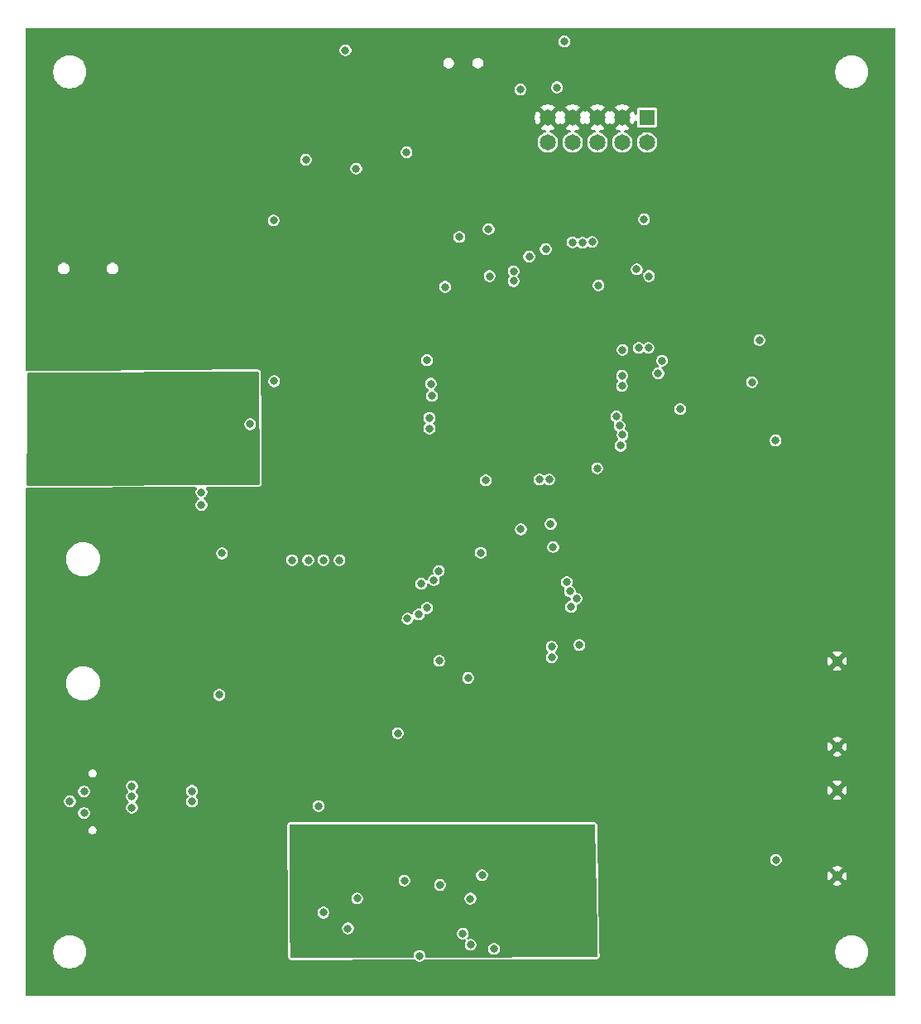
<source format=gbr>
%TF.GenerationSoftware,KiCad,Pcbnew,9.0.7*%
%TF.CreationDate,2026-02-08T15:09:09+00:00*%
%TF.ProjectId,lnb_control,6c6e625f-636f-46e7-9472-6f6c2e6b6963,rev?*%
%TF.SameCoordinates,Original*%
%TF.FileFunction,Copper,L2,Inr*%
%TF.FilePolarity,Positive*%
%FSLAX46Y46*%
G04 Gerber Fmt 4.6, Leading zero omitted, Abs format (unit mm)*
G04 Created by KiCad (PCBNEW 9.0.7) date 2026-02-08 15:09:09*
%MOMM*%
%LPD*%
G01*
G04 APERTURE LIST*
%TA.AperFunction,ComponentPad*%
%ADD10R,1.650000X1.650000*%
%TD*%
%TA.AperFunction,ComponentPad*%
%ADD11C,1.650000*%
%TD*%
%TA.AperFunction,ComponentPad*%
%ADD12C,0.970000*%
%TD*%
%TA.AperFunction,ViaPad*%
%ADD13C,0.800000*%
%TD*%
G04 APERTURE END LIST*
D10*
%TO.N,+3V3*%
%TO.C,J5*%
X114055000Y-59685000D03*
D11*
%TO.N,/MCU/SWDIO*%
X114055000Y-62225000D03*
%TO.N,GND*%
X111515000Y-59685000D03*
%TO.N,/MCU/SWCLK*%
X111515000Y-62225000D03*
%TO.N,GND*%
X108975000Y-59685000D03*
%TO.N,/MCU/SWO*%
X108975000Y-62225000D03*
%TO.N,GND*%
X106435000Y-59685000D03*
%TO.N,unconnected-(J5-Pad8)*%
X106435000Y-62225000D03*
%TO.N,GND*%
X103895000Y-59685000D03*
%TO.N,/MCU/NRST*%
X103895000Y-62225000D03*
%TD*%
D12*
%TO.N,GND*%
%TO.C,J6*%
X133510000Y-124030000D03*
X133510000Y-115270000D03*
%TD*%
%TO.N,GND*%
%TO.C,J7*%
X133510000Y-137250000D03*
X133510000Y-128490000D03*
%TD*%
D13*
%TO.N,GND*%
X63156634Y-77300040D03*
X89949997Y-107350000D03*
X61202000Y-126515000D03*
X124950000Y-84450000D03*
X91538000Y-79938000D03*
X101050000Y-55100000D03*
X76450000Y-93850000D03*
X65902000Y-131415000D03*
X94350000Y-95850000D03*
X94700000Y-116400000D03*
X56370000Y-99220000D03*
X95700000Y-104000000D03*
X101950000Y-68350000D03*
X101000000Y-53150000D03*
X61102000Y-132815000D03*
X116350000Y-52400000D03*
X115950000Y-87000000D03*
X57375000Y-67900000D03*
X86150000Y-55200000D03*
X112200000Y-77925000D03*
X100050000Y-147400000D03*
X90000000Y-119600000D03*
X60125000Y-82575000D03*
X92880908Y-138171565D03*
X89450000Y-55100000D03*
X79850000Y-70300000D03*
X53025000Y-67975000D03*
X63188247Y-72052347D03*
X87600000Y-88350000D03*
X88549997Y-110950000D03*
X83650000Y-97850000D03*
X89450000Y-53150000D03*
X120650000Y-90750000D03*
X94700000Y-73300000D03*
X103630908Y-126321565D03*
X128050000Y-120000000D03*
X108850000Y-100200000D03*
X63850000Y-58600000D03*
X108550000Y-113800000D03*
X53050000Y-82475000D03*
X74930000Y-58000000D03*
%TO.N,+3V3*%
X92050000Y-88150000D03*
X107131250Y-113631250D03*
X95750000Y-117000000D03*
X113750000Y-70100000D03*
X70570000Y-104260000D03*
X70290000Y-118740000D03*
X97050000Y-104200000D03*
X91538000Y-84488000D03*
X104450000Y-103612500D03*
X88550000Y-122650000D03*
X84300000Y-64900000D03*
X92800000Y-115250000D03*
X102000000Y-73900000D03*
X127200000Y-92700000D03*
X90950000Y-107350000D03*
X109088000Y-76850000D03*
X93400000Y-77000000D03*
X79150000Y-64000000D03*
X97550000Y-96800000D03*
X89550000Y-110950000D03*
X94850000Y-71900000D03*
X75900000Y-86650000D03*
X117450000Y-89500000D03*
X75850000Y-70200000D03*
X108950000Y-95551000D03*
X101100000Y-56800000D03*
%TO.N,/MCU/NRST*%
X97850000Y-71100000D03*
X91950000Y-86912000D03*
%TO.N,+12V*%
X98400000Y-144721565D03*
X97180908Y-137171565D03*
X83200000Y-52800000D03*
X89230908Y-137721565D03*
%TO.N,/MCU/W5500 Ethernet/SCSN*%
X106276958Y-109714958D03*
X111350000Y-93250000D03*
%TO.N,/MCU/W5500 Ethernet/SCLK*%
X111550148Y-92150452D03*
X106839434Y-108888142D03*
%TO.N,/MCU/W5500 Ethernet/MISO*%
X111239270Y-91200000D03*
X106166228Y-108148685D03*
%TO.N,/MCU/BOOT0*%
X89450000Y-63250000D03*
X97950000Y-75900000D03*
%TO.N,/MCU/I2C1_SDA*%
X113000000Y-75200000D03*
X100400000Y-75400000D03*
X96000000Y-144300000D03*
%TO.N,/MCU/I2C3_SCL*%
X124800000Y-86750000D03*
X115200000Y-85850000D03*
%TO.N,/MCU/W5500 Ethernet/W5500_RST*%
X101150000Y-101800000D03*
X111500000Y-87150000D03*
%TO.N,/MCU/USART3_RX*%
X104050000Y-96700000D03*
X104850000Y-56600000D03*
%TO.N,/MCU/LNBH26PQR/LNB_FLT*%
X103700000Y-73150000D03*
X90780908Y-145421565D03*
%TO.N,/MCU/SWCLK*%
X107450000Y-72500000D03*
%TO.N,/MCU/W5500 Ethernet/MOSI*%
X110923042Y-90251315D03*
X105850000Y-107200000D03*
%TO.N,/MCU/W5500 Ethernet/W5500_INT*%
X111500000Y-86100000D03*
X104200000Y-101250000D03*
%TO.N,/MCU/I2C3_SDA*%
X125550000Y-82450000D03*
X115600000Y-84550000D03*
%TO.N,/MCU/SWDIO*%
X108446684Y-72418604D03*
%TO.N,/MCU/I2C1_SCL*%
X100400000Y-76400000D03*
X114250000Y-75900000D03*
X95200000Y-143150000D03*
%TO.N,/MCU/SWO*%
X106450000Y-72451000D03*
%TO.N,/MCU/USART3_TX*%
X105600000Y-51900000D03*
X103049997Y-96700000D03*
%TO.N,VBUS*%
X55002000Y-129615000D03*
X61352000Y-129115000D03*
%TO.N,/MCU/W5500 Ethernet/RXP*%
X82600000Y-104950000D03*
X90700000Y-110500000D03*
%TO.N,/MCU/W5500 Ethernet/TXN*%
X77750000Y-104950000D03*
X92750000Y-106050000D03*
%TO.N,/MCU/W5500 Ethernet/RXN*%
X80950000Y-104950000D03*
X91550000Y-109850000D03*
%TO.N,/MCU/W5500 Ethernet/LNKLED*%
X68470000Y-99300000D03*
X104300000Y-114900000D03*
%TO.N,/MCU/W5500 Ethernet/ACTLED*%
X68470000Y-98000000D03*
X104300000Y-113800000D03*
%TO.N,/MCU/W5500 Ethernet/TXP*%
X92250000Y-107000000D03*
X79400000Y-104950000D03*
%TO.N,+3V3_ANA*%
X91800000Y-91500000D03*
X73450000Y-91050000D03*
%TO.N,VSSA*%
X91800000Y-90400000D03*
X68500000Y-90300000D03*
%TO.N,USB_D-*%
X67502000Y-128565000D03*
X113213131Y-83250000D03*
%TO.N,USB_D+*%
X67502000Y-129615000D03*
X114213134Y-83250000D03*
%TO.N,Net-(IC2-PA8)*%
X83455908Y-142621565D03*
X111550000Y-83450000D03*
%TO.N,Net-(D4-K)*%
X80450000Y-130100000D03*
X80950000Y-141000000D03*
%TO.N,Net-(D5-A)*%
X84400000Y-139550000D03*
X127250000Y-135600000D03*
X95980908Y-139571565D03*
%TO.N,USB_DP*%
X56452000Y-130815000D03*
X61352000Y-130265000D03*
%TO.N,USB_DN*%
X56452000Y-128615000D03*
X61352000Y-128065000D03*
%TO.N,PGND*%
X81030908Y-133221565D03*
X92430908Y-144671565D03*
X94580908Y-137221565D03*
X99150000Y-142900000D03*
%TD*%
%TA.AperFunction,Conductor*%
%TO.N,VSSA*%
G36*
X74292914Y-85670046D02*
G01*
X74339002Y-85722560D01*
X74350535Y-85774250D01*
X74399465Y-97125988D01*
X74380069Y-97193111D01*
X74327463Y-97239093D01*
X74275987Y-97250521D01*
X50725061Y-97349474D01*
X50657939Y-97330071D01*
X50611963Y-97277460D01*
X50600541Y-97224938D01*
X50600679Y-97193111D01*
X50627614Y-90970943D01*
X72849500Y-90970943D01*
X72849500Y-91129056D01*
X72890423Y-91281783D01*
X72890426Y-91281790D01*
X72969475Y-91418709D01*
X72969479Y-91418714D01*
X72969480Y-91418716D01*
X73081284Y-91530520D01*
X73081286Y-91530521D01*
X73081290Y-91530524D01*
X73218209Y-91609573D01*
X73218216Y-91609577D01*
X73370943Y-91650500D01*
X73370945Y-91650500D01*
X73529055Y-91650500D01*
X73529057Y-91650500D01*
X73681784Y-91609577D01*
X73818716Y-91530520D01*
X73930520Y-91418716D01*
X74009577Y-91281784D01*
X74050500Y-91129057D01*
X74050500Y-90970943D01*
X74009577Y-90818216D01*
X74009573Y-90818209D01*
X73930524Y-90681290D01*
X73930518Y-90681282D01*
X73818717Y-90569481D01*
X73818709Y-90569475D01*
X73681790Y-90490426D01*
X73681786Y-90490424D01*
X73681784Y-90490423D01*
X73529057Y-90449500D01*
X73370943Y-90449500D01*
X73218216Y-90490423D01*
X73218209Y-90490426D01*
X73081290Y-90569475D01*
X73081282Y-90569481D01*
X72969481Y-90681282D01*
X72969475Y-90681290D01*
X72890426Y-90818209D01*
X72890423Y-90818216D01*
X72849500Y-90970943D01*
X50627614Y-90970943D01*
X50649468Y-85922680D01*
X50669443Y-85855731D01*
X50722444Y-85810205D01*
X50772679Y-85799223D01*
X74225752Y-85650786D01*
X74292914Y-85670046D01*
G37*
%TD.AperFunction*%
%TD*%
%TA.AperFunction,Conductor*%
%TO.N,PGND*%
G36*
X108695298Y-131969685D02*
G01*
X108741053Y-132022489D01*
X108752237Y-132071718D01*
X108951622Y-142918216D01*
X108997686Y-145424122D01*
X108979237Y-145491512D01*
X108927283Y-145538230D01*
X108874101Y-145550400D01*
X91505802Y-145605624D01*
X91438701Y-145586153D01*
X91392778Y-145533495D01*
X91381408Y-145481625D01*
X91381408Y-145342510D01*
X91381408Y-145342508D01*
X91340485Y-145189781D01*
X91283040Y-145090282D01*
X91261432Y-145052855D01*
X91261426Y-145052847D01*
X91149625Y-144941046D01*
X91149617Y-144941040D01*
X91012698Y-144861991D01*
X91012694Y-144861989D01*
X91012692Y-144861988D01*
X90859965Y-144821065D01*
X90701851Y-144821065D01*
X90549124Y-144861988D01*
X90549117Y-144861991D01*
X90412198Y-144941040D01*
X90412190Y-144941046D01*
X90300389Y-145052847D01*
X90300383Y-145052855D01*
X90221334Y-145189774D01*
X90221331Y-145189781D01*
X90180408Y-145342508D01*
X90180408Y-145486233D01*
X90160723Y-145553272D01*
X90107919Y-145599027D01*
X90056802Y-145610232D01*
X77673489Y-145649607D01*
X77606388Y-145630136D01*
X77560465Y-145577478D01*
X77549098Y-145526515D01*
X77527317Y-142542508D01*
X82855408Y-142542508D01*
X82855408Y-142700622D01*
X82877022Y-142781284D01*
X82896331Y-142853348D01*
X82896334Y-142853355D01*
X82975383Y-142990274D01*
X82975386Y-142990278D01*
X82975388Y-142990281D01*
X83087192Y-143102085D01*
X83087194Y-143102086D01*
X83087198Y-143102089D01*
X83224117Y-143181138D01*
X83224124Y-143181142D01*
X83376851Y-143222065D01*
X83376853Y-143222065D01*
X83534963Y-143222065D01*
X83534965Y-143222065D01*
X83687692Y-143181142D01*
X83824624Y-143102085D01*
X83855766Y-143070943D01*
X94599500Y-143070943D01*
X94599500Y-143229056D01*
X94640423Y-143381783D01*
X94640426Y-143381790D01*
X94719475Y-143518709D01*
X94719479Y-143518714D01*
X94719480Y-143518716D01*
X94831284Y-143630520D01*
X94831286Y-143630521D01*
X94831290Y-143630524D01*
X94939628Y-143693072D01*
X94968216Y-143709577D01*
X95120943Y-143750500D01*
X95120945Y-143750500D01*
X95279054Y-143750500D01*
X95279057Y-143750500D01*
X95407435Y-143716101D01*
X95477281Y-143717764D01*
X95535144Y-143756926D01*
X95562648Y-143821154D01*
X95551062Y-143890057D01*
X95527209Y-143923554D01*
X95519482Y-143931280D01*
X95519475Y-143931290D01*
X95440426Y-144068209D01*
X95440423Y-144068216D01*
X95399500Y-144220943D01*
X95399500Y-144379057D01*
X95429169Y-144489781D01*
X95440423Y-144531783D01*
X95440426Y-144531790D01*
X95519475Y-144668709D01*
X95519479Y-144668714D01*
X95519480Y-144668716D01*
X95631284Y-144780520D01*
X95631286Y-144780521D01*
X95631290Y-144780524D01*
X95768209Y-144859573D01*
X95768216Y-144859577D01*
X95920943Y-144900500D01*
X95920945Y-144900500D01*
X96079055Y-144900500D01*
X96079057Y-144900500D01*
X96231784Y-144859577D01*
X96368716Y-144780520D01*
X96480520Y-144668716D01*
X96495651Y-144642508D01*
X97799500Y-144642508D01*
X97799500Y-144800622D01*
X97837127Y-144941046D01*
X97840423Y-144953348D01*
X97840426Y-144953355D01*
X97919475Y-145090274D01*
X97919479Y-145090279D01*
X97919480Y-145090281D01*
X98031284Y-145202085D01*
X98031286Y-145202086D01*
X98031290Y-145202089D01*
X98168209Y-145281138D01*
X98168216Y-145281142D01*
X98320943Y-145322065D01*
X98320945Y-145322065D01*
X98479055Y-145322065D01*
X98479057Y-145322065D01*
X98631784Y-145281142D01*
X98768716Y-145202085D01*
X98880520Y-145090281D01*
X98959577Y-144953349D01*
X99000500Y-144800622D01*
X99000500Y-144642508D01*
X98959577Y-144489781D01*
X98895651Y-144379057D01*
X98880524Y-144352855D01*
X98880518Y-144352847D01*
X98768717Y-144241046D01*
X98768709Y-144241040D01*
X98631790Y-144161991D01*
X98631786Y-144161989D01*
X98631784Y-144161988D01*
X98479057Y-144121065D01*
X98320943Y-144121065D01*
X98168216Y-144161988D01*
X98168209Y-144161991D01*
X98031290Y-144241040D01*
X98031282Y-144241046D01*
X97919481Y-144352847D01*
X97919475Y-144352855D01*
X97840426Y-144489774D01*
X97840423Y-144489781D01*
X97799500Y-144642508D01*
X96495651Y-144642508D01*
X96559577Y-144531784D01*
X96600500Y-144379057D01*
X96600500Y-144220943D01*
X96559577Y-144068216D01*
X96559573Y-144068209D01*
X96480524Y-143931290D01*
X96480518Y-143931282D01*
X96368717Y-143819481D01*
X96368709Y-143819475D01*
X96231790Y-143740426D01*
X96231786Y-143740424D01*
X96231784Y-143740423D01*
X96079057Y-143699500D01*
X95920943Y-143699500D01*
X95792567Y-143733898D01*
X95722717Y-143732235D01*
X95664855Y-143693072D01*
X95637351Y-143628844D01*
X95648938Y-143559941D01*
X95672793Y-143526442D01*
X95680520Y-143518716D01*
X95759577Y-143381784D01*
X95800500Y-143229057D01*
X95800500Y-143070943D01*
X95759577Y-142918216D01*
X95722130Y-142853355D01*
X95680524Y-142781290D01*
X95680518Y-142781282D01*
X95568717Y-142669481D01*
X95568709Y-142669475D01*
X95431790Y-142590426D01*
X95431786Y-142590424D01*
X95431784Y-142590423D01*
X95279057Y-142549500D01*
X95120943Y-142549500D01*
X94968216Y-142590423D01*
X94968209Y-142590426D01*
X94831290Y-142669475D01*
X94831282Y-142669481D01*
X94719481Y-142781282D01*
X94719475Y-142781290D01*
X94640426Y-142918209D01*
X94640423Y-142918216D01*
X94599500Y-143070943D01*
X83855766Y-143070943D01*
X83936428Y-142990281D01*
X84015485Y-142853349D01*
X84056408Y-142700622D01*
X84056408Y-142542508D01*
X84015485Y-142389781D01*
X84015481Y-142389774D01*
X83936432Y-142252855D01*
X83936426Y-142252847D01*
X83824625Y-142141046D01*
X83824617Y-142141040D01*
X83687698Y-142061991D01*
X83687694Y-142061989D01*
X83687692Y-142061988D01*
X83534965Y-142021065D01*
X83376851Y-142021065D01*
X83224124Y-142061988D01*
X83224117Y-142061991D01*
X83087198Y-142141040D01*
X83087190Y-142141046D01*
X82975389Y-142252847D01*
X82975383Y-142252855D01*
X82896334Y-142389774D01*
X82896331Y-142389781D01*
X82855408Y-142542508D01*
X77527317Y-142542508D01*
X77515481Y-140920943D01*
X80349500Y-140920943D01*
X80349500Y-141079056D01*
X80390423Y-141231783D01*
X80390426Y-141231790D01*
X80469475Y-141368709D01*
X80469479Y-141368714D01*
X80469480Y-141368716D01*
X80581284Y-141480520D01*
X80581286Y-141480521D01*
X80581290Y-141480524D01*
X80718209Y-141559573D01*
X80718216Y-141559577D01*
X80870943Y-141600500D01*
X80870945Y-141600500D01*
X81029055Y-141600500D01*
X81029057Y-141600500D01*
X81181784Y-141559577D01*
X81318716Y-141480520D01*
X81430520Y-141368716D01*
X81509577Y-141231784D01*
X81550500Y-141079057D01*
X81550500Y-140920943D01*
X81509577Y-140768216D01*
X81509573Y-140768209D01*
X81430524Y-140631290D01*
X81430518Y-140631282D01*
X81318717Y-140519481D01*
X81318709Y-140519475D01*
X81181790Y-140440426D01*
X81181786Y-140440424D01*
X81181784Y-140440423D01*
X81029057Y-140399500D01*
X80870943Y-140399500D01*
X80718216Y-140440423D01*
X80718209Y-140440426D01*
X80581290Y-140519475D01*
X80581282Y-140519481D01*
X80469481Y-140631282D01*
X80469475Y-140631290D01*
X80390426Y-140768209D01*
X80390423Y-140768216D01*
X80349500Y-140920943D01*
X77515481Y-140920943D01*
X77504897Y-139470943D01*
X83799500Y-139470943D01*
X83799500Y-139629057D01*
X83805279Y-139650622D01*
X83840423Y-139781783D01*
X83840426Y-139781790D01*
X83919475Y-139918709D01*
X83919479Y-139918714D01*
X83919480Y-139918716D01*
X84031284Y-140030520D01*
X84031286Y-140030521D01*
X84031290Y-140030524D01*
X84168209Y-140109573D01*
X84168216Y-140109577D01*
X84320943Y-140150500D01*
X84320945Y-140150500D01*
X84479055Y-140150500D01*
X84479057Y-140150500D01*
X84631784Y-140109577D01*
X84768716Y-140030520D01*
X84880520Y-139918716D01*
X84959577Y-139781784D01*
X85000500Y-139629057D01*
X85000500Y-139492508D01*
X95380408Y-139492508D01*
X95380408Y-139650622D01*
X95415555Y-139781790D01*
X95421331Y-139803348D01*
X95421334Y-139803355D01*
X95500383Y-139940274D01*
X95500387Y-139940279D01*
X95500388Y-139940281D01*
X95612192Y-140052085D01*
X95612194Y-140052086D01*
X95612198Y-140052089D01*
X95711765Y-140109573D01*
X95749124Y-140131142D01*
X95901851Y-140172065D01*
X95901853Y-140172065D01*
X96059963Y-140172065D01*
X96059965Y-140172065D01*
X96212692Y-140131142D01*
X96349624Y-140052085D01*
X96461428Y-139940281D01*
X96540485Y-139803349D01*
X96581408Y-139650622D01*
X96581408Y-139492508D01*
X96540485Y-139339781D01*
X96528031Y-139318209D01*
X96461432Y-139202855D01*
X96461426Y-139202847D01*
X96349625Y-139091046D01*
X96349617Y-139091040D01*
X96212698Y-139011991D01*
X96212694Y-139011989D01*
X96212692Y-139011988D01*
X96059965Y-138971065D01*
X95901851Y-138971065D01*
X95749124Y-139011988D01*
X95749117Y-139011991D01*
X95612198Y-139091040D01*
X95612190Y-139091046D01*
X95500389Y-139202847D01*
X95500383Y-139202855D01*
X95421334Y-139339774D01*
X95421331Y-139339781D01*
X95380408Y-139492508D01*
X85000500Y-139492508D01*
X85000500Y-139470943D01*
X84959577Y-139318216D01*
X84892974Y-139202855D01*
X84880524Y-139181290D01*
X84880518Y-139181282D01*
X84768717Y-139069481D01*
X84768709Y-139069475D01*
X84631790Y-138990426D01*
X84631786Y-138990424D01*
X84631784Y-138990423D01*
X84479057Y-138949500D01*
X84320943Y-138949500D01*
X84168216Y-138990423D01*
X84168209Y-138990426D01*
X84031290Y-139069475D01*
X84031282Y-139069481D01*
X83919481Y-139181282D01*
X83919475Y-139181290D01*
X83840426Y-139318209D01*
X83840423Y-139318216D01*
X83799500Y-139470943D01*
X77504897Y-139470943D01*
X77491551Y-137642508D01*
X88630408Y-137642508D01*
X88630408Y-137800622D01*
X88667696Y-137939781D01*
X88671331Y-137953348D01*
X88671334Y-137953355D01*
X88750383Y-138090274D01*
X88750387Y-138090279D01*
X88750388Y-138090281D01*
X88862192Y-138202085D01*
X88862194Y-138202086D01*
X88862198Y-138202089D01*
X88946261Y-138250622D01*
X88999124Y-138281142D01*
X89151851Y-138322065D01*
X89151853Y-138322065D01*
X89309963Y-138322065D01*
X89309965Y-138322065D01*
X89462692Y-138281142D01*
X89599624Y-138202085D01*
X89709201Y-138092508D01*
X92280408Y-138092508D01*
X92280408Y-138250621D01*
X92321331Y-138403348D01*
X92321334Y-138403355D01*
X92400383Y-138540274D01*
X92400387Y-138540279D01*
X92400388Y-138540281D01*
X92512192Y-138652085D01*
X92512194Y-138652086D01*
X92512198Y-138652089D01*
X92649117Y-138731138D01*
X92649124Y-138731142D01*
X92801851Y-138772065D01*
X92801853Y-138772065D01*
X92959963Y-138772065D01*
X92959965Y-138772065D01*
X93112692Y-138731142D01*
X93249624Y-138652085D01*
X93361428Y-138540281D01*
X93440485Y-138403349D01*
X93481408Y-138250622D01*
X93481408Y-138092508D01*
X93440485Y-137939781D01*
X93440481Y-137939774D01*
X93361432Y-137802855D01*
X93361426Y-137802847D01*
X93249625Y-137691046D01*
X93249617Y-137691040D01*
X93112698Y-137611991D01*
X93112694Y-137611989D01*
X93112692Y-137611988D01*
X92959965Y-137571065D01*
X92801851Y-137571065D01*
X92649124Y-137611988D01*
X92649117Y-137611991D01*
X92512198Y-137691040D01*
X92512190Y-137691046D01*
X92400389Y-137802847D01*
X92400383Y-137802855D01*
X92321334Y-137939774D01*
X92321331Y-137939781D01*
X92280408Y-138092508D01*
X89709201Y-138092508D01*
X89711428Y-138090281D01*
X89790485Y-137953349D01*
X89831408Y-137800622D01*
X89831408Y-137642508D01*
X89790485Y-137489781D01*
X89790481Y-137489774D01*
X89711432Y-137352855D01*
X89711426Y-137352847D01*
X89599625Y-137241046D01*
X89599624Y-137241045D01*
X89462692Y-137161988D01*
X89309965Y-137121065D01*
X89151851Y-137121065D01*
X88999124Y-137161988D01*
X88999117Y-137161991D01*
X88862198Y-137241040D01*
X88862190Y-137241046D01*
X88750389Y-137352847D01*
X88750383Y-137352855D01*
X88671334Y-137489774D01*
X88671331Y-137489781D01*
X88630408Y-137642508D01*
X77491551Y-137642508D01*
X77487536Y-137092508D01*
X96580408Y-137092508D01*
X96580408Y-137250621D01*
X96621331Y-137403348D01*
X96621334Y-137403355D01*
X96700383Y-137540274D01*
X96700387Y-137540279D01*
X96700388Y-137540281D01*
X96812192Y-137652085D01*
X96812194Y-137652086D01*
X96812198Y-137652089D01*
X96879673Y-137691045D01*
X96949124Y-137731142D01*
X97101851Y-137772065D01*
X97101853Y-137772065D01*
X97259963Y-137772065D01*
X97259965Y-137772065D01*
X97412692Y-137731142D01*
X97549624Y-137652085D01*
X97661428Y-137540281D01*
X97740485Y-137403349D01*
X97781408Y-137250622D01*
X97781408Y-137092508D01*
X97740485Y-136939781D01*
X97740481Y-136939774D01*
X97661432Y-136802855D01*
X97661426Y-136802847D01*
X97549625Y-136691046D01*
X97549617Y-136691040D01*
X97412698Y-136611991D01*
X97412694Y-136611989D01*
X97412692Y-136611988D01*
X97259965Y-136571065D01*
X97101851Y-136571065D01*
X96949124Y-136611988D01*
X96949117Y-136611991D01*
X96812198Y-136691040D01*
X96812190Y-136691046D01*
X96700389Y-136802847D01*
X96700383Y-136802855D01*
X96621334Y-136939774D01*
X96621331Y-136939781D01*
X96580408Y-137092508D01*
X77487536Y-137092508D01*
X77450912Y-132074905D01*
X77470107Y-132007724D01*
X77522576Y-131961585D01*
X77574909Y-131950000D01*
X108628259Y-131950000D01*
X108695298Y-131969685D01*
G37*
%TD.AperFunction*%
%TD*%
%TA.AperFunction,Conductor*%
%TO.N,GND*%
G36*
X92948677Y-137780790D02*
G01*
X92988126Y-137791360D01*
X93017604Y-137799258D01*
X93047510Y-137811645D01*
X93109306Y-137847322D01*
X93134988Y-137867029D01*
X93185443Y-137917484D01*
X93205146Y-137943162D01*
X93240826Y-138004962D01*
X93253213Y-138034864D01*
X93271683Y-138103795D01*
X93275908Y-138135889D01*
X93275908Y-138207239D01*
X93271683Y-138239333D01*
X93253213Y-138308262D01*
X93240825Y-138338167D01*
X93240825Y-138338168D01*
X93205146Y-138399966D01*
X93185440Y-138425647D01*
X93134990Y-138476097D01*
X93109309Y-138495803D01*
X93047511Y-138531482D01*
X93017606Y-138543869D01*
X92948679Y-138562339D01*
X92916584Y-138566565D01*
X92845233Y-138566565D01*
X92813140Y-138562340D01*
X92744211Y-138543871D01*
X92714304Y-138531483D01*
X92714302Y-138531482D01*
X92652512Y-138495807D01*
X92626832Y-138476102D01*
X92576371Y-138425642D01*
X92556663Y-138399959D01*
X92520988Y-138338167D01*
X92508601Y-138308260D01*
X92490133Y-138239332D01*
X92485908Y-138207240D01*
X92485908Y-138135887D01*
X92490133Y-138103795D01*
X92492916Y-138093407D01*
X92508602Y-138034863D01*
X92520985Y-138004965D01*
X92556668Y-137943159D01*
X92576371Y-137917484D01*
X92626828Y-137867026D01*
X92652502Y-137847325D01*
X92714308Y-137811642D01*
X92744208Y-137799258D01*
X92766117Y-137793388D01*
X92813140Y-137780790D01*
X92845231Y-137776565D01*
X92916585Y-137776565D01*
X92948677Y-137780790D01*
G37*
%TD.AperFunction*%
%TA.AperFunction,Conductor*%
G36*
X139442539Y-50520185D02*
G01*
X139488294Y-50572989D01*
X139499500Y-50624500D01*
X139499500Y-149375500D01*
X139479815Y-149442539D01*
X139427011Y-149488294D01*
X139375500Y-149499500D01*
X50624500Y-149499500D01*
X50557461Y-149479815D01*
X50511706Y-149427011D01*
X50500500Y-149375500D01*
X50500500Y-144888549D01*
X53299500Y-144888549D01*
X53299500Y-145111450D01*
X53299501Y-145111466D01*
X53328594Y-145332452D01*
X53328595Y-145332457D01*
X53328596Y-145332463D01*
X53367696Y-145478387D01*
X53386290Y-145547780D01*
X53386293Y-145547790D01*
X53471593Y-145753722D01*
X53471595Y-145753726D01*
X53583052Y-145946774D01*
X53583057Y-145946780D01*
X53583058Y-145946782D01*
X53718751Y-146123622D01*
X53718757Y-146123629D01*
X53876370Y-146281242D01*
X53876376Y-146281247D01*
X54053226Y-146416948D01*
X54246274Y-146528405D01*
X54452219Y-146613710D01*
X54667537Y-146671404D01*
X54888543Y-146700500D01*
X54888550Y-146700500D01*
X55111450Y-146700500D01*
X55111457Y-146700500D01*
X55332463Y-146671404D01*
X55547781Y-146613710D01*
X55753726Y-146528405D01*
X55946774Y-146416948D01*
X56123624Y-146281247D01*
X56281247Y-146123624D01*
X56416948Y-145946774D01*
X56528405Y-145753726D01*
X56613710Y-145547781D01*
X56671404Y-145332463D01*
X56700500Y-145111457D01*
X56700500Y-144888543D01*
X56671404Y-144667537D01*
X56613710Y-144452219D01*
X56528405Y-144246274D01*
X56416948Y-144053226D01*
X56281247Y-143876376D01*
X56281242Y-143876370D01*
X56123629Y-143718757D01*
X56123622Y-143718751D01*
X55946782Y-143583058D01*
X55946780Y-143583057D01*
X55946774Y-143583052D01*
X55753726Y-143471595D01*
X55753722Y-143471593D01*
X55547790Y-143386293D01*
X55547783Y-143386291D01*
X55547781Y-143386290D01*
X55332463Y-143328596D01*
X55332457Y-143328595D01*
X55332452Y-143328594D01*
X55111466Y-143299501D01*
X55111463Y-143299500D01*
X55111457Y-143299500D01*
X54888543Y-143299500D01*
X54888537Y-143299500D01*
X54888533Y-143299501D01*
X54667547Y-143328594D01*
X54667540Y-143328595D01*
X54667537Y-143328596D01*
X54452219Y-143386290D01*
X54452209Y-143386293D01*
X54246277Y-143471593D01*
X54246273Y-143471595D01*
X54053226Y-143583052D01*
X54053217Y-143583058D01*
X53876377Y-143718751D01*
X53876370Y-143718757D01*
X53718757Y-143876370D01*
X53718751Y-143876377D01*
X53583058Y-144053217D01*
X53583052Y-144053226D01*
X53471595Y-144246273D01*
X53471593Y-144246277D01*
X53386293Y-144452209D01*
X53386290Y-144452219D01*
X53328597Y-144667534D01*
X53328594Y-144667547D01*
X53299501Y-144888533D01*
X53299500Y-144888549D01*
X50500500Y-144888549D01*
X50500500Y-132498982D01*
X56879500Y-132498982D01*
X56879500Y-132611018D01*
X56908497Y-132719237D01*
X56964515Y-132816263D01*
X57043737Y-132895485D01*
X57140763Y-132951503D01*
X57248982Y-132980500D01*
X57248984Y-132980500D01*
X57361016Y-132980500D01*
X57361018Y-132980500D01*
X57469237Y-132951503D01*
X57566263Y-132895485D01*
X57645485Y-132816263D01*
X57701503Y-132719237D01*
X57730500Y-132611018D01*
X57730500Y-132498982D01*
X57701503Y-132390763D01*
X57645485Y-132293737D01*
X57566263Y-132214515D01*
X57469237Y-132158497D01*
X57361018Y-132129500D01*
X57248982Y-132129500D01*
X57140763Y-132158497D01*
X57140760Y-132158498D01*
X57043740Y-132214513D01*
X57043734Y-132214517D01*
X56964517Y-132293734D01*
X56964513Y-132293740D01*
X56908498Y-132390760D01*
X56908497Y-132390763D01*
X56879500Y-132498982D01*
X50500500Y-132498982D01*
X50500500Y-132076395D01*
X77245417Y-132076395D01*
X77245417Y-132076402D01*
X77245417Y-132076405D01*
X77275519Y-136200499D01*
X77282041Y-137094007D01*
X77282228Y-137119563D01*
X77282228Y-137119565D01*
X77286056Y-137644007D01*
X77286243Y-137669563D01*
X77286243Y-137669565D01*
X77289527Y-138119563D01*
X77299402Y-139472442D01*
X77299589Y-139497998D01*
X77299589Y-139498000D01*
X77309986Y-140922442D01*
X77310173Y-140947998D01*
X77310173Y-140948000D01*
X77321822Y-142544007D01*
X77322009Y-142569563D01*
X77322009Y-142569565D01*
X77325866Y-143097998D01*
X77334260Y-144247998D01*
X77343603Y-145528020D01*
X77348527Y-145571254D01*
X77348527Y-145571256D01*
X77359887Y-145622186D01*
X77359894Y-145622214D01*
X77362322Y-145631972D01*
X77405588Y-145712546D01*
X77451511Y-145765204D01*
X77451516Y-145765209D01*
X77451523Y-145765217D01*
X77469156Y-145783099D01*
X77469159Y-145783101D01*
X77469160Y-145783102D01*
X77549119Y-145827495D01*
X77616220Y-145846966D01*
X77674142Y-145855106D01*
X90057455Y-145815731D01*
X90100803Y-145810966D01*
X90151920Y-145799761D01*
X90161781Y-145797343D01*
X90175756Y-145789895D01*
X90244176Y-145775739D01*
X90309388Y-145800821D01*
X90321753Y-145811646D01*
X90412192Y-145902085D01*
X90412194Y-145902086D01*
X90412198Y-145902089D01*
X90489596Y-145946774D01*
X90549124Y-145981142D01*
X90701851Y-146022065D01*
X90701853Y-146022065D01*
X90859963Y-146022065D01*
X90859965Y-146022065D01*
X91012692Y-145981142D01*
X91149624Y-145902085D01*
X91242784Y-145808924D01*
X91304103Y-145775442D01*
X91373795Y-145780426D01*
X91378139Y-145782140D01*
X91381428Y-145783510D01*
X91381432Y-145783512D01*
X91448533Y-145802983D01*
X91506455Y-145811123D01*
X108874754Y-145755899D01*
X108919942Y-145750722D01*
X108973124Y-145738552D01*
X108984782Y-145735522D01*
X109064689Y-145691036D01*
X109116643Y-145644318D01*
X109134272Y-145626399D01*
X109177444Y-145545774D01*
X109195893Y-145478384D01*
X109203151Y-145420345D01*
X109193375Y-144888549D01*
X133299500Y-144888549D01*
X133299500Y-145111450D01*
X133299501Y-145111466D01*
X133328594Y-145332452D01*
X133328595Y-145332457D01*
X133328596Y-145332463D01*
X133367696Y-145478387D01*
X133386290Y-145547780D01*
X133386293Y-145547790D01*
X133471593Y-145753722D01*
X133471595Y-145753726D01*
X133583052Y-145946774D01*
X133583057Y-145946780D01*
X133583058Y-145946782D01*
X133718751Y-146123622D01*
X133718757Y-146123629D01*
X133876370Y-146281242D01*
X133876376Y-146281247D01*
X134053226Y-146416948D01*
X134246274Y-146528405D01*
X134452219Y-146613710D01*
X134667537Y-146671404D01*
X134888543Y-146700500D01*
X134888550Y-146700500D01*
X135111450Y-146700500D01*
X135111457Y-146700500D01*
X135332463Y-146671404D01*
X135547781Y-146613710D01*
X135753726Y-146528405D01*
X135946774Y-146416948D01*
X136123624Y-146281247D01*
X136281247Y-146123624D01*
X136416948Y-145946774D01*
X136528405Y-145753726D01*
X136613710Y-145547781D01*
X136671404Y-145332463D01*
X136700500Y-145111457D01*
X136700500Y-144888543D01*
X136671404Y-144667537D01*
X136613710Y-144452219D01*
X136528405Y-144246274D01*
X136416948Y-144053226D01*
X136281247Y-143876376D01*
X136281242Y-143876370D01*
X136123629Y-143718757D01*
X136123622Y-143718751D01*
X135946782Y-143583058D01*
X135946780Y-143583057D01*
X135946774Y-143583052D01*
X135753726Y-143471595D01*
X135753722Y-143471593D01*
X135547790Y-143386293D01*
X135547783Y-143386291D01*
X135547781Y-143386290D01*
X135332463Y-143328596D01*
X135332457Y-143328595D01*
X135332452Y-143328594D01*
X135111466Y-143299501D01*
X135111463Y-143299500D01*
X135111457Y-143299500D01*
X134888543Y-143299500D01*
X134888537Y-143299500D01*
X134888533Y-143299501D01*
X134667547Y-143328594D01*
X134667540Y-143328595D01*
X134667537Y-143328596D01*
X134452219Y-143386290D01*
X134452209Y-143386293D01*
X134246277Y-143471593D01*
X134246273Y-143471595D01*
X134053226Y-143583052D01*
X134053217Y-143583058D01*
X133876377Y-143718751D01*
X133876370Y-143718757D01*
X133718757Y-143876370D01*
X133718751Y-143876377D01*
X133583058Y-144053217D01*
X133583052Y-144053226D01*
X133471595Y-144246273D01*
X133471593Y-144246277D01*
X133386293Y-144452209D01*
X133386290Y-144452219D01*
X133328597Y-144667534D01*
X133328594Y-144667547D01*
X133299501Y-144888533D01*
X133299500Y-144888549D01*
X109193375Y-144888549D01*
X109068618Y-138101758D01*
X133011794Y-138101758D01*
X133011794Y-138101759D01*
X133043431Y-138122898D01*
X133222681Y-138197145D01*
X133222693Y-138197148D01*
X133412981Y-138234999D01*
X133412984Y-138235000D01*
X133607016Y-138235000D01*
X133607018Y-138234999D01*
X133797306Y-138197148D01*
X133797318Y-138197145D01*
X133976565Y-138122899D01*
X134008204Y-138101758D01*
X133510001Y-137603554D01*
X133510000Y-137603554D01*
X133011794Y-138101758D01*
X109068618Y-138101758D01*
X109051177Y-137152981D01*
X132525000Y-137152981D01*
X132525000Y-137347018D01*
X132562851Y-137537306D01*
X132562853Y-137537314D01*
X132637102Y-137716568D01*
X132637106Y-137716575D01*
X132658240Y-137748204D01*
X132658241Y-137748205D01*
X133156446Y-137250000D01*
X133110696Y-137204250D01*
X133280000Y-137204250D01*
X133280000Y-137295750D01*
X133315015Y-137380285D01*
X133379715Y-137444985D01*
X133464250Y-137480000D01*
X133555750Y-137480000D01*
X133640285Y-137444985D01*
X133704985Y-137380285D01*
X133740000Y-137295750D01*
X133740000Y-137249999D01*
X133863554Y-137249999D01*
X133863554Y-137250000D01*
X134361758Y-137748204D01*
X134382899Y-137716565D01*
X134457145Y-137537318D01*
X134457148Y-137537306D01*
X134494999Y-137347018D01*
X134495000Y-137347016D01*
X134495000Y-137152983D01*
X134494999Y-137152981D01*
X134457148Y-136962693D01*
X134457145Y-136962681D01*
X134382898Y-136783431D01*
X134361758Y-136751794D01*
X133863554Y-137249999D01*
X133740000Y-137249999D01*
X133740000Y-137204250D01*
X133704985Y-137119715D01*
X133640285Y-137055015D01*
X133555750Y-137020000D01*
X133464250Y-137020000D01*
X133379715Y-137055015D01*
X133315015Y-137119715D01*
X133280000Y-137204250D01*
X133110696Y-137204250D01*
X132658240Y-136751794D01*
X132637104Y-136783426D01*
X132637103Y-136783428D01*
X132562853Y-136962685D01*
X132562851Y-136962693D01*
X132525000Y-137152981D01*
X109051177Y-137152981D01*
X109044384Y-136783426D01*
X109038195Y-136446729D01*
X109037304Y-136398240D01*
X133011794Y-136398240D01*
X133510000Y-136896446D01*
X133510001Y-136896446D01*
X134008205Y-136398241D01*
X134008204Y-136398240D01*
X133976575Y-136377106D01*
X133976568Y-136377102D01*
X133797314Y-136302853D01*
X133797306Y-136302851D01*
X133607017Y-136265000D01*
X133412983Y-136265000D01*
X133222693Y-136302851D01*
X133222685Y-136302853D01*
X133043428Y-136377103D01*
X133043426Y-136377104D01*
X133011794Y-136398240D01*
X109037304Y-136398240D01*
X109021177Y-135520943D01*
X126649500Y-135520943D01*
X126649500Y-135679056D01*
X126690423Y-135831783D01*
X126690426Y-135831790D01*
X126769475Y-135968709D01*
X126769479Y-135968714D01*
X126769480Y-135968716D01*
X126881284Y-136080520D01*
X126881286Y-136080521D01*
X126881290Y-136080524D01*
X127018209Y-136159573D01*
X127018216Y-136159577D01*
X127170943Y-136200500D01*
X127170945Y-136200500D01*
X127329055Y-136200500D01*
X127329057Y-136200500D01*
X127481784Y-136159577D01*
X127618716Y-136080520D01*
X127730520Y-135968716D01*
X127809577Y-135831784D01*
X127850500Y-135679057D01*
X127850500Y-135520943D01*
X127809577Y-135368216D01*
X127809573Y-135368209D01*
X127730524Y-135231290D01*
X127730518Y-135231282D01*
X127618717Y-135119481D01*
X127618709Y-135119475D01*
X127481790Y-135040426D01*
X127481786Y-135040424D01*
X127481784Y-135040423D01*
X127329057Y-134999500D01*
X127170943Y-134999500D01*
X127018216Y-135040423D01*
X127018209Y-135040426D01*
X126881290Y-135119475D01*
X126881282Y-135119481D01*
X126769481Y-135231282D01*
X126769475Y-135231290D01*
X126690426Y-135368209D01*
X126690423Y-135368216D01*
X126649500Y-135520943D01*
X109021177Y-135520943D01*
X109021069Y-135515095D01*
X108957858Y-132076405D01*
X108957702Y-132067941D01*
X108952631Y-132026192D01*
X108941447Y-131976963D01*
X108939369Y-131968627D01*
X108896359Y-131887915D01*
X108850604Y-131835111D01*
X108850598Y-131835104D01*
X108833016Y-131817160D01*
X108833015Y-131817159D01*
X108833013Y-131817157D01*
X108833011Y-131817156D01*
X108833009Y-131817154D01*
X108753199Y-131772511D01*
X108753194Y-131772509D01*
X108686162Y-131752826D01*
X108686158Y-131752825D01*
X108686157Y-131752825D01*
X108628259Y-131744500D01*
X77574909Y-131744500D01*
X77574904Y-131744500D01*
X77530495Y-131749356D01*
X77478151Y-131760943D01*
X77467274Y-131763665D01*
X77467260Y-131763670D01*
X77386875Y-131807261D01*
X77334396Y-131853410D01*
X77334386Y-131853419D01*
X77316578Y-131871124D01*
X77316576Y-131871126D01*
X77272513Y-131951268D01*
X77272512Y-131951270D01*
X77253319Y-132018449D01*
X77253317Y-132018456D01*
X77245417Y-132076395D01*
X50500500Y-132076395D01*
X50500500Y-130735943D01*
X55851500Y-130735943D01*
X55851500Y-130894056D01*
X55892423Y-131046783D01*
X55892426Y-131046790D01*
X55971475Y-131183709D01*
X55971479Y-131183714D01*
X55971480Y-131183716D01*
X56083284Y-131295520D01*
X56083286Y-131295521D01*
X56083290Y-131295524D01*
X56220209Y-131374573D01*
X56220216Y-131374577D01*
X56372943Y-131415500D01*
X56372945Y-131415500D01*
X56531055Y-131415500D01*
X56531057Y-131415500D01*
X56683784Y-131374577D01*
X56820716Y-131295520D01*
X56932520Y-131183716D01*
X57011577Y-131046784D01*
X57052500Y-130894057D01*
X57052500Y-130735943D01*
X57011577Y-130583216D01*
X57010023Y-130580524D01*
X56932524Y-130446290D01*
X56932518Y-130446282D01*
X56820717Y-130334481D01*
X56820709Y-130334475D01*
X56683790Y-130255426D01*
X56683786Y-130255424D01*
X56683784Y-130255423D01*
X56531057Y-130214500D01*
X56372943Y-130214500D01*
X56220216Y-130255423D01*
X56220209Y-130255426D01*
X56083290Y-130334475D01*
X56083282Y-130334481D01*
X55971481Y-130446282D01*
X55971475Y-130446290D01*
X55892426Y-130583209D01*
X55892423Y-130583216D01*
X55851500Y-130735943D01*
X50500500Y-130735943D01*
X50500500Y-129535943D01*
X54401500Y-129535943D01*
X54401500Y-129694057D01*
X54411475Y-129731282D01*
X54442423Y-129846783D01*
X54442426Y-129846790D01*
X54521475Y-129983709D01*
X54521479Y-129983714D01*
X54521480Y-129983716D01*
X54633284Y-130095520D01*
X54633286Y-130095521D01*
X54633290Y-130095524D01*
X54770209Y-130174573D01*
X54770216Y-130174577D01*
X54922943Y-130215500D01*
X54922945Y-130215500D01*
X55081055Y-130215500D01*
X55081057Y-130215500D01*
X55233784Y-130174577D01*
X55370716Y-130095520D01*
X55482520Y-129983716D01*
X55561577Y-129846784D01*
X55602500Y-129694057D01*
X55602500Y-129535943D01*
X55561577Y-129383216D01*
X55537642Y-129341759D01*
X55482524Y-129246290D01*
X55482518Y-129246282D01*
X55370717Y-129134481D01*
X55370709Y-129134475D01*
X55233790Y-129055426D01*
X55233786Y-129055424D01*
X55233784Y-129055423D01*
X55081057Y-129014500D01*
X54922943Y-129014500D01*
X54770216Y-129055423D01*
X54770209Y-129055426D01*
X54633290Y-129134475D01*
X54633282Y-129134481D01*
X54521481Y-129246282D01*
X54521475Y-129246290D01*
X54442426Y-129383209D01*
X54442423Y-129383216D01*
X54401500Y-129535943D01*
X50500500Y-129535943D01*
X50500500Y-128535943D01*
X55851500Y-128535943D01*
X55851500Y-128694057D01*
X55879026Y-128796783D01*
X55892423Y-128846783D01*
X55892426Y-128846790D01*
X55971475Y-128983709D01*
X55971479Y-128983714D01*
X55971480Y-128983716D01*
X56083284Y-129095520D01*
X56083286Y-129095521D01*
X56083290Y-129095524D01*
X56150765Y-129134480D01*
X56220216Y-129174577D01*
X56372943Y-129215500D01*
X56372945Y-129215500D01*
X56531055Y-129215500D01*
X56531057Y-129215500D01*
X56683784Y-129174577D01*
X56820716Y-129095520D01*
X56932520Y-128983716D01*
X57011577Y-128846784D01*
X57052500Y-128694057D01*
X57052500Y-128535943D01*
X57011577Y-128383216D01*
X56982706Y-128333209D01*
X56932524Y-128246290D01*
X56932518Y-128246282D01*
X56820717Y-128134481D01*
X56820716Y-128134480D01*
X56683784Y-128055423D01*
X56531057Y-128014500D01*
X56372943Y-128014500D01*
X56220216Y-128055423D01*
X56220209Y-128055426D01*
X56083290Y-128134475D01*
X56083282Y-128134481D01*
X55971481Y-128246282D01*
X55971475Y-128246290D01*
X55892426Y-128383209D01*
X55892423Y-128383216D01*
X55851500Y-128535943D01*
X50500500Y-128535943D01*
X50500500Y-127985943D01*
X60751500Y-127985943D01*
X60751500Y-128144057D01*
X60767212Y-128202693D01*
X60792423Y-128296783D01*
X60792426Y-128296790D01*
X60871475Y-128433709D01*
X60871481Y-128433717D01*
X60940083Y-128502319D01*
X60973568Y-128563642D01*
X60968584Y-128633334D01*
X60940083Y-128677681D01*
X60871481Y-128746282D01*
X60871475Y-128746290D01*
X60792426Y-128883209D01*
X60792423Y-128883216D01*
X60751500Y-129035943D01*
X60751500Y-129194057D01*
X60791077Y-129341758D01*
X60792423Y-129346783D01*
X60792426Y-129346790D01*
X60871475Y-129483709D01*
X60871481Y-129483717D01*
X60989031Y-129601267D01*
X60986849Y-129603448D01*
X61019424Y-129648093D01*
X61023554Y-129717840D01*
X60989321Y-129778749D01*
X60987030Y-129780733D01*
X60871481Y-129896282D01*
X60871475Y-129896290D01*
X60792426Y-130033209D01*
X60792423Y-130033216D01*
X60751500Y-130185943D01*
X60751500Y-130344057D01*
X60784903Y-130468717D01*
X60792423Y-130496783D01*
X60792426Y-130496790D01*
X60871475Y-130633709D01*
X60871479Y-130633714D01*
X60871480Y-130633716D01*
X60983284Y-130745520D01*
X60983286Y-130745521D01*
X60983290Y-130745524D01*
X61120209Y-130824573D01*
X61120216Y-130824577D01*
X61272943Y-130865500D01*
X61272945Y-130865500D01*
X61431055Y-130865500D01*
X61431057Y-130865500D01*
X61583784Y-130824577D01*
X61720716Y-130745520D01*
X61832520Y-130633716D01*
X61911577Y-130496784D01*
X61952500Y-130344057D01*
X61952500Y-130185943D01*
X61911577Y-130033216D01*
X61882999Y-129983717D01*
X61832524Y-129896290D01*
X61832518Y-129896282D01*
X61714969Y-129778733D01*
X61717155Y-129776546D01*
X61684590Y-129731948D01*
X61680435Y-129662202D01*
X61714647Y-129601282D01*
X61716946Y-129599289D01*
X61720713Y-129595521D01*
X61720716Y-129595520D01*
X61832520Y-129483716D01*
X61911577Y-129346784D01*
X61952500Y-129194057D01*
X61952500Y-129035943D01*
X61911577Y-128883216D01*
X61890543Y-128846783D01*
X61832524Y-128746290D01*
X61832518Y-128746282D01*
X61763917Y-128677681D01*
X61761507Y-128673268D01*
X61757298Y-128670520D01*
X61744929Y-128642907D01*
X61730432Y-128616358D01*
X61730790Y-128611343D01*
X61728735Y-128606755D01*
X61733257Y-128576842D01*
X61735416Y-128546666D01*
X61738634Y-128541286D01*
X61739181Y-128537670D01*
X61750331Y-128521734D01*
X61758477Y-128508119D01*
X61761099Y-128505136D01*
X61780292Y-128485943D01*
X66901500Y-128485943D01*
X66901500Y-128644057D01*
X66914898Y-128694057D01*
X66942423Y-128796783D01*
X66942426Y-128796790D01*
X67021475Y-128933709D01*
X67021481Y-128933717D01*
X67090083Y-129002319D01*
X67123568Y-129063642D01*
X67118584Y-129133334D01*
X67090083Y-129177681D01*
X67021481Y-129246282D01*
X67021475Y-129246290D01*
X66942426Y-129383209D01*
X66942423Y-129383216D01*
X66901500Y-129535943D01*
X66901500Y-129694057D01*
X66911475Y-129731282D01*
X66942423Y-129846783D01*
X66942426Y-129846790D01*
X67021475Y-129983709D01*
X67021479Y-129983714D01*
X67021480Y-129983716D01*
X67133284Y-130095520D01*
X67133286Y-130095521D01*
X67133290Y-130095524D01*
X67270209Y-130174573D01*
X67270216Y-130174577D01*
X67422943Y-130215500D01*
X67422945Y-130215500D01*
X67581055Y-130215500D01*
X67581057Y-130215500D01*
X67733784Y-130174577D01*
X67870716Y-130095520D01*
X67945293Y-130020943D01*
X79849500Y-130020943D01*
X79849500Y-130179056D01*
X79890423Y-130331783D01*
X79890426Y-130331790D01*
X79969475Y-130468709D01*
X79969479Y-130468714D01*
X79969480Y-130468716D01*
X80081284Y-130580520D01*
X80081286Y-130580521D01*
X80081290Y-130580524D01*
X80218209Y-130659573D01*
X80218216Y-130659577D01*
X80370943Y-130700500D01*
X80370945Y-130700500D01*
X80529055Y-130700500D01*
X80529057Y-130700500D01*
X80681784Y-130659577D01*
X80818716Y-130580520D01*
X80930520Y-130468716D01*
X81009577Y-130331784D01*
X81050500Y-130179057D01*
X81050500Y-130020943D01*
X81009577Y-129868216D01*
X80997203Y-129846783D01*
X80930524Y-129731290D01*
X80930518Y-129731282D01*
X80818717Y-129619481D01*
X80818709Y-129619475D01*
X80681790Y-129540426D01*
X80681786Y-129540424D01*
X80681784Y-129540423D01*
X80529057Y-129499500D01*
X80370943Y-129499500D01*
X80218216Y-129540423D01*
X80218209Y-129540426D01*
X80081290Y-129619475D01*
X80081282Y-129619481D01*
X79969481Y-129731282D01*
X79969475Y-129731290D01*
X79890426Y-129868209D01*
X79890423Y-129868216D01*
X79849500Y-130020943D01*
X67945293Y-130020943D01*
X67982520Y-129983716D01*
X68061577Y-129846784D01*
X68102500Y-129694057D01*
X68102500Y-129535943D01*
X68061577Y-129383216D01*
X68037641Y-129341758D01*
X133011794Y-129341758D01*
X133011794Y-129341759D01*
X133043431Y-129362898D01*
X133222681Y-129437145D01*
X133222693Y-129437148D01*
X133412981Y-129474999D01*
X133412984Y-129475000D01*
X133607016Y-129475000D01*
X133607018Y-129474999D01*
X133797306Y-129437148D01*
X133797318Y-129437145D01*
X133976565Y-129362899D01*
X134008204Y-129341758D01*
X133510001Y-128843554D01*
X133510000Y-128843554D01*
X133011794Y-129341758D01*
X68037641Y-129341758D01*
X67982522Y-129246287D01*
X67982518Y-129246282D01*
X67913917Y-129177681D01*
X67880432Y-129116358D01*
X67885416Y-129046666D01*
X67913917Y-129002319D01*
X67932527Y-128983709D01*
X67982520Y-128933716D01*
X68061577Y-128796784D01*
X68102500Y-128644057D01*
X68102500Y-128485943D01*
X68077591Y-128392981D01*
X132525000Y-128392981D01*
X132525000Y-128587018D01*
X132562851Y-128777306D01*
X132562853Y-128777314D01*
X132637102Y-128956568D01*
X132637106Y-128956575D01*
X132658240Y-128988204D01*
X132658241Y-128988205D01*
X133156446Y-128490000D01*
X133110696Y-128444250D01*
X133280000Y-128444250D01*
X133280000Y-128535750D01*
X133315015Y-128620285D01*
X133379715Y-128684985D01*
X133464250Y-128720000D01*
X133555750Y-128720000D01*
X133640285Y-128684985D01*
X133704985Y-128620285D01*
X133740000Y-128535750D01*
X133740000Y-128489999D01*
X133863554Y-128489999D01*
X133863554Y-128490000D01*
X134361758Y-128988204D01*
X134382899Y-128956565D01*
X134457145Y-128777318D01*
X134457148Y-128777306D01*
X134494999Y-128587018D01*
X134495000Y-128587016D01*
X134495000Y-128392983D01*
X134494999Y-128392981D01*
X134457148Y-128202693D01*
X134457145Y-128202681D01*
X134382898Y-128023431D01*
X134361758Y-127991794D01*
X133863554Y-128489999D01*
X133740000Y-128489999D01*
X133740000Y-128444250D01*
X133704985Y-128359715D01*
X133640285Y-128295015D01*
X133555750Y-128260000D01*
X133464250Y-128260000D01*
X133379715Y-128295015D01*
X133315015Y-128359715D01*
X133280000Y-128444250D01*
X133110696Y-128444250D01*
X132658240Y-127991794D01*
X132637104Y-128023426D01*
X132637103Y-128023428D01*
X132562853Y-128202685D01*
X132562851Y-128202693D01*
X132525000Y-128392981D01*
X68077591Y-128392981D01*
X68061577Y-128333216D01*
X68011391Y-128246290D01*
X67982524Y-128196290D01*
X67982518Y-128196282D01*
X67870717Y-128084481D01*
X67870709Y-128084475D01*
X67733790Y-128005426D01*
X67733786Y-128005424D01*
X67733784Y-128005423D01*
X67581057Y-127964500D01*
X67422943Y-127964500D01*
X67270216Y-128005423D01*
X67270209Y-128005426D01*
X67133290Y-128084475D01*
X67133282Y-128084481D01*
X67021481Y-128196282D01*
X67021475Y-128196290D01*
X66942426Y-128333209D01*
X66942424Y-128333214D01*
X66942423Y-128333216D01*
X66901500Y-128485943D01*
X61780292Y-128485943D01*
X61832520Y-128433716D01*
X61911577Y-128296784D01*
X61952500Y-128144057D01*
X61952500Y-127985943D01*
X61911577Y-127833216D01*
X61832520Y-127696284D01*
X61774476Y-127638240D01*
X133011794Y-127638240D01*
X133510000Y-128136446D01*
X133510001Y-128136446D01*
X134008205Y-127638241D01*
X134008204Y-127638240D01*
X133976575Y-127617106D01*
X133976568Y-127617102D01*
X133797314Y-127542853D01*
X133797306Y-127542851D01*
X133607017Y-127505000D01*
X133412983Y-127505000D01*
X133222693Y-127542851D01*
X133222685Y-127542853D01*
X133043428Y-127617103D01*
X133043426Y-127617104D01*
X133011794Y-127638240D01*
X61774476Y-127638240D01*
X61720716Y-127584480D01*
X61720714Y-127584479D01*
X61720709Y-127584475D01*
X61583790Y-127505426D01*
X61583786Y-127505424D01*
X61583784Y-127505423D01*
X61431057Y-127464500D01*
X61272943Y-127464500D01*
X61120216Y-127505423D01*
X61120209Y-127505426D01*
X60983290Y-127584475D01*
X60983282Y-127584481D01*
X60871481Y-127696282D01*
X60871475Y-127696290D01*
X60792426Y-127833209D01*
X60792423Y-127833216D01*
X60751500Y-127985943D01*
X50500500Y-127985943D01*
X50500500Y-126718982D01*
X56879500Y-126718982D01*
X56879500Y-126831018D01*
X56908497Y-126939237D01*
X56964515Y-127036263D01*
X57043737Y-127115485D01*
X57140763Y-127171503D01*
X57248982Y-127200500D01*
X57248984Y-127200500D01*
X57361016Y-127200500D01*
X57361018Y-127200500D01*
X57469237Y-127171503D01*
X57566263Y-127115485D01*
X57645485Y-127036263D01*
X57701503Y-126939237D01*
X57730500Y-126831018D01*
X57730500Y-126718982D01*
X57701503Y-126610763D01*
X57645485Y-126513737D01*
X57566263Y-126434515D01*
X57469237Y-126378497D01*
X57361018Y-126349500D01*
X57248982Y-126349500D01*
X57140763Y-126378497D01*
X57140760Y-126378498D01*
X57043740Y-126434513D01*
X57043734Y-126434517D01*
X56964517Y-126513734D01*
X56964513Y-126513740D01*
X56908498Y-126610760D01*
X56908497Y-126610763D01*
X56879500Y-126718982D01*
X50500500Y-126718982D01*
X50500500Y-124881758D01*
X133011794Y-124881758D01*
X133011794Y-124881759D01*
X133043431Y-124902898D01*
X133222681Y-124977145D01*
X133222693Y-124977148D01*
X133412981Y-125014999D01*
X133412984Y-125015000D01*
X133607016Y-125015000D01*
X133607018Y-125014999D01*
X133797306Y-124977148D01*
X133797318Y-124977145D01*
X133976565Y-124902899D01*
X134008204Y-124881758D01*
X133510001Y-124383554D01*
X133510000Y-124383554D01*
X133011794Y-124881758D01*
X50500500Y-124881758D01*
X50500500Y-123932981D01*
X132525000Y-123932981D01*
X132525000Y-124127018D01*
X132562851Y-124317306D01*
X132562853Y-124317314D01*
X132637102Y-124496568D01*
X132637106Y-124496575D01*
X132658240Y-124528204D01*
X132658241Y-124528205D01*
X133156446Y-124030000D01*
X133110696Y-123984250D01*
X133280000Y-123984250D01*
X133280000Y-124075750D01*
X133315015Y-124160285D01*
X133379715Y-124224985D01*
X133464250Y-124260000D01*
X133555750Y-124260000D01*
X133640285Y-124224985D01*
X133704985Y-124160285D01*
X133740000Y-124075750D01*
X133740000Y-124029999D01*
X133863554Y-124029999D01*
X133863554Y-124030000D01*
X134361758Y-124528204D01*
X134382899Y-124496565D01*
X134457145Y-124317318D01*
X134457148Y-124317306D01*
X134494999Y-124127018D01*
X134495000Y-124127016D01*
X134495000Y-123932983D01*
X134494999Y-123932981D01*
X134457148Y-123742693D01*
X134457145Y-123742681D01*
X134382898Y-123563431D01*
X134361758Y-123531794D01*
X133863554Y-124029999D01*
X133740000Y-124029999D01*
X133740000Y-123984250D01*
X133704985Y-123899715D01*
X133640285Y-123835015D01*
X133555750Y-123800000D01*
X133464250Y-123800000D01*
X133379715Y-123835015D01*
X133315015Y-123899715D01*
X133280000Y-123984250D01*
X133110696Y-123984250D01*
X132658240Y-123531794D01*
X132637104Y-123563426D01*
X132637103Y-123563428D01*
X132562853Y-123742685D01*
X132562851Y-123742693D01*
X132525000Y-123932981D01*
X50500500Y-123932981D01*
X50500500Y-122570943D01*
X87949500Y-122570943D01*
X87949500Y-122729056D01*
X87990423Y-122881783D01*
X87990426Y-122881790D01*
X88069475Y-123018709D01*
X88069479Y-123018714D01*
X88069480Y-123018716D01*
X88181284Y-123130520D01*
X88181286Y-123130521D01*
X88181290Y-123130524D01*
X88263938Y-123178240D01*
X88318216Y-123209577D01*
X88470943Y-123250500D01*
X88470945Y-123250500D01*
X88629055Y-123250500D01*
X88629057Y-123250500D01*
X88781784Y-123209577D01*
X88836061Y-123178240D01*
X133011794Y-123178240D01*
X133510000Y-123676446D01*
X133510001Y-123676446D01*
X134008205Y-123178241D01*
X134008204Y-123178240D01*
X133976575Y-123157106D01*
X133976568Y-123157102D01*
X133797314Y-123082853D01*
X133797306Y-123082851D01*
X133607017Y-123045000D01*
X133412983Y-123045000D01*
X133222693Y-123082851D01*
X133222685Y-123082853D01*
X133043428Y-123157103D01*
X133043426Y-123157104D01*
X133011794Y-123178240D01*
X88836061Y-123178240D01*
X88873072Y-123156872D01*
X88918713Y-123130522D01*
X88918713Y-123130521D01*
X88918716Y-123130520D01*
X89030520Y-123018716D01*
X89109577Y-122881784D01*
X89150500Y-122729057D01*
X89150500Y-122570943D01*
X89109577Y-122418216D01*
X89109573Y-122418209D01*
X89030524Y-122281290D01*
X89030518Y-122281282D01*
X88918717Y-122169481D01*
X88918709Y-122169475D01*
X88781790Y-122090426D01*
X88781786Y-122090424D01*
X88781784Y-122090423D01*
X88629057Y-122049500D01*
X88470943Y-122049500D01*
X88318216Y-122090423D01*
X88318209Y-122090426D01*
X88181290Y-122169475D01*
X88181282Y-122169481D01*
X88069481Y-122281282D01*
X88069475Y-122281290D01*
X87990426Y-122418209D01*
X87990423Y-122418216D01*
X87949500Y-122570943D01*
X50500500Y-122570943D01*
X50500500Y-117425258D01*
X54609500Y-117425258D01*
X54609500Y-117654741D01*
X54634446Y-117844215D01*
X54639452Y-117882238D01*
X54639453Y-117882240D01*
X54698842Y-118103887D01*
X54786650Y-118315876D01*
X54786657Y-118315890D01*
X54901392Y-118514617D01*
X55041081Y-118696661D01*
X55041089Y-118696670D01*
X55203330Y-118858911D01*
X55203338Y-118858918D01*
X55385382Y-118998607D01*
X55385385Y-118998608D01*
X55385388Y-118998611D01*
X55584112Y-119113344D01*
X55584117Y-119113346D01*
X55584123Y-119113349D01*
X55675480Y-119151190D01*
X55796113Y-119201158D01*
X56017762Y-119260548D01*
X56245266Y-119290500D01*
X56245273Y-119290500D01*
X56474727Y-119290500D01*
X56474734Y-119290500D01*
X56702238Y-119260548D01*
X56923887Y-119201158D01*
X57135888Y-119113344D01*
X57334612Y-118998611D01*
X57516661Y-118858919D01*
X57516665Y-118858914D01*
X57516670Y-118858911D01*
X57678910Y-118696670D01*
X57678919Y-118696661D01*
X57706327Y-118660943D01*
X69689500Y-118660943D01*
X69689500Y-118819056D01*
X69730423Y-118971783D01*
X69730426Y-118971790D01*
X69809475Y-119108709D01*
X69809479Y-119108714D01*
X69809480Y-119108716D01*
X69921284Y-119220520D01*
X69921286Y-119220521D01*
X69921290Y-119220524D01*
X69990615Y-119260548D01*
X70058216Y-119299577D01*
X70210943Y-119340500D01*
X70210945Y-119340500D01*
X70369055Y-119340500D01*
X70369057Y-119340500D01*
X70521784Y-119299577D01*
X70658716Y-119220520D01*
X70770520Y-119108716D01*
X70849577Y-118971784D01*
X70890500Y-118819057D01*
X70890500Y-118660943D01*
X70849577Y-118508216D01*
X70849573Y-118508209D01*
X70770524Y-118371290D01*
X70770518Y-118371282D01*
X70658717Y-118259481D01*
X70658709Y-118259475D01*
X70521790Y-118180426D01*
X70521786Y-118180424D01*
X70521784Y-118180423D01*
X70369057Y-118139500D01*
X70210943Y-118139500D01*
X70058216Y-118180423D01*
X70058209Y-118180426D01*
X69921290Y-118259475D01*
X69921282Y-118259481D01*
X69809481Y-118371282D01*
X69809475Y-118371290D01*
X69730426Y-118508209D01*
X69730423Y-118508216D01*
X69689500Y-118660943D01*
X57706327Y-118660943D01*
X57818611Y-118514612D01*
X57933344Y-118315888D01*
X58021158Y-118103887D01*
X58080548Y-117882238D01*
X58110500Y-117654734D01*
X58110500Y-117425266D01*
X58080548Y-117197762D01*
X58021158Y-116976113D01*
X57998306Y-116920943D01*
X95149500Y-116920943D01*
X95149500Y-117079056D01*
X95190423Y-117231783D01*
X95190426Y-117231790D01*
X95269475Y-117368709D01*
X95269479Y-117368714D01*
X95269480Y-117368716D01*
X95381284Y-117480520D01*
X95381286Y-117480521D01*
X95381290Y-117480524D01*
X95518209Y-117559573D01*
X95518216Y-117559577D01*
X95670943Y-117600500D01*
X95670945Y-117600500D01*
X95829055Y-117600500D01*
X95829057Y-117600500D01*
X95981784Y-117559577D01*
X96118716Y-117480520D01*
X96230520Y-117368716D01*
X96309577Y-117231784D01*
X96350500Y-117079057D01*
X96350500Y-116920943D01*
X96309577Y-116768216D01*
X96307206Y-116764109D01*
X96230524Y-116631290D01*
X96230518Y-116631282D01*
X96118717Y-116519481D01*
X96118709Y-116519475D01*
X95981790Y-116440426D01*
X95981786Y-116440424D01*
X95981784Y-116440423D01*
X95829057Y-116399500D01*
X95670943Y-116399500D01*
X95518216Y-116440423D01*
X95518209Y-116440426D01*
X95381290Y-116519475D01*
X95381282Y-116519481D01*
X95269481Y-116631282D01*
X95269475Y-116631290D01*
X95190426Y-116768209D01*
X95190423Y-116768216D01*
X95149500Y-116920943D01*
X57998306Y-116920943D01*
X57933344Y-116764112D01*
X57818611Y-116565388D01*
X57818608Y-116565385D01*
X57818607Y-116565382D01*
X57678918Y-116383338D01*
X57678911Y-116383330D01*
X57516670Y-116221089D01*
X57516661Y-116221081D01*
X57455204Y-116173923D01*
X57387222Y-116121758D01*
X133011794Y-116121758D01*
X133011794Y-116121759D01*
X133043431Y-116142898D01*
X133222681Y-116217145D01*
X133222693Y-116217148D01*
X133412981Y-116254999D01*
X133412984Y-116255000D01*
X133607016Y-116255000D01*
X133607018Y-116254999D01*
X133797306Y-116217148D01*
X133797318Y-116217145D01*
X133976565Y-116142899D01*
X134008204Y-116121758D01*
X133510001Y-115623554D01*
X133510000Y-115623554D01*
X133011794Y-116121758D01*
X57387222Y-116121758D01*
X57334617Y-116081392D01*
X57135890Y-115966657D01*
X57135876Y-115966650D01*
X56923887Y-115878842D01*
X56702238Y-115819452D01*
X56664215Y-115814446D01*
X56474741Y-115789500D01*
X56474734Y-115789500D01*
X56245266Y-115789500D01*
X56245258Y-115789500D01*
X56028715Y-115818009D01*
X56017762Y-115819452D01*
X55924076Y-115844554D01*
X55796112Y-115878842D01*
X55584123Y-115966650D01*
X55584109Y-115966657D01*
X55385382Y-116081392D01*
X55203338Y-116221081D01*
X55041081Y-116383338D01*
X54901392Y-116565382D01*
X54786657Y-116764109D01*
X54786650Y-116764123D01*
X54698842Y-116976112D01*
X54639453Y-117197759D01*
X54639451Y-117197770D01*
X54609500Y-117425258D01*
X50500500Y-117425258D01*
X50500500Y-115170943D01*
X92199500Y-115170943D01*
X92199500Y-115329057D01*
X92234473Y-115459576D01*
X92240423Y-115481783D01*
X92240426Y-115481790D01*
X92319475Y-115618709D01*
X92319479Y-115618714D01*
X92319480Y-115618716D01*
X92431284Y-115730520D01*
X92431286Y-115730521D01*
X92431290Y-115730524D01*
X92533441Y-115789500D01*
X92568216Y-115809577D01*
X92720943Y-115850500D01*
X92720945Y-115850500D01*
X92879055Y-115850500D01*
X92879057Y-115850500D01*
X93031784Y-115809577D01*
X93168716Y-115730520D01*
X93280520Y-115618716D01*
X93359577Y-115481784D01*
X93400500Y-115329057D01*
X93400500Y-115170943D01*
X93359577Y-115018216D01*
X93339068Y-114982693D01*
X93280524Y-114881290D01*
X93280518Y-114881282D01*
X93168717Y-114769481D01*
X93168709Y-114769475D01*
X93031790Y-114690426D01*
X93031786Y-114690424D01*
X93031784Y-114690423D01*
X92879057Y-114649500D01*
X92720943Y-114649500D01*
X92568216Y-114690423D01*
X92568209Y-114690426D01*
X92431290Y-114769475D01*
X92431282Y-114769481D01*
X92319481Y-114881282D01*
X92319475Y-114881290D01*
X92240426Y-115018209D01*
X92240423Y-115018216D01*
X92199500Y-115170943D01*
X50500500Y-115170943D01*
X50500500Y-113720943D01*
X103699500Y-113720943D01*
X103699500Y-113879057D01*
X103731898Y-113999966D01*
X103740423Y-114031783D01*
X103740426Y-114031790D01*
X103819475Y-114168709D01*
X103819481Y-114168717D01*
X103913083Y-114262319D01*
X103946568Y-114323642D01*
X103941584Y-114393334D01*
X103913083Y-114437681D01*
X103819481Y-114531282D01*
X103819475Y-114531290D01*
X103740426Y-114668209D01*
X103740423Y-114668216D01*
X103699500Y-114820943D01*
X103699500Y-114979057D01*
X103700475Y-114982693D01*
X103740423Y-115131783D01*
X103740426Y-115131790D01*
X103819475Y-115268709D01*
X103819479Y-115268714D01*
X103819480Y-115268716D01*
X103931284Y-115380520D01*
X103931286Y-115380521D01*
X103931290Y-115380524D01*
X103965518Y-115400285D01*
X104068216Y-115459577D01*
X104220943Y-115500500D01*
X104220945Y-115500500D01*
X104379055Y-115500500D01*
X104379057Y-115500500D01*
X104531784Y-115459577D01*
X104668716Y-115380520D01*
X104780520Y-115268716D01*
X104835792Y-115172981D01*
X132525000Y-115172981D01*
X132525000Y-115367018D01*
X132562851Y-115557306D01*
X132562853Y-115557314D01*
X132637102Y-115736568D01*
X132637106Y-115736575D01*
X132658240Y-115768204D01*
X132658241Y-115768205D01*
X133156446Y-115270000D01*
X133110696Y-115224250D01*
X133280000Y-115224250D01*
X133280000Y-115315750D01*
X133315015Y-115400285D01*
X133379715Y-115464985D01*
X133464250Y-115500000D01*
X133555750Y-115500000D01*
X133640285Y-115464985D01*
X133704985Y-115400285D01*
X133740000Y-115315750D01*
X133740000Y-115269999D01*
X133863554Y-115269999D01*
X133863554Y-115270000D01*
X134361758Y-115768204D01*
X134382899Y-115736565D01*
X134457145Y-115557318D01*
X134457148Y-115557306D01*
X134494999Y-115367018D01*
X134495000Y-115367016D01*
X134495000Y-115172983D01*
X134494999Y-115172981D01*
X134457148Y-114982693D01*
X134457145Y-114982681D01*
X134382898Y-114803431D01*
X134361758Y-114771794D01*
X133863554Y-115269999D01*
X133740000Y-115269999D01*
X133740000Y-115224250D01*
X133704985Y-115139715D01*
X133640285Y-115075015D01*
X133555750Y-115040000D01*
X133464250Y-115040000D01*
X133379715Y-115075015D01*
X133315015Y-115139715D01*
X133280000Y-115224250D01*
X133110696Y-115224250D01*
X132658240Y-114771794D01*
X132637104Y-114803426D01*
X132637103Y-114803428D01*
X132562853Y-114982685D01*
X132562851Y-114982693D01*
X132525000Y-115172981D01*
X104835792Y-115172981D01*
X104859577Y-115131784D01*
X104900500Y-114979057D01*
X104900500Y-114820943D01*
X104859577Y-114668216D01*
X104780520Y-114531284D01*
X104686128Y-114436892D01*
X104685398Y-114436136D01*
X104676029Y-114418240D01*
X133011794Y-114418240D01*
X133510000Y-114916446D01*
X133510001Y-114916446D01*
X134008205Y-114418241D01*
X134008204Y-114418240D01*
X133976575Y-114397106D01*
X133976568Y-114397102D01*
X133797314Y-114322853D01*
X133797306Y-114322851D01*
X133607017Y-114285000D01*
X133412983Y-114285000D01*
X133222693Y-114322851D01*
X133222685Y-114322853D01*
X133043428Y-114397103D01*
X133043426Y-114397104D01*
X133011794Y-114418240D01*
X104676029Y-114418240D01*
X104669669Y-114406093D01*
X104653432Y-114376358D01*
X104653512Y-114375234D01*
X104652990Y-114374237D01*
X104655997Y-114340481D01*
X104658416Y-114306666D01*
X104659106Y-114305591D01*
X104659191Y-114304643D01*
X104662243Y-114300710D01*
X104686917Y-114262319D01*
X104717487Y-114231749D01*
X104780520Y-114168716D01*
X104859577Y-114031784D01*
X104900500Y-113879057D01*
X104900500Y-113720943D01*
X104859577Y-113568216D01*
X104850326Y-113552193D01*
X106530750Y-113552193D01*
X106530750Y-113710307D01*
X106533601Y-113720945D01*
X106571673Y-113863033D01*
X106571676Y-113863040D01*
X106650725Y-113999959D01*
X106650729Y-113999964D01*
X106650730Y-113999966D01*
X106762534Y-114111770D01*
X106762536Y-114111771D01*
X106762540Y-114111774D01*
X106861156Y-114168709D01*
X106899466Y-114190827D01*
X107052193Y-114231750D01*
X107052195Y-114231750D01*
X107210305Y-114231750D01*
X107210307Y-114231750D01*
X107363034Y-114190827D01*
X107499966Y-114111770D01*
X107611770Y-113999966D01*
X107690827Y-113863034D01*
X107731750Y-113710307D01*
X107731750Y-113552193D01*
X107690827Y-113399466D01*
X107644648Y-113319481D01*
X107611774Y-113262540D01*
X107611768Y-113262532D01*
X107499967Y-113150731D01*
X107499959Y-113150725D01*
X107363040Y-113071676D01*
X107363036Y-113071674D01*
X107363034Y-113071673D01*
X107210307Y-113030750D01*
X107052193Y-113030750D01*
X106899466Y-113071673D01*
X106899459Y-113071676D01*
X106762540Y-113150725D01*
X106762532Y-113150731D01*
X106650731Y-113262532D01*
X106650725Y-113262540D01*
X106571676Y-113399459D01*
X106571673Y-113399466D01*
X106530750Y-113552193D01*
X104850326Y-113552193D01*
X104780524Y-113431290D01*
X104780518Y-113431282D01*
X104668717Y-113319481D01*
X104668709Y-113319475D01*
X104531790Y-113240426D01*
X104531786Y-113240424D01*
X104531784Y-113240423D01*
X104379057Y-113199500D01*
X104220943Y-113199500D01*
X104068216Y-113240423D01*
X104068209Y-113240426D01*
X103931290Y-113319475D01*
X103931282Y-113319481D01*
X103819481Y-113431282D01*
X103819475Y-113431290D01*
X103740426Y-113568209D01*
X103740424Y-113568214D01*
X103740423Y-113568216D01*
X103699500Y-113720943D01*
X50500500Y-113720943D01*
X50500500Y-110870943D01*
X88949500Y-110870943D01*
X88949500Y-111029057D01*
X88957678Y-111059575D01*
X88990423Y-111181783D01*
X88990426Y-111181790D01*
X89069475Y-111318709D01*
X89069479Y-111318714D01*
X89069480Y-111318716D01*
X89181284Y-111430520D01*
X89181286Y-111430521D01*
X89181290Y-111430524D01*
X89318209Y-111509573D01*
X89318216Y-111509577D01*
X89470943Y-111550500D01*
X89470945Y-111550500D01*
X89629055Y-111550500D01*
X89629057Y-111550500D01*
X89781784Y-111509577D01*
X89918716Y-111430520D01*
X90030520Y-111318716D01*
X90109577Y-111181784D01*
X90144159Y-111052719D01*
X90180521Y-110993064D01*
X90243368Y-110962534D01*
X90312744Y-110970828D01*
X90325932Y-110977430D01*
X90331283Y-110980519D01*
X90331284Y-110980520D01*
X90468216Y-111059577D01*
X90620943Y-111100500D01*
X90620945Y-111100500D01*
X90779055Y-111100500D01*
X90779057Y-111100500D01*
X90931784Y-111059577D01*
X91068716Y-110980520D01*
X91180520Y-110868716D01*
X91259577Y-110731784D01*
X91300500Y-110579057D01*
X91300500Y-110566429D01*
X91320185Y-110499390D01*
X91372989Y-110453635D01*
X91442147Y-110443691D01*
X91456584Y-110446652D01*
X91470943Y-110450500D01*
X91470945Y-110450500D01*
X91629055Y-110450500D01*
X91629057Y-110450500D01*
X91781784Y-110409577D01*
X91918716Y-110330520D01*
X92030520Y-110218716D01*
X92109577Y-110081784D01*
X92150500Y-109929057D01*
X92150500Y-109770943D01*
X92109577Y-109618216D01*
X92109573Y-109618209D01*
X92030524Y-109481290D01*
X92030518Y-109481282D01*
X91918717Y-109369481D01*
X91918709Y-109369475D01*
X91781790Y-109290426D01*
X91781786Y-109290424D01*
X91781784Y-109290423D01*
X91629057Y-109249500D01*
X91470943Y-109249500D01*
X91318216Y-109290423D01*
X91318209Y-109290426D01*
X91181290Y-109369475D01*
X91181282Y-109369481D01*
X91069481Y-109481282D01*
X91069475Y-109481290D01*
X90990426Y-109618209D01*
X90990423Y-109618216D01*
X90949500Y-109770943D01*
X90949500Y-109783570D01*
X90929815Y-109850609D01*
X90877011Y-109896364D01*
X90807853Y-109906308D01*
X90793409Y-109903345D01*
X90779061Y-109899500D01*
X90779057Y-109899500D01*
X90620943Y-109899500D01*
X90468216Y-109940423D01*
X90468209Y-109940426D01*
X90331290Y-110019475D01*
X90331282Y-110019481D01*
X90219481Y-110131282D01*
X90219475Y-110131290D01*
X90140426Y-110268209D01*
X90140423Y-110268214D01*
X90123729Y-110330518D01*
X90106346Y-110395396D01*
X90105842Y-110397276D01*
X90069477Y-110456936D01*
X90006630Y-110487465D01*
X89937254Y-110479170D01*
X89924068Y-110472569D01*
X89781790Y-110390426D01*
X89781786Y-110390424D01*
X89781784Y-110390423D01*
X89629057Y-110349500D01*
X89470943Y-110349500D01*
X89318216Y-110390423D01*
X89318209Y-110390426D01*
X89181290Y-110469475D01*
X89181282Y-110469481D01*
X89069481Y-110581282D01*
X89069475Y-110581290D01*
X88990426Y-110718209D01*
X88990423Y-110718216D01*
X88949500Y-110870943D01*
X50500500Y-110870943D01*
X50500500Y-107270943D01*
X90349500Y-107270943D01*
X90349500Y-107429057D01*
X90386922Y-107568716D01*
X90390423Y-107581783D01*
X90390426Y-107581790D01*
X90469475Y-107718709D01*
X90469479Y-107718714D01*
X90469480Y-107718716D01*
X90581284Y-107830520D01*
X90581286Y-107830521D01*
X90581290Y-107830524D01*
X90703852Y-107901284D01*
X90718216Y-107909577D01*
X90870943Y-107950500D01*
X90870945Y-107950500D01*
X91029055Y-107950500D01*
X91029057Y-107950500D01*
X91181784Y-107909577D01*
X91318716Y-107830520D01*
X91430520Y-107718716D01*
X91509577Y-107581784D01*
X91550500Y-107429057D01*
X91550500Y-107429055D01*
X91552603Y-107421207D01*
X91554304Y-107421662D01*
X91578530Y-107366882D01*
X91636849Y-107328403D01*
X91706714Y-107327562D01*
X91763564Y-107363137D01*
X91763733Y-107362969D01*
X91764466Y-107363702D01*
X91765942Y-107364626D01*
X91768557Y-107367793D01*
X91769480Y-107368716D01*
X91881284Y-107480520D01*
X91881286Y-107480521D01*
X91881290Y-107480524D01*
X92018209Y-107559573D01*
X92018216Y-107559577D01*
X92170943Y-107600500D01*
X92170945Y-107600500D01*
X92329055Y-107600500D01*
X92329057Y-107600500D01*
X92481784Y-107559577D01*
X92618716Y-107480520D01*
X92730520Y-107368716D01*
X92809577Y-107231784D01*
X92839277Y-107120943D01*
X105249500Y-107120943D01*
X105249500Y-107279057D01*
X105289693Y-107429057D01*
X105290423Y-107431783D01*
X105290426Y-107431790D01*
X105369475Y-107568709D01*
X105369479Y-107568714D01*
X105369480Y-107568716D01*
X105481284Y-107680520D01*
X105570278Y-107731900D01*
X105618493Y-107782466D01*
X105631717Y-107851073D01*
X105615667Y-107901284D01*
X105606652Y-107916898D01*
X105606651Y-107916901D01*
X105565728Y-108069628D01*
X105565728Y-108227742D01*
X105592744Y-108328565D01*
X105606651Y-108380468D01*
X105606654Y-108380475D01*
X105685703Y-108517394D01*
X105685707Y-108517399D01*
X105685708Y-108517401D01*
X105797512Y-108629205D01*
X105797514Y-108629206D01*
X105797518Y-108629209D01*
X105934437Y-108708258D01*
X105934444Y-108708262D01*
X106087171Y-108749185D01*
X106087173Y-108749185D01*
X106114934Y-108749185D01*
X106120832Y-108750916D01*
X106126869Y-108749761D01*
X106153962Y-108760645D01*
X106181973Y-108768870D01*
X106185997Y-108773514D01*
X106191702Y-108775806D01*
X106208613Y-108799614D01*
X106227728Y-108821674D01*
X106229508Y-108829031D01*
X106232163Y-108832769D01*
X106236101Y-108856276D01*
X106238801Y-108867433D01*
X106238934Y-108870297D01*
X106238934Y-108967199D01*
X106244377Y-108987513D01*
X106244999Y-109000902D01*
X106239769Y-109022346D01*
X106239244Y-109044411D01*
X106231653Y-109055625D01*
X106228445Y-109068782D01*
X106212453Y-109083993D01*
X106200081Y-109102273D01*
X106185136Y-109109977D01*
X106177820Y-109116937D01*
X106167983Y-109118820D01*
X106153227Y-109126428D01*
X106107567Y-109138662D01*
X106045172Y-109155381D01*
X106045167Y-109155384D01*
X105908248Y-109234433D01*
X105908240Y-109234439D01*
X105796439Y-109346240D01*
X105796433Y-109346248D01*
X105717384Y-109483167D01*
X105717381Y-109483174D01*
X105676458Y-109635901D01*
X105676458Y-109794015D01*
X105712643Y-109929057D01*
X105717381Y-109946741D01*
X105717384Y-109946748D01*
X105796433Y-110083667D01*
X105796437Y-110083672D01*
X105796438Y-110083674D01*
X105908242Y-110195478D01*
X105908244Y-110195479D01*
X105908248Y-110195482D01*
X106034229Y-110268216D01*
X106045174Y-110274535D01*
X106197901Y-110315458D01*
X106197903Y-110315458D01*
X106356013Y-110315458D01*
X106356015Y-110315458D01*
X106508742Y-110274535D01*
X106645674Y-110195478D01*
X106757478Y-110083674D01*
X106836535Y-109946742D01*
X106877458Y-109794015D01*
X106877458Y-109635901D01*
X106875486Y-109628541D01*
X106877145Y-109558694D01*
X106916305Y-109500829D01*
X106963162Y-109476672D01*
X107071218Y-109447719D01*
X107208150Y-109368662D01*
X107319954Y-109256858D01*
X107399011Y-109119926D01*
X107439934Y-108967199D01*
X107439934Y-108809085D01*
X107399011Y-108656358D01*
X107383333Y-108629203D01*
X107319958Y-108519432D01*
X107319952Y-108519424D01*
X107208151Y-108407623D01*
X107208143Y-108407617D01*
X107071224Y-108328568D01*
X107071220Y-108328566D01*
X107071218Y-108328565D01*
X106918491Y-108287642D01*
X106890728Y-108287642D01*
X106823689Y-108267957D01*
X106777934Y-108215153D01*
X106766728Y-108163642D01*
X106766728Y-108069630D01*
X106766728Y-108069628D01*
X106725805Y-107916901D01*
X106675936Y-107830524D01*
X106646752Y-107779975D01*
X106646746Y-107779967D01*
X106534945Y-107668166D01*
X106534937Y-107668160D01*
X106445950Y-107616784D01*
X106397734Y-107566218D01*
X106384510Y-107497611D01*
X106400563Y-107447396D01*
X106409577Y-107431784D01*
X106450500Y-107279057D01*
X106450500Y-107120943D01*
X106409577Y-106968216D01*
X106409573Y-106968209D01*
X106330524Y-106831290D01*
X106330518Y-106831282D01*
X106218717Y-106719481D01*
X106218709Y-106719475D01*
X106081790Y-106640426D01*
X106081786Y-106640424D01*
X106081784Y-106640423D01*
X105929057Y-106599500D01*
X105770943Y-106599500D01*
X105618216Y-106640423D01*
X105618209Y-106640426D01*
X105481290Y-106719475D01*
X105481282Y-106719481D01*
X105369481Y-106831282D01*
X105369475Y-106831290D01*
X105290426Y-106968209D01*
X105290423Y-106968216D01*
X105249500Y-107120943D01*
X92839277Y-107120943D01*
X92850500Y-107079057D01*
X92850500Y-106920943D01*
X92813545Y-106783025D01*
X92815208Y-106713180D01*
X92854370Y-106655317D01*
X92901224Y-106631162D01*
X92981784Y-106609577D01*
X93118716Y-106530520D01*
X93230520Y-106418716D01*
X93309577Y-106281784D01*
X93350500Y-106129057D01*
X93350500Y-105970943D01*
X93309577Y-105818216D01*
X93307496Y-105814612D01*
X93230524Y-105681290D01*
X93230518Y-105681282D01*
X93118717Y-105569481D01*
X93118709Y-105569475D01*
X92981790Y-105490426D01*
X92981786Y-105490424D01*
X92981784Y-105490423D01*
X92829057Y-105449500D01*
X92670943Y-105449500D01*
X92518216Y-105490423D01*
X92518209Y-105490426D01*
X92381290Y-105569475D01*
X92381282Y-105569481D01*
X92269481Y-105681282D01*
X92269475Y-105681290D01*
X92190426Y-105818209D01*
X92190423Y-105818216D01*
X92149500Y-105970943D01*
X92149500Y-106129057D01*
X92186453Y-106266971D01*
X92184791Y-106336819D01*
X92145629Y-106394682D01*
X92098773Y-106418837D01*
X92081819Y-106423380D01*
X92018214Y-106440423D01*
X92018209Y-106440426D01*
X91881290Y-106519475D01*
X91881282Y-106519481D01*
X91769481Y-106631282D01*
X91769475Y-106631290D01*
X91690426Y-106768209D01*
X91690423Y-106768216D01*
X91663290Y-106869480D01*
X91647397Y-106928793D01*
X91645698Y-106928337D01*
X91621455Y-106983134D01*
X91563129Y-107021603D01*
X91493264Y-107022431D01*
X91436440Y-106986857D01*
X91436267Y-106987031D01*
X91435511Y-106986275D01*
X91434043Y-106985356D01*
X91431440Y-106982204D01*
X91318717Y-106869481D01*
X91318709Y-106869475D01*
X91181790Y-106790426D01*
X91181786Y-106790424D01*
X91181784Y-106790423D01*
X91029057Y-106749500D01*
X90870943Y-106749500D01*
X90718216Y-106790423D01*
X90718209Y-106790426D01*
X90581290Y-106869475D01*
X90581282Y-106869481D01*
X90469481Y-106981282D01*
X90469475Y-106981290D01*
X90390426Y-107118209D01*
X90390423Y-107118216D01*
X90349500Y-107270943D01*
X50500500Y-107270943D01*
X50500500Y-104725272D01*
X54609500Y-104725272D01*
X54609500Y-104954741D01*
X54634446Y-105144215D01*
X54639452Y-105182238D01*
X54639453Y-105182240D01*
X54698842Y-105403887D01*
X54786650Y-105615876D01*
X54786657Y-105615890D01*
X54901392Y-105814617D01*
X55041081Y-105996661D01*
X55041089Y-105996670D01*
X55203330Y-106158911D01*
X55203338Y-106158918D01*
X55385382Y-106298607D01*
X55385385Y-106298608D01*
X55385388Y-106298611D01*
X55584112Y-106413344D01*
X55584117Y-106413346D01*
X55584123Y-106413349D01*
X55675480Y-106451190D01*
X55796113Y-106501158D01*
X56017762Y-106560548D01*
X56245266Y-106590500D01*
X56245273Y-106590500D01*
X56474727Y-106590500D01*
X56474734Y-106590500D01*
X56702238Y-106560548D01*
X56923887Y-106501158D01*
X57135888Y-106413344D01*
X57334612Y-106298611D01*
X57516661Y-106158919D01*
X57516665Y-106158914D01*
X57516670Y-106158911D01*
X57678911Y-105996670D01*
X57678914Y-105996665D01*
X57678919Y-105996661D01*
X57818611Y-105814612D01*
X57933344Y-105615888D01*
X58021158Y-105403887D01*
X58080548Y-105182238D01*
X58110500Y-104954734D01*
X58110500Y-104870943D01*
X77149500Y-104870943D01*
X77149500Y-105029056D01*
X77190423Y-105181783D01*
X77190426Y-105181790D01*
X77269475Y-105318709D01*
X77269479Y-105318714D01*
X77269480Y-105318716D01*
X77381284Y-105430520D01*
X77381286Y-105430521D01*
X77381290Y-105430524D01*
X77485040Y-105490423D01*
X77518216Y-105509577D01*
X77670943Y-105550500D01*
X77670945Y-105550500D01*
X77829055Y-105550500D01*
X77829057Y-105550500D01*
X77981784Y-105509577D01*
X78118716Y-105430520D01*
X78230520Y-105318716D01*
X78309577Y-105181784D01*
X78350500Y-105029057D01*
X78350500Y-104870943D01*
X78799500Y-104870943D01*
X78799500Y-105029056D01*
X78840423Y-105181783D01*
X78840426Y-105181790D01*
X78919475Y-105318709D01*
X78919479Y-105318714D01*
X78919480Y-105318716D01*
X79031284Y-105430520D01*
X79031286Y-105430521D01*
X79031290Y-105430524D01*
X79135040Y-105490423D01*
X79168216Y-105509577D01*
X79320943Y-105550500D01*
X79320945Y-105550500D01*
X79479055Y-105550500D01*
X79479057Y-105550500D01*
X79631784Y-105509577D01*
X79768716Y-105430520D01*
X79880520Y-105318716D01*
X79959577Y-105181784D01*
X80000500Y-105029057D01*
X80000500Y-104870943D01*
X80349500Y-104870943D01*
X80349500Y-105029056D01*
X80390423Y-105181783D01*
X80390426Y-105181790D01*
X80469475Y-105318709D01*
X80469479Y-105318714D01*
X80469480Y-105318716D01*
X80581284Y-105430520D01*
X80581286Y-105430521D01*
X80581290Y-105430524D01*
X80685040Y-105490423D01*
X80718216Y-105509577D01*
X80870943Y-105550500D01*
X80870945Y-105550500D01*
X81029055Y-105550500D01*
X81029057Y-105550500D01*
X81181784Y-105509577D01*
X81318716Y-105430520D01*
X81430520Y-105318716D01*
X81509577Y-105181784D01*
X81550500Y-105029057D01*
X81550500Y-104870943D01*
X81999500Y-104870943D01*
X81999500Y-105029056D01*
X82040423Y-105181783D01*
X82040426Y-105181790D01*
X82119475Y-105318709D01*
X82119479Y-105318714D01*
X82119480Y-105318716D01*
X82231284Y-105430520D01*
X82231286Y-105430521D01*
X82231290Y-105430524D01*
X82335040Y-105490423D01*
X82368216Y-105509577D01*
X82520943Y-105550500D01*
X82520945Y-105550500D01*
X82679055Y-105550500D01*
X82679057Y-105550500D01*
X82831784Y-105509577D01*
X82968716Y-105430520D01*
X83080520Y-105318716D01*
X83159577Y-105181784D01*
X83200500Y-105029057D01*
X83200500Y-104870943D01*
X83159577Y-104718216D01*
X83137816Y-104680524D01*
X83080524Y-104581290D01*
X83080518Y-104581282D01*
X82968717Y-104469481D01*
X82968709Y-104469475D01*
X82831790Y-104390426D01*
X82831786Y-104390424D01*
X82831784Y-104390423D01*
X82679057Y-104349500D01*
X82520943Y-104349500D01*
X82368216Y-104390423D01*
X82368209Y-104390426D01*
X82231290Y-104469475D01*
X82231282Y-104469481D01*
X82119481Y-104581282D01*
X82119475Y-104581290D01*
X82040426Y-104718209D01*
X82040423Y-104718216D01*
X81999500Y-104870943D01*
X81550500Y-104870943D01*
X81509577Y-104718216D01*
X81487816Y-104680524D01*
X81430524Y-104581290D01*
X81430518Y-104581282D01*
X81318717Y-104469481D01*
X81318709Y-104469475D01*
X81181790Y-104390426D01*
X81181786Y-104390424D01*
X81181784Y-104390423D01*
X81029057Y-104349500D01*
X80870943Y-104349500D01*
X80718216Y-104390423D01*
X80718209Y-104390426D01*
X80581290Y-104469475D01*
X80581282Y-104469481D01*
X80469481Y-104581282D01*
X80469475Y-104581290D01*
X80390426Y-104718209D01*
X80390423Y-104718216D01*
X80349500Y-104870943D01*
X80000500Y-104870943D01*
X79959577Y-104718216D01*
X79937816Y-104680524D01*
X79880524Y-104581290D01*
X79880518Y-104581282D01*
X79768717Y-104469481D01*
X79768709Y-104469475D01*
X79631790Y-104390426D01*
X79631786Y-104390424D01*
X79631784Y-104390423D01*
X79479057Y-104349500D01*
X79320943Y-104349500D01*
X79168216Y-104390423D01*
X79168209Y-104390426D01*
X79031290Y-104469475D01*
X79031282Y-104469481D01*
X78919481Y-104581282D01*
X78919475Y-104581290D01*
X78840426Y-104718209D01*
X78840423Y-104718216D01*
X78799500Y-104870943D01*
X78350500Y-104870943D01*
X78309577Y-104718216D01*
X78287816Y-104680524D01*
X78230524Y-104581290D01*
X78230518Y-104581282D01*
X78118717Y-104469481D01*
X78118709Y-104469475D01*
X77981790Y-104390426D01*
X77981786Y-104390424D01*
X77981784Y-104390423D01*
X77829057Y-104349500D01*
X77670943Y-104349500D01*
X77518216Y-104390423D01*
X77518209Y-104390426D01*
X77381290Y-104469475D01*
X77381282Y-104469481D01*
X77269481Y-104581282D01*
X77269475Y-104581290D01*
X77190426Y-104718209D01*
X77190423Y-104718216D01*
X77149500Y-104870943D01*
X58110500Y-104870943D01*
X58110500Y-104725266D01*
X58110499Y-104725261D01*
X58110499Y-104725254D01*
X58097788Y-104628709D01*
X58080548Y-104497762D01*
X58021158Y-104276113D01*
X57981737Y-104180943D01*
X69969500Y-104180943D01*
X69969500Y-104339057D01*
X70004446Y-104469475D01*
X70010423Y-104491783D01*
X70010426Y-104491790D01*
X70089475Y-104628709D01*
X70089479Y-104628714D01*
X70089480Y-104628716D01*
X70201284Y-104740520D01*
X70201286Y-104740521D01*
X70201290Y-104740524D01*
X70305173Y-104800500D01*
X70338216Y-104819577D01*
X70490943Y-104860500D01*
X70490945Y-104860500D01*
X70649055Y-104860500D01*
X70649057Y-104860500D01*
X70801784Y-104819577D01*
X70938716Y-104740520D01*
X71050520Y-104628716D01*
X71129577Y-104491784D01*
X71170500Y-104339057D01*
X71170500Y-104180943D01*
X71154423Y-104120943D01*
X96449500Y-104120943D01*
X96449500Y-104279057D01*
X96479341Y-104390423D01*
X96490423Y-104431783D01*
X96490426Y-104431790D01*
X96569475Y-104568709D01*
X96569479Y-104568714D01*
X96569480Y-104568716D01*
X96681284Y-104680520D01*
X96681286Y-104680521D01*
X96681290Y-104680524D01*
X96785208Y-104740520D01*
X96818216Y-104759577D01*
X96970943Y-104800500D01*
X96970945Y-104800500D01*
X97129055Y-104800500D01*
X97129057Y-104800500D01*
X97281784Y-104759577D01*
X97418716Y-104680520D01*
X97530520Y-104568716D01*
X97609577Y-104431784D01*
X97650500Y-104279057D01*
X97650500Y-104120943D01*
X97609577Y-103968216D01*
X97550210Y-103865388D01*
X97530524Y-103831290D01*
X97530518Y-103831282D01*
X97418717Y-103719481D01*
X97418709Y-103719475D01*
X97281788Y-103640424D01*
X97281785Y-103640423D01*
X97205420Y-103619961D01*
X97129057Y-103599500D01*
X96970943Y-103599500D01*
X96818216Y-103640423D01*
X96818209Y-103640426D01*
X96681290Y-103719475D01*
X96681282Y-103719481D01*
X96569481Y-103831282D01*
X96569475Y-103831290D01*
X96490426Y-103968209D01*
X96490423Y-103968216D01*
X96449500Y-104120943D01*
X71154423Y-104120943D01*
X71129577Y-104028216D01*
X71129573Y-104028209D01*
X71050524Y-103891290D01*
X71050518Y-103891282D01*
X70938717Y-103779481D01*
X70938709Y-103779475D01*
X70801790Y-103700426D01*
X70801786Y-103700424D01*
X70801784Y-103700423D01*
X70649057Y-103659500D01*
X70490943Y-103659500D01*
X70338216Y-103700423D01*
X70338209Y-103700426D01*
X70201290Y-103779475D01*
X70201282Y-103779481D01*
X70089481Y-103891282D01*
X70089475Y-103891290D01*
X70010426Y-104028209D01*
X70010423Y-104028216D01*
X69969500Y-104180943D01*
X57981737Y-104180943D01*
X57945318Y-104093020D01*
X57933349Y-104064123D01*
X57933346Y-104064117D01*
X57933344Y-104064112D01*
X57818611Y-103865388D01*
X57818608Y-103865385D01*
X57818607Y-103865382D01*
X57678918Y-103683338D01*
X57678911Y-103683330D01*
X57529024Y-103533443D01*
X103849500Y-103533443D01*
X103849500Y-103691557D01*
X103886942Y-103831290D01*
X103890423Y-103844283D01*
X103890426Y-103844290D01*
X103969475Y-103981209D01*
X103969479Y-103981214D01*
X103969480Y-103981216D01*
X104081284Y-104093020D01*
X104081286Y-104093021D01*
X104081290Y-104093024D01*
X104171159Y-104144909D01*
X104218216Y-104172077D01*
X104370943Y-104213000D01*
X104370945Y-104213000D01*
X104529055Y-104213000D01*
X104529057Y-104213000D01*
X104681784Y-104172077D01*
X104818716Y-104093020D01*
X104930520Y-103981216D01*
X105009577Y-103844284D01*
X105050500Y-103691557D01*
X105050500Y-103533443D01*
X105009577Y-103380716D01*
X104943722Y-103266650D01*
X104930524Y-103243790D01*
X104930518Y-103243782D01*
X104818717Y-103131981D01*
X104818709Y-103131975D01*
X104681790Y-103052926D01*
X104681786Y-103052924D01*
X104681784Y-103052923D01*
X104529057Y-103012000D01*
X104370943Y-103012000D01*
X104218216Y-103052923D01*
X104218209Y-103052926D01*
X104081290Y-103131975D01*
X104081282Y-103131981D01*
X103969481Y-103243782D01*
X103969475Y-103243790D01*
X103890426Y-103380709D01*
X103890423Y-103380716D01*
X103849500Y-103533443D01*
X57529024Y-103533443D01*
X57516670Y-103521089D01*
X57516661Y-103521081D01*
X57334617Y-103381392D01*
X57135890Y-103266657D01*
X57135876Y-103266650D01*
X56923887Y-103178842D01*
X56702238Y-103119452D01*
X56664215Y-103114446D01*
X56474741Y-103089500D01*
X56474734Y-103089500D01*
X56245266Y-103089500D01*
X56245258Y-103089500D01*
X56028715Y-103118009D01*
X56017762Y-103119452D01*
X55971003Y-103131981D01*
X55796112Y-103178842D01*
X55584123Y-103266650D01*
X55584109Y-103266657D01*
X55385382Y-103381392D01*
X55203338Y-103521081D01*
X55041081Y-103683338D01*
X54901392Y-103865382D01*
X54786657Y-104064109D01*
X54786650Y-104064123D01*
X54698842Y-104276112D01*
X54698053Y-104279056D01*
X54647032Y-104469475D01*
X54639453Y-104497759D01*
X54639451Y-104497770D01*
X54609501Y-104725254D01*
X54609500Y-104725272D01*
X50500500Y-104725272D01*
X50500500Y-101720943D01*
X100549500Y-101720943D01*
X100549500Y-101879056D01*
X100590423Y-102031783D01*
X100590426Y-102031790D01*
X100669475Y-102168709D01*
X100669479Y-102168714D01*
X100669480Y-102168716D01*
X100781284Y-102280520D01*
X100781286Y-102280521D01*
X100781290Y-102280524D01*
X100918209Y-102359573D01*
X100918216Y-102359577D01*
X101070943Y-102400500D01*
X101070945Y-102400500D01*
X101229055Y-102400500D01*
X101229057Y-102400500D01*
X101381784Y-102359577D01*
X101518716Y-102280520D01*
X101630520Y-102168716D01*
X101709577Y-102031784D01*
X101750500Y-101879057D01*
X101750500Y-101720943D01*
X101709577Y-101568216D01*
X101709573Y-101568209D01*
X101630524Y-101431290D01*
X101630518Y-101431282D01*
X101518717Y-101319481D01*
X101518716Y-101319480D01*
X101381784Y-101240423D01*
X101229057Y-101199500D01*
X101070943Y-101199500D01*
X100918216Y-101240423D01*
X100918209Y-101240426D01*
X100781290Y-101319475D01*
X100781282Y-101319481D01*
X100669481Y-101431282D01*
X100669475Y-101431290D01*
X100590426Y-101568209D01*
X100590423Y-101568216D01*
X100549500Y-101720943D01*
X50500500Y-101720943D01*
X50500500Y-101170943D01*
X103599500Y-101170943D01*
X103599500Y-101329056D01*
X103640423Y-101481783D01*
X103640426Y-101481790D01*
X103719475Y-101618709D01*
X103719479Y-101618714D01*
X103719480Y-101618716D01*
X103831284Y-101730520D01*
X103831286Y-101730521D01*
X103831290Y-101730524D01*
X103968209Y-101809573D01*
X103968216Y-101809577D01*
X104120943Y-101850500D01*
X104120945Y-101850500D01*
X104279055Y-101850500D01*
X104279057Y-101850500D01*
X104431784Y-101809577D01*
X104568716Y-101730520D01*
X104680520Y-101618716D01*
X104759577Y-101481784D01*
X104800500Y-101329057D01*
X104800500Y-101170943D01*
X104759577Y-101018216D01*
X104759573Y-101018209D01*
X104680524Y-100881290D01*
X104680518Y-100881282D01*
X104568717Y-100769481D01*
X104568709Y-100769475D01*
X104431790Y-100690426D01*
X104431786Y-100690424D01*
X104431784Y-100690423D01*
X104279057Y-100649500D01*
X104120943Y-100649500D01*
X103968216Y-100690423D01*
X103968209Y-100690426D01*
X103831290Y-100769475D01*
X103831282Y-100769481D01*
X103719481Y-100881282D01*
X103719475Y-100881290D01*
X103640426Y-101018209D01*
X103640423Y-101018216D01*
X103599500Y-101170943D01*
X50500500Y-101170943D01*
X50500500Y-97663395D01*
X50520185Y-97596356D01*
X50572989Y-97550601D01*
X50642147Y-97540657D01*
X50658939Y-97544273D01*
X50667993Y-97546891D01*
X50725924Y-97554972D01*
X67859810Y-97482980D01*
X67926930Y-97502383D01*
X67972906Y-97554994D01*
X67983140Y-97624110D01*
X67967717Y-97668978D01*
X67910423Y-97768215D01*
X67910423Y-97768216D01*
X67869500Y-97920943D01*
X67869500Y-98079056D01*
X67910423Y-98231783D01*
X67910426Y-98231790D01*
X67989475Y-98368709D01*
X67989479Y-98368714D01*
X67989480Y-98368716D01*
X68101284Y-98480520D01*
X68101285Y-98480521D01*
X68101287Y-98480522D01*
X68208832Y-98542613D01*
X68257047Y-98593180D01*
X68270271Y-98661787D01*
X68244303Y-98726652D01*
X68208832Y-98757387D01*
X68101287Y-98819477D01*
X68101282Y-98819481D01*
X67989481Y-98931282D01*
X67989475Y-98931290D01*
X67910426Y-99068209D01*
X67910423Y-99068216D01*
X67869500Y-99220943D01*
X67869500Y-99379056D01*
X67910423Y-99531783D01*
X67910426Y-99531790D01*
X67989475Y-99668709D01*
X67989479Y-99668714D01*
X67989480Y-99668716D01*
X68101284Y-99780520D01*
X68101286Y-99780521D01*
X68101290Y-99780524D01*
X68238209Y-99859573D01*
X68238216Y-99859577D01*
X68390943Y-99900500D01*
X68390945Y-99900500D01*
X68549055Y-99900500D01*
X68549057Y-99900500D01*
X68701784Y-99859577D01*
X68838716Y-99780520D01*
X68950520Y-99668716D01*
X69029577Y-99531784D01*
X69070500Y-99379057D01*
X69070500Y-99220943D01*
X69029577Y-99068216D01*
X69029573Y-99068209D01*
X68950524Y-98931290D01*
X68950518Y-98931282D01*
X68838717Y-98819481D01*
X68838709Y-98819475D01*
X68731168Y-98757387D01*
X68682952Y-98706821D01*
X68669728Y-98638214D01*
X68695696Y-98573349D01*
X68731168Y-98542613D01*
X68838709Y-98480524D01*
X68838708Y-98480524D01*
X68838716Y-98480520D01*
X68950520Y-98368716D01*
X69029577Y-98231784D01*
X69070500Y-98079057D01*
X69070500Y-97920943D01*
X69029577Y-97768216D01*
X68969331Y-97663867D01*
X68952859Y-97595968D01*
X68975712Y-97529941D01*
X69030633Y-97486750D01*
X69076193Y-97477869D01*
X74276850Y-97456019D01*
X74320525Y-97451137D01*
X74372001Y-97439709D01*
X74382180Y-97437175D01*
X74462705Y-97393818D01*
X74515311Y-97347836D01*
X74533189Y-97330168D01*
X74577492Y-97250159D01*
X74596888Y-97183036D01*
X74604963Y-97125102D01*
X74603221Y-96720943D01*
X96949500Y-96720943D01*
X96949500Y-96879056D01*
X96990423Y-97031783D01*
X96990426Y-97031790D01*
X97069475Y-97168709D01*
X97069479Y-97168714D01*
X97069480Y-97168716D01*
X97181284Y-97280520D01*
X97181286Y-97280521D01*
X97181290Y-97280524D01*
X97267279Y-97330169D01*
X97318216Y-97359577D01*
X97470943Y-97400500D01*
X97470945Y-97400500D01*
X97629055Y-97400500D01*
X97629057Y-97400500D01*
X97781784Y-97359577D01*
X97918716Y-97280520D01*
X98030520Y-97168716D01*
X98109577Y-97031784D01*
X98150500Y-96879057D01*
X98150500Y-96720943D01*
X98123705Y-96620943D01*
X102449497Y-96620943D01*
X102449497Y-96779057D01*
X102476292Y-96879055D01*
X102490420Y-96931783D01*
X102490423Y-96931790D01*
X102569472Y-97068709D01*
X102569476Y-97068714D01*
X102569477Y-97068716D01*
X102681281Y-97180520D01*
X102681283Y-97180521D01*
X102681287Y-97180524D01*
X102801897Y-97250157D01*
X102818213Y-97259577D01*
X102970940Y-97300500D01*
X102970942Y-97300500D01*
X103129052Y-97300500D01*
X103129054Y-97300500D01*
X103281781Y-97259577D01*
X103418713Y-97180520D01*
X103462318Y-97136914D01*
X103523639Y-97103430D01*
X103593330Y-97108414D01*
X103637679Y-97136915D01*
X103681284Y-97180520D01*
X103681286Y-97180521D01*
X103681290Y-97180524D01*
X103801900Y-97250157D01*
X103818216Y-97259577D01*
X103970943Y-97300500D01*
X103970945Y-97300500D01*
X104129055Y-97300500D01*
X104129057Y-97300500D01*
X104281784Y-97259577D01*
X104418716Y-97180520D01*
X104530520Y-97068716D01*
X104609577Y-96931784D01*
X104650500Y-96779057D01*
X104650500Y-96620943D01*
X104609577Y-96468216D01*
X104588258Y-96431290D01*
X104530524Y-96331290D01*
X104530518Y-96331282D01*
X104418717Y-96219481D01*
X104418709Y-96219475D01*
X104281790Y-96140426D01*
X104281786Y-96140424D01*
X104281784Y-96140423D01*
X104129057Y-96099500D01*
X103970943Y-96099500D01*
X103818216Y-96140423D01*
X103818209Y-96140426D01*
X103681290Y-96219475D01*
X103681282Y-96219481D01*
X103637678Y-96263085D01*
X103576355Y-96296569D01*
X103506663Y-96291584D01*
X103462317Y-96263084D01*
X103418714Y-96219481D01*
X103418706Y-96219475D01*
X103281787Y-96140426D01*
X103281783Y-96140424D01*
X103281781Y-96140423D01*
X103129054Y-96099500D01*
X102970940Y-96099500D01*
X102818213Y-96140423D01*
X102818206Y-96140426D01*
X102681287Y-96219475D01*
X102681279Y-96219481D01*
X102569478Y-96331282D01*
X102569472Y-96331290D01*
X102490423Y-96468209D01*
X102490420Y-96468216D01*
X102449497Y-96620943D01*
X98123705Y-96620943D01*
X98109577Y-96568216D01*
X98051843Y-96468216D01*
X98030524Y-96431290D01*
X98030518Y-96431282D01*
X97918717Y-96319481D01*
X97918709Y-96319475D01*
X97781790Y-96240426D01*
X97781786Y-96240424D01*
X97781784Y-96240423D01*
X97629057Y-96199500D01*
X97470943Y-96199500D01*
X97318216Y-96240423D01*
X97318209Y-96240426D01*
X97181290Y-96319475D01*
X97181282Y-96319481D01*
X97069481Y-96431282D01*
X97069475Y-96431290D01*
X96990426Y-96568209D01*
X96990423Y-96568216D01*
X96949500Y-96720943D01*
X74603221Y-96720943D01*
X74597837Y-95471943D01*
X108349500Y-95471943D01*
X108349500Y-95630056D01*
X108390423Y-95782783D01*
X108390426Y-95782790D01*
X108469475Y-95919709D01*
X108469479Y-95919714D01*
X108469480Y-95919716D01*
X108581284Y-96031520D01*
X108581286Y-96031521D01*
X108581290Y-96031524D01*
X108699030Y-96099500D01*
X108718216Y-96110577D01*
X108870943Y-96151500D01*
X108870945Y-96151500D01*
X109029055Y-96151500D01*
X109029057Y-96151500D01*
X109181784Y-96110577D01*
X109318716Y-96031520D01*
X109430520Y-95919716D01*
X109509577Y-95782784D01*
X109550500Y-95630057D01*
X109550500Y-95471943D01*
X109509577Y-95319216D01*
X109509573Y-95319209D01*
X109430524Y-95182290D01*
X109430518Y-95182282D01*
X109318717Y-95070481D01*
X109318709Y-95070475D01*
X109181790Y-94991426D01*
X109181786Y-94991424D01*
X109181784Y-94991423D01*
X109029057Y-94950500D01*
X108870943Y-94950500D01*
X108718216Y-94991423D01*
X108718209Y-94991426D01*
X108581290Y-95070475D01*
X108581282Y-95070481D01*
X108469481Y-95182282D01*
X108469475Y-95182290D01*
X108390426Y-95319209D01*
X108390423Y-95319216D01*
X108349500Y-95471943D01*
X74597837Y-95471943D01*
X74575634Y-90320943D01*
X91199500Y-90320943D01*
X91199500Y-90479057D01*
X91236605Y-90617533D01*
X91240423Y-90631783D01*
X91240426Y-90631790D01*
X91319475Y-90768709D01*
X91319481Y-90768717D01*
X91413083Y-90862319D01*
X91446568Y-90923642D01*
X91441584Y-90993334D01*
X91413083Y-91037681D01*
X91319481Y-91131282D01*
X91319475Y-91131290D01*
X91240426Y-91268209D01*
X91240423Y-91268216D01*
X91199500Y-91420943D01*
X91199500Y-91579057D01*
X91239952Y-91730024D01*
X91240423Y-91731783D01*
X91240426Y-91731790D01*
X91319475Y-91868709D01*
X91319479Y-91868714D01*
X91319480Y-91868716D01*
X91431284Y-91980520D01*
X91431286Y-91980521D01*
X91431290Y-91980524D01*
X91568209Y-92059573D01*
X91568216Y-92059577D01*
X91720943Y-92100500D01*
X91720945Y-92100500D01*
X91879055Y-92100500D01*
X91879057Y-92100500D01*
X92031784Y-92059577D01*
X92168716Y-91980520D01*
X92280520Y-91868716D01*
X92359577Y-91731784D01*
X92400500Y-91579057D01*
X92400500Y-91420943D01*
X92359577Y-91268216D01*
X92359573Y-91268209D01*
X92280524Y-91131290D01*
X92280518Y-91131282D01*
X92186917Y-91037681D01*
X92153432Y-90976358D01*
X92158416Y-90906666D01*
X92186917Y-90862319D01*
X92219772Y-90829464D01*
X92280520Y-90768716D01*
X92359577Y-90631784D01*
X92400500Y-90479057D01*
X92400500Y-90320943D01*
X92360660Y-90172258D01*
X110322542Y-90172258D01*
X110322542Y-90330372D01*
X110362382Y-90479055D01*
X110363465Y-90483098D01*
X110363468Y-90483105D01*
X110442517Y-90620024D01*
X110442521Y-90620029D01*
X110442522Y-90620031D01*
X110554326Y-90731835D01*
X110643320Y-90783215D01*
X110691535Y-90833781D01*
X110704759Y-90902388D01*
X110688709Y-90952599D01*
X110679694Y-90968213D01*
X110679693Y-90968216D01*
X110638770Y-91120943D01*
X110638770Y-91279056D01*
X110679693Y-91431783D01*
X110679696Y-91431790D01*
X110758745Y-91568709D01*
X110758749Y-91568714D01*
X110758750Y-91568716D01*
X110870554Y-91680520D01*
X110956299Y-91730024D01*
X111004515Y-91780591D01*
X111017739Y-91849198D01*
X111001690Y-91899408D01*
X110990571Y-91918667D01*
X110990571Y-91918668D01*
X110949648Y-92071395D01*
X110949648Y-92229509D01*
X110976919Y-92331284D01*
X110990571Y-92382235D01*
X110990574Y-92382242D01*
X111069623Y-92519161D01*
X111069629Y-92519169D01*
X111081715Y-92531255D01*
X111115200Y-92592578D01*
X111110216Y-92662270D01*
X111068344Y-92718203D01*
X111056034Y-92726323D01*
X110981287Y-92769477D01*
X110981282Y-92769481D01*
X110869481Y-92881282D01*
X110869475Y-92881290D01*
X110790426Y-93018209D01*
X110790423Y-93018216D01*
X110749500Y-93170943D01*
X110749500Y-93329056D01*
X110790423Y-93481783D01*
X110790426Y-93481790D01*
X110869475Y-93618709D01*
X110869479Y-93618714D01*
X110869480Y-93618716D01*
X110981284Y-93730520D01*
X110981286Y-93730521D01*
X110981290Y-93730524D01*
X111118209Y-93809573D01*
X111118216Y-93809577D01*
X111270943Y-93850500D01*
X111270945Y-93850500D01*
X111429055Y-93850500D01*
X111429057Y-93850500D01*
X111581784Y-93809577D01*
X111718716Y-93730520D01*
X111830520Y-93618716D01*
X111909577Y-93481784D01*
X111950500Y-93329057D01*
X111950500Y-93170943D01*
X111909577Y-93018216D01*
X111909573Y-93018209D01*
X111830524Y-92881290D01*
X111830518Y-92881282D01*
X111818432Y-92869196D01*
X111784947Y-92807873D01*
X111789931Y-92738181D01*
X111831803Y-92682248D01*
X111844103Y-92674134D01*
X111918864Y-92630972D01*
X111928893Y-92620943D01*
X126599500Y-92620943D01*
X126599500Y-92779056D01*
X126640423Y-92931783D01*
X126640426Y-92931790D01*
X126719475Y-93068709D01*
X126719479Y-93068714D01*
X126719480Y-93068716D01*
X126831284Y-93180520D01*
X126831286Y-93180521D01*
X126831290Y-93180524D01*
X126968209Y-93259573D01*
X126968216Y-93259577D01*
X127120943Y-93300500D01*
X127120945Y-93300500D01*
X127279055Y-93300500D01*
X127279057Y-93300500D01*
X127431784Y-93259577D01*
X127568716Y-93180520D01*
X127680520Y-93068716D01*
X127759577Y-92931784D01*
X127800500Y-92779057D01*
X127800500Y-92620943D01*
X127759577Y-92468216D01*
X127759573Y-92468209D01*
X127680524Y-92331290D01*
X127680518Y-92331282D01*
X127568717Y-92219481D01*
X127568709Y-92219475D01*
X127431790Y-92140426D01*
X127431786Y-92140424D01*
X127431784Y-92140423D01*
X127279057Y-92099500D01*
X127120943Y-92099500D01*
X126968216Y-92140423D01*
X126968209Y-92140426D01*
X126831290Y-92219475D01*
X126831282Y-92219481D01*
X126719481Y-92331282D01*
X126719475Y-92331290D01*
X126640426Y-92468209D01*
X126640423Y-92468216D01*
X126599500Y-92620943D01*
X111928893Y-92620943D01*
X112030668Y-92519168D01*
X112109725Y-92382236D01*
X112150648Y-92229509D01*
X112150648Y-92071395D01*
X112109725Y-91918668D01*
X112080886Y-91868717D01*
X112030672Y-91781742D01*
X112030666Y-91781734D01*
X111918865Y-91669933D01*
X111918860Y-91669929D01*
X111833117Y-91620426D01*
X111784902Y-91569859D01*
X111771678Y-91501252D01*
X111787730Y-91451039D01*
X111798847Y-91431784D01*
X111839770Y-91279057D01*
X111839770Y-91120943D01*
X111798847Y-90968216D01*
X111788330Y-90950000D01*
X111719794Y-90831290D01*
X111719788Y-90831282D01*
X111607987Y-90719481D01*
X111607979Y-90719475D01*
X111518992Y-90668099D01*
X111470776Y-90617533D01*
X111457552Y-90548926D01*
X111473605Y-90498711D01*
X111482619Y-90483099D01*
X111523542Y-90330372D01*
X111523542Y-90172258D01*
X111482619Y-90019531D01*
X111424855Y-89919480D01*
X111403566Y-89882605D01*
X111403560Y-89882597D01*
X111291759Y-89770796D01*
X111291751Y-89770790D01*
X111154832Y-89691741D01*
X111154828Y-89691739D01*
X111154826Y-89691738D01*
X111002099Y-89650815D01*
X110843985Y-89650815D01*
X110691258Y-89691738D01*
X110691251Y-89691741D01*
X110554332Y-89770790D01*
X110554324Y-89770796D01*
X110442523Y-89882597D01*
X110442517Y-89882605D01*
X110363468Y-90019524D01*
X110363465Y-90019531D01*
X110322542Y-90172258D01*
X92360660Y-90172258D01*
X92359577Y-90168216D01*
X92296855Y-90059577D01*
X92280524Y-90031290D01*
X92280518Y-90031282D01*
X92168717Y-89919481D01*
X92168709Y-89919475D01*
X92031790Y-89840426D01*
X92031786Y-89840424D01*
X92031784Y-89840423D01*
X91879057Y-89799500D01*
X91720943Y-89799500D01*
X91568216Y-89840423D01*
X91568209Y-89840426D01*
X91431290Y-89919475D01*
X91431282Y-89919481D01*
X91319481Y-90031282D01*
X91319475Y-90031290D01*
X91240426Y-90168209D01*
X91240423Y-90168216D01*
X91199500Y-90320943D01*
X74575634Y-90320943D01*
X74574976Y-90168209D01*
X74571756Y-89420943D01*
X116849500Y-89420943D01*
X116849500Y-89579057D01*
X116868728Y-89650815D01*
X116890423Y-89731783D01*
X116890426Y-89731790D01*
X116969475Y-89868709D01*
X116969479Y-89868714D01*
X116969480Y-89868716D01*
X117081284Y-89980520D01*
X117081286Y-89980521D01*
X117081290Y-89980524D01*
X117169221Y-90031290D01*
X117218216Y-90059577D01*
X117370943Y-90100500D01*
X117370945Y-90100500D01*
X117529055Y-90100500D01*
X117529057Y-90100500D01*
X117681784Y-90059577D01*
X117818716Y-89980520D01*
X117930520Y-89868716D01*
X118009577Y-89731784D01*
X118050500Y-89579057D01*
X118050500Y-89420943D01*
X118009577Y-89268216D01*
X118009573Y-89268209D01*
X117930524Y-89131290D01*
X117930518Y-89131282D01*
X117818717Y-89019481D01*
X117818709Y-89019475D01*
X117681790Y-88940426D01*
X117681786Y-88940424D01*
X117681784Y-88940423D01*
X117529057Y-88899500D01*
X117370943Y-88899500D01*
X117218216Y-88940423D01*
X117218209Y-88940426D01*
X117081290Y-89019475D01*
X117081282Y-89019481D01*
X116969481Y-89131282D01*
X116969475Y-89131290D01*
X116890426Y-89268209D01*
X116890423Y-89268216D01*
X116849500Y-89420943D01*
X74571756Y-89420943D01*
X74571723Y-89413350D01*
X74560427Y-86792722D01*
X74559471Y-86570943D01*
X75299500Y-86570943D01*
X75299500Y-86729057D01*
X75326295Y-86829055D01*
X75340423Y-86881783D01*
X75340426Y-86881790D01*
X75419475Y-87018709D01*
X75419479Y-87018714D01*
X75419480Y-87018716D01*
X75531284Y-87130520D01*
X75531286Y-87130521D01*
X75531290Y-87130524D01*
X75668209Y-87209573D01*
X75668216Y-87209577D01*
X75820943Y-87250500D01*
X75820945Y-87250500D01*
X75979055Y-87250500D01*
X75979057Y-87250500D01*
X76131784Y-87209577D01*
X76268716Y-87130520D01*
X76380520Y-87018716D01*
X76459577Y-86881784D01*
X76472664Y-86832943D01*
X91349500Y-86832943D01*
X91349500Y-86991057D01*
X91386869Y-87130518D01*
X91390423Y-87143783D01*
X91390426Y-87143790D01*
X91469475Y-87280709D01*
X91469479Y-87280714D01*
X91469480Y-87280716D01*
X91581284Y-87392520D01*
X91581285Y-87392521D01*
X91581287Y-87392522D01*
X91685138Y-87452480D01*
X91733353Y-87503047D01*
X91746577Y-87571654D01*
X91720609Y-87636518D01*
X91685142Y-87667252D01*
X91681287Y-87669477D01*
X91681282Y-87669481D01*
X91569481Y-87781282D01*
X91569475Y-87781290D01*
X91490426Y-87918209D01*
X91490423Y-87918216D01*
X91449500Y-88070943D01*
X91449500Y-88229056D01*
X91490423Y-88381783D01*
X91490426Y-88381790D01*
X91569475Y-88518709D01*
X91569479Y-88518714D01*
X91569480Y-88518716D01*
X91681284Y-88630520D01*
X91681286Y-88630521D01*
X91681290Y-88630524D01*
X91818209Y-88709573D01*
X91818216Y-88709577D01*
X91970943Y-88750500D01*
X91970945Y-88750500D01*
X92129055Y-88750500D01*
X92129057Y-88750500D01*
X92281784Y-88709577D01*
X92418716Y-88630520D01*
X92530520Y-88518716D01*
X92609577Y-88381784D01*
X92650500Y-88229057D01*
X92650500Y-88070943D01*
X92609577Y-87918216D01*
X92609573Y-87918209D01*
X92530524Y-87781290D01*
X92530518Y-87781282D01*
X92418717Y-87669481D01*
X92418712Y-87669477D01*
X92314861Y-87609519D01*
X92266645Y-87558952D01*
X92253422Y-87490345D01*
X92279390Y-87425480D01*
X92314865Y-87394743D01*
X92318716Y-87392520D01*
X92430520Y-87280716D01*
X92509577Y-87143784D01*
X92550500Y-86991057D01*
X92550500Y-86832943D01*
X92509577Y-86680216D01*
X92509573Y-86680209D01*
X92430524Y-86543290D01*
X92430518Y-86543282D01*
X92318717Y-86431481D01*
X92318709Y-86431475D01*
X92181790Y-86352426D01*
X92181786Y-86352424D01*
X92181784Y-86352423D01*
X92029057Y-86311500D01*
X91870943Y-86311500D01*
X91718216Y-86352423D01*
X91718209Y-86352426D01*
X91581290Y-86431475D01*
X91581282Y-86431481D01*
X91469481Y-86543282D01*
X91469475Y-86543290D01*
X91390426Y-86680209D01*
X91390423Y-86680216D01*
X91349500Y-86832943D01*
X76472664Y-86832943D01*
X76500500Y-86729057D01*
X76500500Y-86570943D01*
X76459577Y-86418216D01*
X76438258Y-86381290D01*
X76380524Y-86281290D01*
X76380518Y-86281282D01*
X76268717Y-86169481D01*
X76268716Y-86169480D01*
X76131784Y-86090423D01*
X75979057Y-86049500D01*
X75820943Y-86049500D01*
X75668216Y-86090423D01*
X75668209Y-86090426D01*
X75531290Y-86169475D01*
X75531282Y-86169481D01*
X75419481Y-86281282D01*
X75419475Y-86281290D01*
X75340426Y-86418209D01*
X75340423Y-86418216D01*
X75299500Y-86570943D01*
X74559471Y-86570943D01*
X74557100Y-86020943D01*
X110899500Y-86020943D01*
X110899500Y-86179057D01*
X110940086Y-86330524D01*
X110940423Y-86331783D01*
X110940426Y-86331790D01*
X111019475Y-86468709D01*
X111019481Y-86468717D01*
X111088083Y-86537319D01*
X111121568Y-86598642D01*
X111116584Y-86668334D01*
X111088083Y-86712681D01*
X111019481Y-86781282D01*
X111019475Y-86781290D01*
X110940426Y-86918209D01*
X110940423Y-86918216D01*
X110899500Y-87070943D01*
X110899500Y-87229057D01*
X110932041Y-87350500D01*
X110940423Y-87381783D01*
X110940426Y-87381790D01*
X111019475Y-87518709D01*
X111019479Y-87518714D01*
X111019480Y-87518716D01*
X111131284Y-87630520D01*
X111131286Y-87630521D01*
X111131290Y-87630524D01*
X111194906Y-87667252D01*
X111268216Y-87709577D01*
X111420943Y-87750500D01*
X111420945Y-87750500D01*
X111579055Y-87750500D01*
X111579057Y-87750500D01*
X111731784Y-87709577D01*
X111868716Y-87630520D01*
X111980520Y-87518716D01*
X112059577Y-87381784D01*
X112100500Y-87229057D01*
X112100500Y-87070943D01*
X112059577Y-86918216D01*
X112038543Y-86881783D01*
X111980524Y-86781290D01*
X111980518Y-86781282D01*
X111911917Y-86712681D01*
X111889126Y-86670943D01*
X124199500Y-86670943D01*
X124199500Y-86829057D01*
X124200542Y-86832943D01*
X124240423Y-86981783D01*
X124240426Y-86981790D01*
X124319475Y-87118709D01*
X124319479Y-87118714D01*
X124319480Y-87118716D01*
X124431284Y-87230520D01*
X124431286Y-87230521D01*
X124431290Y-87230524D01*
X124568209Y-87309573D01*
X124568216Y-87309577D01*
X124720943Y-87350500D01*
X124720945Y-87350500D01*
X124879055Y-87350500D01*
X124879057Y-87350500D01*
X125031784Y-87309577D01*
X125168716Y-87230520D01*
X125280520Y-87118716D01*
X125359577Y-86981784D01*
X125400500Y-86829057D01*
X125400500Y-86670943D01*
X125359577Y-86518216D01*
X125330999Y-86468717D01*
X125280524Y-86381290D01*
X125280518Y-86381282D01*
X125168717Y-86269481D01*
X125168709Y-86269475D01*
X125031790Y-86190426D01*
X125031786Y-86190424D01*
X125031784Y-86190423D01*
X124879057Y-86149500D01*
X124720943Y-86149500D01*
X124568216Y-86190423D01*
X124568209Y-86190426D01*
X124431290Y-86269475D01*
X124431282Y-86269481D01*
X124319481Y-86381282D01*
X124319475Y-86381290D01*
X124240426Y-86518209D01*
X124240423Y-86518216D01*
X124199500Y-86670943D01*
X111889126Y-86670943D01*
X111878432Y-86651358D01*
X111883416Y-86581666D01*
X111911917Y-86537319D01*
X111931027Y-86518209D01*
X111980520Y-86468716D01*
X112059577Y-86331784D01*
X112100500Y-86179057D01*
X112100500Y-86020943D01*
X112059577Y-85868216D01*
X112003417Y-85770943D01*
X114599500Y-85770943D01*
X114599500Y-85929057D01*
X114624122Y-86020945D01*
X114640423Y-86081783D01*
X114640426Y-86081790D01*
X114719475Y-86218709D01*
X114719479Y-86218714D01*
X114719480Y-86218716D01*
X114831284Y-86330520D01*
X114831286Y-86330521D01*
X114831290Y-86330524D01*
X114919221Y-86381290D01*
X114968216Y-86409577D01*
X115120943Y-86450500D01*
X115120945Y-86450500D01*
X115279055Y-86450500D01*
X115279057Y-86450500D01*
X115431784Y-86409577D01*
X115568716Y-86330520D01*
X115680520Y-86218716D01*
X115759577Y-86081784D01*
X115800500Y-85929057D01*
X115800500Y-85770943D01*
X115759577Y-85618216D01*
X115745439Y-85593728D01*
X115680524Y-85481290D01*
X115680518Y-85481282D01*
X115562969Y-85363733D01*
X115564987Y-85361714D01*
X115531933Y-85316431D01*
X115527788Y-85246684D01*
X115562009Y-85185769D01*
X115623731Y-85153025D01*
X115648628Y-85150500D01*
X115679055Y-85150500D01*
X115679057Y-85150500D01*
X115831784Y-85109577D01*
X115968716Y-85030520D01*
X116080520Y-84918716D01*
X116159577Y-84781784D01*
X116200500Y-84629057D01*
X116200500Y-84470943D01*
X116159577Y-84318216D01*
X116123778Y-84256209D01*
X116080524Y-84181290D01*
X116080518Y-84181282D01*
X115968717Y-84069481D01*
X115968709Y-84069475D01*
X115831790Y-83990426D01*
X115831786Y-83990424D01*
X115831784Y-83990423D01*
X115679057Y-83949500D01*
X115520943Y-83949500D01*
X115368216Y-83990423D01*
X115368209Y-83990426D01*
X115231290Y-84069475D01*
X115231282Y-84069481D01*
X115119481Y-84181282D01*
X115119475Y-84181290D01*
X115040426Y-84318209D01*
X115040423Y-84318216D01*
X114999500Y-84470943D01*
X114999500Y-84629056D01*
X115040423Y-84781783D01*
X115040426Y-84781790D01*
X115119475Y-84918709D01*
X115119481Y-84918717D01*
X115237031Y-85036267D01*
X115235012Y-85038285D01*
X115268067Y-85083569D01*
X115272212Y-85153316D01*
X115237991Y-85214231D01*
X115176269Y-85246975D01*
X115151372Y-85249500D01*
X115120943Y-85249500D01*
X114968216Y-85290423D01*
X114968209Y-85290426D01*
X114831290Y-85369475D01*
X114831282Y-85369481D01*
X114719481Y-85481282D01*
X114719475Y-85481290D01*
X114640426Y-85618209D01*
X114640423Y-85618216D01*
X114599500Y-85770943D01*
X112003417Y-85770943D01*
X111980520Y-85731284D01*
X111868716Y-85619480D01*
X111868714Y-85619479D01*
X111868709Y-85619475D01*
X111731790Y-85540426D01*
X111731786Y-85540424D01*
X111731784Y-85540423D01*
X111579057Y-85499500D01*
X111420943Y-85499500D01*
X111268216Y-85540423D01*
X111268209Y-85540426D01*
X111131290Y-85619475D01*
X111131282Y-85619481D01*
X111019481Y-85731282D01*
X111019475Y-85731290D01*
X110940426Y-85868209D01*
X110940423Y-85868216D01*
X110899500Y-86020943D01*
X74557100Y-86020943D01*
X74556033Y-85773364D01*
X74553122Y-85747464D01*
X74551104Y-85729503D01*
X74539567Y-85677796D01*
X74536974Y-85667450D01*
X74536973Y-85667446D01*
X74493455Y-85587007D01*
X74447367Y-85534493D01*
X74429660Y-85516649D01*
X74365487Y-85481284D01*
X74349559Y-85472506D01*
X74282411Y-85453250D01*
X74282396Y-85453246D01*
X74224455Y-85445290D01*
X74224451Y-85445290D01*
X55461992Y-85564040D01*
X50771377Y-85593727D01*
X50771369Y-85593728D01*
X50728788Y-85598464D01*
X50678566Y-85609443D01*
X50669433Y-85611659D01*
X50668375Y-85612060D01*
X50667511Y-85612125D01*
X50661980Y-85613468D01*
X50661760Y-85612564D01*
X50598708Y-85617370D01*
X50537229Y-85584171D01*
X50503458Y-85523005D01*
X50500500Y-85496082D01*
X50500500Y-84408943D01*
X90937500Y-84408943D01*
X90937500Y-84567057D01*
X90954113Y-84629055D01*
X90978423Y-84719783D01*
X90978426Y-84719790D01*
X91057475Y-84856709D01*
X91057479Y-84856714D01*
X91057480Y-84856716D01*
X91169284Y-84968520D01*
X91169286Y-84968521D01*
X91169290Y-84968524D01*
X91306209Y-85047573D01*
X91306216Y-85047577D01*
X91458943Y-85088500D01*
X91458945Y-85088500D01*
X91617055Y-85088500D01*
X91617057Y-85088500D01*
X91769784Y-85047577D01*
X91906716Y-84968520D01*
X92018520Y-84856716D01*
X92097577Y-84719784D01*
X92138500Y-84567057D01*
X92138500Y-84408943D01*
X92097577Y-84256216D01*
X92054319Y-84181290D01*
X92018524Y-84119290D01*
X92018518Y-84119282D01*
X91906717Y-84007481D01*
X91906709Y-84007475D01*
X91769790Y-83928426D01*
X91769786Y-83928424D01*
X91769784Y-83928423D01*
X91617057Y-83887500D01*
X91458943Y-83887500D01*
X91306216Y-83928423D01*
X91306209Y-83928426D01*
X91169290Y-84007475D01*
X91169282Y-84007481D01*
X91057481Y-84119282D01*
X91057475Y-84119290D01*
X90978426Y-84256209D01*
X90978423Y-84256216D01*
X90937500Y-84408943D01*
X50500500Y-84408943D01*
X50500500Y-83370943D01*
X110949500Y-83370943D01*
X110949500Y-83529057D01*
X110973525Y-83618717D01*
X110990423Y-83681783D01*
X110990426Y-83681790D01*
X111069475Y-83818709D01*
X111069479Y-83818714D01*
X111069480Y-83818716D01*
X111181284Y-83930520D01*
X111181286Y-83930521D01*
X111181290Y-83930524D01*
X111318209Y-84009573D01*
X111318216Y-84009577D01*
X111470943Y-84050500D01*
X111470945Y-84050500D01*
X111629055Y-84050500D01*
X111629057Y-84050500D01*
X111781784Y-84009577D01*
X111918716Y-83930520D01*
X112030520Y-83818716D01*
X112109577Y-83681784D01*
X112150500Y-83529057D01*
X112150500Y-83370943D01*
X112109577Y-83218216D01*
X112082285Y-83170945D01*
X112082284Y-83170943D01*
X112612631Y-83170943D01*
X112612631Y-83329057D01*
X112623855Y-83370943D01*
X112653554Y-83481783D01*
X112653557Y-83481790D01*
X112732606Y-83618709D01*
X112732610Y-83618714D01*
X112732611Y-83618716D01*
X112844415Y-83730520D01*
X112844417Y-83730521D01*
X112844421Y-83730524D01*
X112981340Y-83809573D01*
X112981347Y-83809577D01*
X113134074Y-83850500D01*
X113134076Y-83850500D01*
X113292186Y-83850500D01*
X113292188Y-83850500D01*
X113444915Y-83809577D01*
X113581847Y-83730520D01*
X113625452Y-83686914D01*
X113686773Y-83653430D01*
X113756464Y-83658414D01*
X113800813Y-83686915D01*
X113844418Y-83730520D01*
X113844420Y-83730521D01*
X113844424Y-83730524D01*
X113981343Y-83809573D01*
X113981350Y-83809577D01*
X114134077Y-83850500D01*
X114134079Y-83850500D01*
X114292189Y-83850500D01*
X114292191Y-83850500D01*
X114444918Y-83809577D01*
X114581850Y-83730520D01*
X114693654Y-83618716D01*
X114772711Y-83481784D01*
X114813634Y-83329057D01*
X114813634Y-83170943D01*
X114772711Y-83018216D01*
X114744571Y-82969475D01*
X114693658Y-82881290D01*
X114693652Y-82881282D01*
X114581851Y-82769481D01*
X114581843Y-82769475D01*
X114444924Y-82690426D01*
X114444920Y-82690424D01*
X114444918Y-82690423D01*
X114292191Y-82649500D01*
X114134077Y-82649500D01*
X113981350Y-82690423D01*
X113981343Y-82690426D01*
X113844424Y-82769475D01*
X113844416Y-82769481D01*
X113800812Y-82813085D01*
X113739489Y-82846569D01*
X113669797Y-82841584D01*
X113625451Y-82813084D01*
X113581848Y-82769481D01*
X113581840Y-82769475D01*
X113444921Y-82690426D01*
X113444917Y-82690424D01*
X113444915Y-82690423D01*
X113292188Y-82649500D01*
X113134074Y-82649500D01*
X112981347Y-82690423D01*
X112981340Y-82690426D01*
X112844421Y-82769475D01*
X112844413Y-82769481D01*
X112732612Y-82881282D01*
X112732606Y-82881290D01*
X112653557Y-83018209D01*
X112653554Y-83018216D01*
X112612631Y-83170943D01*
X112082284Y-83170943D01*
X112030522Y-83081287D01*
X112030518Y-83081282D01*
X111918717Y-82969481D01*
X111918709Y-82969475D01*
X111781790Y-82890426D01*
X111781786Y-82890424D01*
X111781784Y-82890423D01*
X111629057Y-82849500D01*
X111470943Y-82849500D01*
X111318216Y-82890423D01*
X111318209Y-82890426D01*
X111181290Y-82969475D01*
X111181282Y-82969481D01*
X111069481Y-83081282D01*
X111069475Y-83081290D01*
X110990426Y-83218209D01*
X110990426Y-83218210D01*
X110990423Y-83218216D01*
X110949500Y-83370943D01*
X50500500Y-83370943D01*
X50500500Y-82370943D01*
X124949500Y-82370943D01*
X124949500Y-82529056D01*
X124990423Y-82681783D01*
X124990426Y-82681790D01*
X125069475Y-82818709D01*
X125069479Y-82818714D01*
X125069480Y-82818716D01*
X125181284Y-82930520D01*
X125181286Y-82930521D01*
X125181290Y-82930524D01*
X125248765Y-82969480D01*
X125318216Y-83009577D01*
X125470943Y-83050500D01*
X125470945Y-83050500D01*
X125629055Y-83050500D01*
X125629057Y-83050500D01*
X125781784Y-83009577D01*
X125918716Y-82930520D01*
X126030520Y-82818716D01*
X126109577Y-82681784D01*
X126150500Y-82529057D01*
X126150500Y-82370943D01*
X126109577Y-82218216D01*
X126109573Y-82218209D01*
X126030524Y-82081290D01*
X126030518Y-82081282D01*
X125918717Y-81969481D01*
X125918709Y-81969475D01*
X125781790Y-81890426D01*
X125781786Y-81890424D01*
X125781784Y-81890423D01*
X125629057Y-81849500D01*
X125470943Y-81849500D01*
X125318216Y-81890423D01*
X125318209Y-81890426D01*
X125181290Y-81969475D01*
X125181282Y-81969481D01*
X125069481Y-82081282D01*
X125069475Y-82081290D01*
X124990426Y-82218209D01*
X124990423Y-82218216D01*
X124949500Y-82370943D01*
X50500500Y-82370943D01*
X50500500Y-76920943D01*
X92799500Y-76920943D01*
X92799500Y-77079057D01*
X92836922Y-77218716D01*
X92840423Y-77231783D01*
X92840426Y-77231790D01*
X92919475Y-77368709D01*
X92919479Y-77368714D01*
X92919480Y-77368716D01*
X93031284Y-77480520D01*
X93031286Y-77480521D01*
X93031290Y-77480524D01*
X93168209Y-77559573D01*
X93168216Y-77559577D01*
X93320943Y-77600500D01*
X93320945Y-77600500D01*
X93479055Y-77600500D01*
X93479057Y-77600500D01*
X93631784Y-77559577D01*
X93768716Y-77480520D01*
X93880520Y-77368716D01*
X93959577Y-77231784D01*
X94000500Y-77079057D01*
X94000500Y-76920943D01*
X93959577Y-76768216D01*
X93920665Y-76700817D01*
X93880524Y-76631290D01*
X93880518Y-76631282D01*
X93768717Y-76519481D01*
X93768709Y-76519475D01*
X93631790Y-76440426D01*
X93631786Y-76440424D01*
X93631784Y-76440423D01*
X93479057Y-76399500D01*
X93320943Y-76399500D01*
X93168216Y-76440423D01*
X93168209Y-76440426D01*
X93031290Y-76519475D01*
X93031282Y-76519481D01*
X92919481Y-76631282D01*
X92919475Y-76631290D01*
X92840426Y-76768209D01*
X92840423Y-76768216D01*
X92799500Y-76920943D01*
X50500500Y-76920943D01*
X50500500Y-75820943D01*
X97349500Y-75820943D01*
X97349500Y-75979056D01*
X97390423Y-76131783D01*
X97390426Y-76131790D01*
X97469475Y-76268709D01*
X97469479Y-76268714D01*
X97469480Y-76268716D01*
X97581284Y-76380520D01*
X97581286Y-76380521D01*
X97581290Y-76380524D01*
X97685040Y-76440423D01*
X97718216Y-76459577D01*
X97870943Y-76500500D01*
X97870945Y-76500500D01*
X98029055Y-76500500D01*
X98029057Y-76500500D01*
X98181784Y-76459577D01*
X98318716Y-76380520D01*
X98430520Y-76268716D01*
X98509577Y-76131784D01*
X98550500Y-75979057D01*
X98550500Y-75820943D01*
X98509577Y-75668216D01*
X98509573Y-75668209D01*
X98430524Y-75531290D01*
X98430518Y-75531282D01*
X98318717Y-75419481D01*
X98318716Y-75419480D01*
X98181784Y-75340423D01*
X98109084Y-75320943D01*
X99799500Y-75320943D01*
X99799500Y-75479057D01*
X99824617Y-75572793D01*
X99840423Y-75631783D01*
X99840426Y-75631790D01*
X99919475Y-75768709D01*
X99919481Y-75768717D01*
X99963083Y-75812319D01*
X99996568Y-75873642D01*
X99991584Y-75943334D01*
X99963083Y-75987681D01*
X99919481Y-76031282D01*
X99919475Y-76031290D01*
X99840426Y-76168209D01*
X99840423Y-76168216D01*
X99799500Y-76320943D01*
X99799500Y-76479057D01*
X99840289Y-76631282D01*
X99840423Y-76631783D01*
X99840426Y-76631790D01*
X99919475Y-76768709D01*
X99919479Y-76768714D01*
X99919480Y-76768716D01*
X100031284Y-76880520D01*
X100031286Y-76880521D01*
X100031290Y-76880524D01*
X100115353Y-76929057D01*
X100168216Y-76959577D01*
X100320943Y-77000500D01*
X100320945Y-77000500D01*
X100479055Y-77000500D01*
X100479057Y-77000500D01*
X100631784Y-76959577D01*
X100768716Y-76880520D01*
X100878293Y-76770943D01*
X108487500Y-76770943D01*
X108487500Y-76929057D01*
X108527693Y-77079057D01*
X108528423Y-77081783D01*
X108528426Y-77081790D01*
X108607475Y-77218709D01*
X108607479Y-77218714D01*
X108607480Y-77218716D01*
X108719284Y-77330520D01*
X108719286Y-77330521D01*
X108719290Y-77330524D01*
X108856209Y-77409573D01*
X108856216Y-77409577D01*
X109008943Y-77450500D01*
X109008945Y-77450500D01*
X109167055Y-77450500D01*
X109167057Y-77450500D01*
X109319784Y-77409577D01*
X109456716Y-77330520D01*
X109568520Y-77218716D01*
X109647577Y-77081784D01*
X109688500Y-76929057D01*
X109688500Y-76770943D01*
X109647577Y-76618216D01*
X109590573Y-76519481D01*
X109568524Y-76481290D01*
X109568518Y-76481282D01*
X109456717Y-76369481D01*
X109456709Y-76369475D01*
X109319790Y-76290426D01*
X109319786Y-76290424D01*
X109319784Y-76290423D01*
X109167057Y-76249500D01*
X109008943Y-76249500D01*
X108856216Y-76290423D01*
X108856209Y-76290426D01*
X108719290Y-76369475D01*
X108719282Y-76369481D01*
X108607481Y-76481282D01*
X108607475Y-76481290D01*
X108528426Y-76618209D01*
X108528423Y-76618216D01*
X108487500Y-76770943D01*
X100878293Y-76770943D01*
X100880520Y-76768716D01*
X100959577Y-76631784D01*
X101000500Y-76479057D01*
X101000500Y-76320943D01*
X100959577Y-76168216D01*
X100938543Y-76131783D01*
X100880524Y-76031290D01*
X100880518Y-76031282D01*
X100836917Y-75987681D01*
X100803432Y-75926358D01*
X100808416Y-75856666D01*
X100836917Y-75812319D01*
X100848737Y-75800499D01*
X100880520Y-75768716D01*
X100959577Y-75631784D01*
X101000500Y-75479057D01*
X101000500Y-75320943D01*
X100959577Y-75168216D01*
X100932285Y-75120945D01*
X100932284Y-75120943D01*
X112399500Y-75120943D01*
X112399500Y-75279057D01*
X112437127Y-75419481D01*
X112440423Y-75431783D01*
X112440426Y-75431790D01*
X112519475Y-75568709D01*
X112519479Y-75568714D01*
X112519480Y-75568716D01*
X112631284Y-75680520D01*
X112631286Y-75680521D01*
X112631290Y-75680524D01*
X112709192Y-75725500D01*
X112768216Y-75759577D01*
X112920943Y-75800500D01*
X112920945Y-75800500D01*
X113079055Y-75800500D01*
X113079057Y-75800500D01*
X113231784Y-75759577D01*
X113368716Y-75680520D01*
X113476445Y-75572790D01*
X113537764Y-75539308D01*
X113607456Y-75544292D01*
X113663390Y-75586163D01*
X113687807Y-75651627D01*
X113683898Y-75692567D01*
X113649500Y-75820943D01*
X113649500Y-75979056D01*
X113690423Y-76131783D01*
X113690426Y-76131790D01*
X113769475Y-76268709D01*
X113769479Y-76268714D01*
X113769480Y-76268716D01*
X113881284Y-76380520D01*
X113881286Y-76380521D01*
X113881290Y-76380524D01*
X113985040Y-76440423D01*
X114018216Y-76459577D01*
X114170943Y-76500500D01*
X114170945Y-76500500D01*
X114329055Y-76500500D01*
X114329057Y-76500500D01*
X114481784Y-76459577D01*
X114618716Y-76380520D01*
X114730520Y-76268716D01*
X114809577Y-76131784D01*
X114850500Y-75979057D01*
X114850500Y-75820943D01*
X114809577Y-75668216D01*
X114809573Y-75668209D01*
X114730524Y-75531290D01*
X114730518Y-75531282D01*
X114618717Y-75419481D01*
X114618709Y-75419475D01*
X114481790Y-75340426D01*
X114481786Y-75340424D01*
X114481784Y-75340423D01*
X114329057Y-75299500D01*
X114170943Y-75299500D01*
X114018216Y-75340423D01*
X114018209Y-75340426D01*
X113881290Y-75419475D01*
X113881286Y-75419478D01*
X113773557Y-75527207D01*
X113712234Y-75560691D01*
X113642542Y-75555707D01*
X113586609Y-75513835D01*
X113562192Y-75448371D01*
X113566100Y-75407438D01*
X113600500Y-75279057D01*
X113600500Y-75120943D01*
X113559577Y-74968216D01*
X113516272Y-74893209D01*
X113480524Y-74831290D01*
X113480518Y-74831282D01*
X113368717Y-74719481D01*
X113368709Y-74719475D01*
X113231790Y-74640426D01*
X113231786Y-74640424D01*
X113231784Y-74640423D01*
X113079057Y-74599500D01*
X112920943Y-74599500D01*
X112768216Y-74640423D01*
X112768209Y-74640426D01*
X112631290Y-74719475D01*
X112631282Y-74719481D01*
X112519481Y-74831282D01*
X112519475Y-74831290D01*
X112440426Y-74968209D01*
X112440423Y-74968216D01*
X112399500Y-75120943D01*
X100932284Y-75120943D01*
X100880522Y-75031287D01*
X100880518Y-75031282D01*
X100768717Y-74919481D01*
X100768709Y-74919475D01*
X100631790Y-74840426D01*
X100631786Y-74840424D01*
X100631784Y-74840423D01*
X100479057Y-74799500D01*
X100320943Y-74799500D01*
X100168216Y-74840423D01*
X100168209Y-74840426D01*
X100031290Y-74919475D01*
X100031282Y-74919481D01*
X99919481Y-75031282D01*
X99919475Y-75031290D01*
X99840426Y-75168209D01*
X99840426Y-75168210D01*
X99840423Y-75168216D01*
X99799500Y-75320943D01*
X98109084Y-75320943D01*
X98029057Y-75299500D01*
X97870943Y-75299500D01*
X97718216Y-75340423D01*
X97718209Y-75340426D01*
X97581290Y-75419475D01*
X97581282Y-75419481D01*
X97469481Y-75531282D01*
X97469475Y-75531290D01*
X97390426Y-75668209D01*
X97390423Y-75668216D01*
X97349500Y-75820943D01*
X50500500Y-75820943D01*
X50500500Y-75045943D01*
X53774500Y-75045943D01*
X53774500Y-75204057D01*
X53805820Y-75320943D01*
X53815423Y-75356783D01*
X53815426Y-75356790D01*
X53894475Y-75493709D01*
X53894479Y-75493714D01*
X53894480Y-75493716D01*
X54006284Y-75605520D01*
X54006286Y-75605521D01*
X54006290Y-75605524D01*
X54136189Y-75680520D01*
X54143216Y-75684577D01*
X54295943Y-75725500D01*
X54295945Y-75725500D01*
X54454055Y-75725500D01*
X54454057Y-75725500D01*
X54606784Y-75684577D01*
X54743716Y-75605520D01*
X54855520Y-75493716D01*
X54934577Y-75356784D01*
X54975500Y-75204057D01*
X54975500Y-75045943D01*
X58774500Y-75045943D01*
X58774500Y-75204057D01*
X58805820Y-75320943D01*
X58815423Y-75356783D01*
X58815426Y-75356790D01*
X58894475Y-75493709D01*
X58894479Y-75493714D01*
X58894480Y-75493716D01*
X59006284Y-75605520D01*
X59006286Y-75605521D01*
X59006290Y-75605524D01*
X59136189Y-75680520D01*
X59143216Y-75684577D01*
X59295943Y-75725500D01*
X59295945Y-75725500D01*
X59454055Y-75725500D01*
X59454057Y-75725500D01*
X59606784Y-75684577D01*
X59743716Y-75605520D01*
X59855520Y-75493716D01*
X59934577Y-75356784D01*
X59975500Y-75204057D01*
X59975500Y-75045943D01*
X59934577Y-74893216D01*
X59904097Y-74840423D01*
X59855524Y-74756290D01*
X59855518Y-74756282D01*
X59743717Y-74644481D01*
X59743709Y-74644475D01*
X59606790Y-74565426D01*
X59606786Y-74565424D01*
X59606784Y-74565423D01*
X59454057Y-74524500D01*
X59295943Y-74524500D01*
X59143216Y-74565423D01*
X59143209Y-74565426D01*
X59006290Y-74644475D01*
X59006282Y-74644481D01*
X58894481Y-74756282D01*
X58894475Y-74756290D01*
X58815426Y-74893209D01*
X58815423Y-74893216D01*
X58774500Y-75045943D01*
X54975500Y-75045943D01*
X54934577Y-74893216D01*
X54904097Y-74840423D01*
X54855524Y-74756290D01*
X54855518Y-74756282D01*
X54743717Y-74644481D01*
X54743709Y-74644475D01*
X54606790Y-74565426D01*
X54606786Y-74565424D01*
X54606784Y-74565423D01*
X54454057Y-74524500D01*
X54295943Y-74524500D01*
X54143216Y-74565423D01*
X54143209Y-74565426D01*
X54006290Y-74644475D01*
X54006282Y-74644481D01*
X53894481Y-74756282D01*
X53894475Y-74756290D01*
X53815426Y-74893209D01*
X53815423Y-74893216D01*
X53774500Y-75045943D01*
X50500500Y-75045943D01*
X50500500Y-73820943D01*
X101399500Y-73820943D01*
X101399500Y-73979056D01*
X101440423Y-74131783D01*
X101440426Y-74131790D01*
X101519475Y-74268709D01*
X101519479Y-74268714D01*
X101519480Y-74268716D01*
X101631284Y-74380520D01*
X101631286Y-74380521D01*
X101631290Y-74380524D01*
X101768209Y-74459573D01*
X101768216Y-74459577D01*
X101920943Y-74500500D01*
X101920945Y-74500500D01*
X102079055Y-74500500D01*
X102079057Y-74500500D01*
X102231784Y-74459577D01*
X102368716Y-74380520D01*
X102480520Y-74268716D01*
X102559577Y-74131784D01*
X102600500Y-73979057D01*
X102600500Y-73820943D01*
X102559577Y-73668216D01*
X102537816Y-73630524D01*
X102480524Y-73531290D01*
X102480518Y-73531282D01*
X102368717Y-73419481D01*
X102368709Y-73419475D01*
X102231790Y-73340426D01*
X102231786Y-73340424D01*
X102231784Y-73340423D01*
X102079057Y-73299500D01*
X101920943Y-73299500D01*
X101768216Y-73340423D01*
X101768209Y-73340426D01*
X101631290Y-73419475D01*
X101631282Y-73419481D01*
X101519481Y-73531282D01*
X101519475Y-73531290D01*
X101440426Y-73668209D01*
X101440423Y-73668216D01*
X101399500Y-73820943D01*
X50500500Y-73820943D01*
X50500500Y-73070943D01*
X103099500Y-73070943D01*
X103099500Y-73229057D01*
X103129341Y-73340423D01*
X103140423Y-73381783D01*
X103140426Y-73381790D01*
X103219475Y-73518709D01*
X103219479Y-73518714D01*
X103219480Y-73518716D01*
X103331284Y-73630520D01*
X103331286Y-73630521D01*
X103331290Y-73630524D01*
X103468209Y-73709573D01*
X103468216Y-73709577D01*
X103620943Y-73750500D01*
X103620945Y-73750500D01*
X103779055Y-73750500D01*
X103779057Y-73750500D01*
X103931784Y-73709577D01*
X104068716Y-73630520D01*
X104180520Y-73518716D01*
X104259577Y-73381784D01*
X104300500Y-73229057D01*
X104300500Y-73070943D01*
X104259577Y-72918216D01*
X104236897Y-72878932D01*
X104180524Y-72781290D01*
X104180518Y-72781282D01*
X104068717Y-72669481D01*
X104068709Y-72669475D01*
X103931790Y-72590426D01*
X103931786Y-72590424D01*
X103931784Y-72590423D01*
X103779057Y-72549500D01*
X103620943Y-72549500D01*
X103468216Y-72590423D01*
X103468209Y-72590426D01*
X103331290Y-72669475D01*
X103331282Y-72669481D01*
X103219481Y-72781282D01*
X103219475Y-72781290D01*
X103140426Y-72918209D01*
X103140423Y-72918216D01*
X103099500Y-73070943D01*
X50500500Y-73070943D01*
X50500500Y-71820943D01*
X94249500Y-71820943D01*
X94249500Y-71979057D01*
X94261593Y-72024186D01*
X94290423Y-72131783D01*
X94290426Y-72131790D01*
X94369475Y-72268709D01*
X94369479Y-72268714D01*
X94369480Y-72268716D01*
X94481284Y-72380520D01*
X94481286Y-72380521D01*
X94481290Y-72380524D01*
X94618209Y-72459573D01*
X94618216Y-72459577D01*
X94770943Y-72500500D01*
X94770945Y-72500500D01*
X94929055Y-72500500D01*
X94929057Y-72500500D01*
X95081784Y-72459577D01*
X95218716Y-72380520D01*
X95227293Y-72371943D01*
X105849500Y-72371943D01*
X105849500Y-72530057D01*
X105886859Y-72669481D01*
X105890423Y-72682783D01*
X105890426Y-72682790D01*
X105969475Y-72819709D01*
X105969479Y-72819714D01*
X105969480Y-72819716D01*
X106081284Y-72931520D01*
X106081286Y-72931521D01*
X106081290Y-72931524D01*
X106166155Y-72980520D01*
X106218216Y-73010577D01*
X106370943Y-73051500D01*
X106370945Y-73051500D01*
X106529055Y-73051500D01*
X106529057Y-73051500D01*
X106681784Y-73010577D01*
X106818716Y-72931520D01*
X106837819Y-72912417D01*
X106899142Y-72878932D01*
X106968834Y-72883916D01*
X107013181Y-72912417D01*
X107081284Y-72980520D01*
X107081286Y-72980521D01*
X107081290Y-72980524D01*
X107148112Y-73019103D01*
X107218216Y-73059577D01*
X107370943Y-73100500D01*
X107370945Y-73100500D01*
X107529055Y-73100500D01*
X107529057Y-73100500D01*
X107681784Y-73059577D01*
X107818716Y-72980520D01*
X107901359Y-72897877D01*
X107962682Y-72864392D01*
X108032374Y-72869376D01*
X108071338Y-72894417D01*
X108071523Y-72894178D01*
X108074396Y-72896383D01*
X108076721Y-72897877D01*
X108077968Y-72899124D01*
X108077970Y-72899125D01*
X108077974Y-72899128D01*
X108214893Y-72978177D01*
X108214900Y-72978181D01*
X108367627Y-73019104D01*
X108367629Y-73019104D01*
X108525739Y-73019104D01*
X108525741Y-73019104D01*
X108678468Y-72978181D01*
X108815400Y-72899124D01*
X108927204Y-72787320D01*
X109006261Y-72650388D01*
X109047184Y-72497661D01*
X109047184Y-72339547D01*
X109006261Y-72186820D01*
X108970043Y-72124088D01*
X108927208Y-72049894D01*
X108927202Y-72049886D01*
X108815401Y-71938085D01*
X108815393Y-71938079D01*
X108678474Y-71859030D01*
X108678470Y-71859028D01*
X108678468Y-71859027D01*
X108525741Y-71818104D01*
X108367627Y-71818104D01*
X108214900Y-71859027D01*
X108214893Y-71859030D01*
X108077974Y-71938079D01*
X108077966Y-71938085D01*
X107995325Y-72020727D01*
X107934002Y-72054212D01*
X107864310Y-72049228D01*
X107825345Y-72024186D01*
X107825161Y-72024426D01*
X107822287Y-72022220D01*
X107819963Y-72020727D01*
X107818717Y-72019481D01*
X107818709Y-72019475D01*
X107681790Y-71940426D01*
X107681786Y-71940424D01*
X107681784Y-71940423D01*
X107529057Y-71899500D01*
X107370943Y-71899500D01*
X107218216Y-71940423D01*
X107218209Y-71940426D01*
X107081290Y-72019475D01*
X107081285Y-72019479D01*
X107062177Y-72038586D01*
X107000852Y-72072068D01*
X106931161Y-72067081D01*
X106886818Y-72038582D01*
X106818717Y-71970481D01*
X106818709Y-71970475D01*
X106681790Y-71891426D01*
X106681786Y-71891424D01*
X106681784Y-71891423D01*
X106529057Y-71850500D01*
X106370943Y-71850500D01*
X106218216Y-71891423D01*
X106218209Y-71891426D01*
X106081290Y-71970475D01*
X106081282Y-71970481D01*
X105969481Y-72082282D01*
X105969475Y-72082290D01*
X105890426Y-72219209D01*
X105890423Y-72219216D01*
X105849500Y-72371943D01*
X95227293Y-72371943D01*
X95330520Y-72268716D01*
X95409577Y-72131784D01*
X95450500Y-71979057D01*
X95450500Y-71820943D01*
X95409577Y-71668216D01*
X95404587Y-71659573D01*
X95330524Y-71531290D01*
X95330518Y-71531282D01*
X95218717Y-71419481D01*
X95218709Y-71419475D01*
X95081790Y-71340426D01*
X95081786Y-71340424D01*
X95081784Y-71340423D01*
X94929057Y-71299500D01*
X94770943Y-71299500D01*
X94618216Y-71340423D01*
X94618209Y-71340426D01*
X94481290Y-71419475D01*
X94481282Y-71419481D01*
X94369481Y-71531282D01*
X94369475Y-71531290D01*
X94290426Y-71668209D01*
X94290423Y-71668216D01*
X94249500Y-71820943D01*
X50500500Y-71820943D01*
X50500500Y-71020943D01*
X97249500Y-71020943D01*
X97249500Y-71179056D01*
X97290423Y-71331783D01*
X97290426Y-71331790D01*
X97369475Y-71468709D01*
X97369479Y-71468714D01*
X97369480Y-71468716D01*
X97481284Y-71580520D01*
X97481286Y-71580521D01*
X97481290Y-71580524D01*
X97618209Y-71659573D01*
X97618216Y-71659577D01*
X97770943Y-71700500D01*
X97770945Y-71700500D01*
X97929055Y-71700500D01*
X97929057Y-71700500D01*
X98081784Y-71659577D01*
X98218716Y-71580520D01*
X98330520Y-71468716D01*
X98409577Y-71331784D01*
X98450500Y-71179057D01*
X98450500Y-71020943D01*
X98409577Y-70868216D01*
X98346855Y-70759577D01*
X98330524Y-70731290D01*
X98330518Y-70731282D01*
X98218717Y-70619481D01*
X98218709Y-70619475D01*
X98081790Y-70540426D01*
X98081786Y-70540424D01*
X98081784Y-70540423D01*
X97929057Y-70499500D01*
X97770943Y-70499500D01*
X97618216Y-70540423D01*
X97618209Y-70540426D01*
X97481290Y-70619475D01*
X97481282Y-70619481D01*
X97369481Y-70731282D01*
X97369475Y-70731290D01*
X97290426Y-70868209D01*
X97290423Y-70868216D01*
X97249500Y-71020943D01*
X50500500Y-71020943D01*
X50500500Y-70120943D01*
X75249500Y-70120943D01*
X75249500Y-70279056D01*
X75290423Y-70431783D01*
X75290426Y-70431790D01*
X75369475Y-70568709D01*
X75369479Y-70568714D01*
X75369480Y-70568716D01*
X75481284Y-70680520D01*
X75481286Y-70680521D01*
X75481290Y-70680524D01*
X75569221Y-70731290D01*
X75618216Y-70759577D01*
X75770943Y-70800500D01*
X75770945Y-70800500D01*
X75929055Y-70800500D01*
X75929057Y-70800500D01*
X76081784Y-70759577D01*
X76218716Y-70680520D01*
X76330520Y-70568716D01*
X76409577Y-70431784D01*
X76450500Y-70279057D01*
X76450500Y-70120943D01*
X76423705Y-70020943D01*
X113149500Y-70020943D01*
X113149500Y-70179057D01*
X113176295Y-70279055D01*
X113190423Y-70331783D01*
X113190426Y-70331790D01*
X113269475Y-70468709D01*
X113269479Y-70468714D01*
X113269480Y-70468716D01*
X113381284Y-70580520D01*
X113381286Y-70580521D01*
X113381290Y-70580524D01*
X113448765Y-70619480D01*
X113518216Y-70659577D01*
X113670943Y-70700500D01*
X113670945Y-70700500D01*
X113829055Y-70700500D01*
X113829057Y-70700500D01*
X113981784Y-70659577D01*
X114118716Y-70580520D01*
X114230520Y-70468716D01*
X114309577Y-70331784D01*
X114350500Y-70179057D01*
X114350500Y-70020943D01*
X114309577Y-69868216D01*
X114288258Y-69831290D01*
X114230524Y-69731290D01*
X114230518Y-69731282D01*
X114118717Y-69619481D01*
X114118709Y-69619475D01*
X113981790Y-69540426D01*
X113981786Y-69540424D01*
X113981784Y-69540423D01*
X113829057Y-69499500D01*
X113670943Y-69499500D01*
X113518216Y-69540423D01*
X113518209Y-69540426D01*
X113381290Y-69619475D01*
X113381282Y-69619481D01*
X113269481Y-69731282D01*
X113269475Y-69731290D01*
X113190426Y-69868209D01*
X113190423Y-69868216D01*
X113149500Y-70020943D01*
X76423705Y-70020943D01*
X76409577Y-69968216D01*
X76351843Y-69868216D01*
X76330524Y-69831290D01*
X76330518Y-69831282D01*
X76218717Y-69719481D01*
X76218709Y-69719475D01*
X76081790Y-69640426D01*
X76081786Y-69640424D01*
X76081784Y-69640423D01*
X75929057Y-69599500D01*
X75770943Y-69599500D01*
X75618216Y-69640423D01*
X75618209Y-69640426D01*
X75481290Y-69719475D01*
X75481282Y-69719481D01*
X75369481Y-69831282D01*
X75369475Y-69831290D01*
X75290426Y-69968209D01*
X75290423Y-69968216D01*
X75249500Y-70120943D01*
X50500500Y-70120943D01*
X50500500Y-64820943D01*
X83699500Y-64820943D01*
X83699500Y-64979056D01*
X83740423Y-65131783D01*
X83740426Y-65131790D01*
X83819475Y-65268709D01*
X83819479Y-65268714D01*
X83819480Y-65268716D01*
X83931284Y-65380520D01*
X83931286Y-65380521D01*
X83931290Y-65380524D01*
X84068209Y-65459573D01*
X84068216Y-65459577D01*
X84220943Y-65500500D01*
X84220945Y-65500500D01*
X84379055Y-65500500D01*
X84379057Y-65500500D01*
X84531784Y-65459577D01*
X84668716Y-65380520D01*
X84780520Y-65268716D01*
X84859577Y-65131784D01*
X84900500Y-64979057D01*
X84900500Y-64820943D01*
X84859577Y-64668216D01*
X84796855Y-64559577D01*
X84780524Y-64531290D01*
X84780518Y-64531282D01*
X84668717Y-64419481D01*
X84668709Y-64419475D01*
X84531790Y-64340426D01*
X84531786Y-64340424D01*
X84531784Y-64340423D01*
X84379057Y-64299500D01*
X84220943Y-64299500D01*
X84068216Y-64340423D01*
X84068209Y-64340426D01*
X83931290Y-64419475D01*
X83931282Y-64419481D01*
X83819481Y-64531282D01*
X83819475Y-64531290D01*
X83740426Y-64668209D01*
X83740423Y-64668216D01*
X83699500Y-64820943D01*
X50500500Y-64820943D01*
X50500500Y-63920943D01*
X78549500Y-63920943D01*
X78549500Y-64079056D01*
X78590423Y-64231783D01*
X78590426Y-64231790D01*
X78669475Y-64368709D01*
X78669479Y-64368714D01*
X78669480Y-64368716D01*
X78781284Y-64480520D01*
X78781286Y-64480521D01*
X78781290Y-64480524D01*
X78869221Y-64531290D01*
X78918216Y-64559577D01*
X79070943Y-64600500D01*
X79070945Y-64600500D01*
X79229055Y-64600500D01*
X79229057Y-64600500D01*
X79381784Y-64559577D01*
X79518716Y-64480520D01*
X79630520Y-64368716D01*
X79709577Y-64231784D01*
X79750500Y-64079057D01*
X79750500Y-63920943D01*
X79709577Y-63768216D01*
X79687816Y-63730524D01*
X79630524Y-63631290D01*
X79630518Y-63631282D01*
X79518717Y-63519481D01*
X79518709Y-63519475D01*
X79381790Y-63440426D01*
X79381786Y-63440424D01*
X79381784Y-63440423D01*
X79229057Y-63399500D01*
X79070943Y-63399500D01*
X78918216Y-63440423D01*
X78918209Y-63440426D01*
X78781290Y-63519475D01*
X78781282Y-63519481D01*
X78669481Y-63631282D01*
X78669475Y-63631290D01*
X78590426Y-63768209D01*
X78590423Y-63768216D01*
X78549500Y-63920943D01*
X50500500Y-63920943D01*
X50500500Y-63170943D01*
X88849500Y-63170943D01*
X88849500Y-63329057D01*
X88879341Y-63440423D01*
X88890423Y-63481783D01*
X88890426Y-63481790D01*
X88969475Y-63618709D01*
X88969479Y-63618714D01*
X88969480Y-63618716D01*
X89081284Y-63730520D01*
X89081286Y-63730521D01*
X89081290Y-63730524D01*
X89218209Y-63809573D01*
X89218216Y-63809577D01*
X89370943Y-63850500D01*
X89370945Y-63850500D01*
X89529055Y-63850500D01*
X89529057Y-63850500D01*
X89681784Y-63809577D01*
X89818716Y-63730520D01*
X89930520Y-63618716D01*
X90009577Y-63481784D01*
X90050500Y-63329057D01*
X90050500Y-63170943D01*
X90009577Y-63018216D01*
X90009573Y-63018209D01*
X89930524Y-62881290D01*
X89930518Y-62881282D01*
X89818717Y-62769481D01*
X89818709Y-62769475D01*
X89681790Y-62690426D01*
X89681786Y-62690424D01*
X89681784Y-62690423D01*
X89529057Y-62649500D01*
X89370943Y-62649500D01*
X89218216Y-62690423D01*
X89218209Y-62690426D01*
X89081290Y-62769475D01*
X89081282Y-62769481D01*
X88969481Y-62881282D01*
X88969475Y-62881290D01*
X88890426Y-63018209D01*
X88890423Y-63018216D01*
X88849500Y-63170943D01*
X50500500Y-63170943D01*
X50500500Y-59580720D01*
X102570000Y-59580720D01*
X102570000Y-59789279D01*
X102602626Y-59995272D01*
X102667075Y-60193627D01*
X102761759Y-60379451D01*
X102797627Y-60428818D01*
X102797627Y-60428819D01*
X103371212Y-59855234D01*
X103382482Y-59897292D01*
X103454890Y-60022708D01*
X103557292Y-60125110D01*
X103682708Y-60197518D01*
X103724765Y-60208787D01*
X103151179Y-60782371D01*
X103151180Y-60782372D01*
X103200543Y-60818236D01*
X103200556Y-60818244D01*
X103386372Y-60912924D01*
X103584727Y-60977373D01*
X103637087Y-60985667D01*
X103700222Y-61015596D01*
X103737153Y-61074908D01*
X103736155Y-61144770D01*
X103697545Y-61203003D01*
X103641881Y-61229757D01*
X103595878Y-61238907D01*
X103595872Y-61238909D01*
X103409247Y-61316212D01*
X103409237Y-61316217D01*
X103241281Y-61428441D01*
X103098441Y-61571281D01*
X102986217Y-61739237D01*
X102986212Y-61739247D01*
X102908909Y-61925872D01*
X102908907Y-61925880D01*
X102869500Y-62123992D01*
X102869500Y-62326007D01*
X102908907Y-62524119D01*
X102908909Y-62524127D01*
X102986212Y-62710752D01*
X102986217Y-62710762D01*
X103098441Y-62878718D01*
X103241281Y-63021558D01*
X103409237Y-63133782D01*
X103409241Y-63133784D01*
X103409244Y-63133786D01*
X103595873Y-63211091D01*
X103793992Y-63250499D01*
X103793996Y-63250500D01*
X103793997Y-63250500D01*
X103996004Y-63250500D01*
X103996005Y-63250499D01*
X104194127Y-63211091D01*
X104380756Y-63133786D01*
X104548718Y-63021558D01*
X104691558Y-62878718D01*
X104803786Y-62710756D01*
X104881091Y-62524127D01*
X104920500Y-62326003D01*
X104920500Y-62123997D01*
X104881091Y-61925873D01*
X104803786Y-61739244D01*
X104803784Y-61739241D01*
X104803782Y-61739237D01*
X104691558Y-61571281D01*
X104548718Y-61428441D01*
X104380762Y-61316217D01*
X104380752Y-61316212D01*
X104194127Y-61238909D01*
X104194119Y-61238907D01*
X104148119Y-61229757D01*
X104086208Y-61197372D01*
X104051634Y-61136657D01*
X104055373Y-61066887D01*
X104096239Y-61010215D01*
X104152912Y-60985667D01*
X104205273Y-60977373D01*
X104403627Y-60912924D01*
X104589451Y-60818240D01*
X104638818Y-60782372D01*
X104638818Y-60782371D01*
X104065234Y-60208787D01*
X104107292Y-60197518D01*
X104232708Y-60125110D01*
X104335110Y-60022708D01*
X104407518Y-59897292D01*
X104418787Y-59855234D01*
X104992371Y-60428818D01*
X104992372Y-60428818D01*
X105028240Y-60379451D01*
X105054515Y-60327885D01*
X105102489Y-60277089D01*
X105170310Y-60260294D01*
X105236445Y-60282831D01*
X105275485Y-60327885D01*
X105301759Y-60379451D01*
X105337627Y-60428818D01*
X105337627Y-60428819D01*
X105911212Y-59855234D01*
X105922482Y-59897292D01*
X105994890Y-60022708D01*
X106097292Y-60125110D01*
X106222708Y-60197518D01*
X106264765Y-60208787D01*
X105691179Y-60782371D01*
X105691180Y-60782372D01*
X105740543Y-60818236D01*
X105740556Y-60818244D01*
X105926372Y-60912924D01*
X106124727Y-60977373D01*
X106177087Y-60985667D01*
X106240222Y-61015596D01*
X106277153Y-61074908D01*
X106276155Y-61144770D01*
X106237545Y-61203003D01*
X106181881Y-61229757D01*
X106135878Y-61238907D01*
X106135872Y-61238909D01*
X105949247Y-61316212D01*
X105949237Y-61316217D01*
X105781281Y-61428441D01*
X105638441Y-61571281D01*
X105526217Y-61739237D01*
X105526212Y-61739247D01*
X105448909Y-61925872D01*
X105448907Y-61925880D01*
X105409500Y-62123992D01*
X105409500Y-62326007D01*
X105448907Y-62524119D01*
X105448909Y-62524127D01*
X105526212Y-62710752D01*
X105526217Y-62710762D01*
X105638441Y-62878718D01*
X105781281Y-63021558D01*
X105949237Y-63133782D01*
X105949241Y-63133784D01*
X105949244Y-63133786D01*
X106135873Y-63211091D01*
X106333992Y-63250499D01*
X106333996Y-63250500D01*
X106333997Y-63250500D01*
X106536004Y-63250500D01*
X106536005Y-63250499D01*
X106734127Y-63211091D01*
X106920756Y-63133786D01*
X107088718Y-63021558D01*
X107231558Y-62878718D01*
X107343786Y-62710756D01*
X107421091Y-62524127D01*
X107460500Y-62326003D01*
X107460500Y-62123997D01*
X107421091Y-61925873D01*
X107343786Y-61739244D01*
X107343784Y-61739241D01*
X107343782Y-61739237D01*
X107231558Y-61571281D01*
X107088718Y-61428441D01*
X106920762Y-61316217D01*
X106920752Y-61316212D01*
X106734127Y-61238909D01*
X106734119Y-61238907D01*
X106688119Y-61229757D01*
X106626208Y-61197372D01*
X106591634Y-61136657D01*
X106595373Y-61066887D01*
X106636239Y-61010215D01*
X106692912Y-60985667D01*
X106745273Y-60977373D01*
X106943627Y-60912924D01*
X107129451Y-60818240D01*
X107178818Y-60782372D01*
X107178818Y-60782371D01*
X106605234Y-60208787D01*
X106647292Y-60197518D01*
X106772708Y-60125110D01*
X106875110Y-60022708D01*
X106947518Y-59897292D01*
X106958787Y-59855234D01*
X107532371Y-60428818D01*
X107532372Y-60428818D01*
X107568240Y-60379451D01*
X107594515Y-60327885D01*
X107642489Y-60277089D01*
X107710310Y-60260294D01*
X107776445Y-60282831D01*
X107815485Y-60327885D01*
X107841759Y-60379451D01*
X107877627Y-60428818D01*
X107877627Y-60428819D01*
X108451212Y-59855234D01*
X108462482Y-59897292D01*
X108534890Y-60022708D01*
X108637292Y-60125110D01*
X108762708Y-60197518D01*
X108804765Y-60208787D01*
X108231179Y-60782371D01*
X108231180Y-60782372D01*
X108280543Y-60818236D01*
X108280556Y-60818244D01*
X108466372Y-60912924D01*
X108664727Y-60977373D01*
X108717087Y-60985667D01*
X108780222Y-61015596D01*
X108817153Y-61074908D01*
X108816155Y-61144770D01*
X108777545Y-61203003D01*
X108721881Y-61229757D01*
X108675878Y-61238907D01*
X108675872Y-61238909D01*
X108489247Y-61316212D01*
X108489237Y-61316217D01*
X108321281Y-61428441D01*
X108178441Y-61571281D01*
X108066217Y-61739237D01*
X108066212Y-61739247D01*
X107988909Y-61925872D01*
X107988907Y-61925880D01*
X107949500Y-62123992D01*
X107949500Y-62326007D01*
X107988907Y-62524119D01*
X107988909Y-62524127D01*
X108066212Y-62710752D01*
X108066217Y-62710762D01*
X108178441Y-62878718D01*
X108321281Y-63021558D01*
X108489237Y-63133782D01*
X108489241Y-63133784D01*
X108489244Y-63133786D01*
X108675873Y-63211091D01*
X108873992Y-63250499D01*
X108873996Y-63250500D01*
X108873997Y-63250500D01*
X109076004Y-63250500D01*
X109076005Y-63250499D01*
X109274127Y-63211091D01*
X109460756Y-63133786D01*
X109628718Y-63021558D01*
X109771558Y-62878718D01*
X109883786Y-62710756D01*
X109961091Y-62524127D01*
X110000500Y-62326003D01*
X110000500Y-62123997D01*
X109961091Y-61925873D01*
X109883786Y-61739244D01*
X109883784Y-61739241D01*
X109883782Y-61739237D01*
X109771558Y-61571281D01*
X109628718Y-61428441D01*
X109460762Y-61316217D01*
X109460752Y-61316212D01*
X109274127Y-61238909D01*
X109274119Y-61238907D01*
X109228119Y-61229757D01*
X109166208Y-61197372D01*
X109131634Y-61136657D01*
X109135373Y-61066887D01*
X109176239Y-61010215D01*
X109232912Y-60985667D01*
X109285273Y-60977373D01*
X109483627Y-60912924D01*
X109669451Y-60818240D01*
X109718818Y-60782372D01*
X109718818Y-60782371D01*
X109145234Y-60208787D01*
X109187292Y-60197518D01*
X109312708Y-60125110D01*
X109415110Y-60022708D01*
X109487518Y-59897292D01*
X109498787Y-59855234D01*
X110072371Y-60428818D01*
X110072372Y-60428818D01*
X110108240Y-60379451D01*
X110134515Y-60327885D01*
X110182489Y-60277089D01*
X110250310Y-60260294D01*
X110316445Y-60282831D01*
X110355485Y-60327885D01*
X110381759Y-60379451D01*
X110417627Y-60428818D01*
X110417627Y-60428819D01*
X110991212Y-59855234D01*
X111002482Y-59897292D01*
X111074890Y-60022708D01*
X111177292Y-60125110D01*
X111302708Y-60197518D01*
X111344765Y-60208787D01*
X110771179Y-60782371D01*
X110771180Y-60782372D01*
X110820543Y-60818236D01*
X110820556Y-60818244D01*
X111006372Y-60912924D01*
X111204727Y-60977373D01*
X111257087Y-60985667D01*
X111320222Y-61015596D01*
X111357153Y-61074908D01*
X111356155Y-61144770D01*
X111317545Y-61203003D01*
X111261881Y-61229757D01*
X111215878Y-61238907D01*
X111215872Y-61238909D01*
X111029247Y-61316212D01*
X111029237Y-61316217D01*
X110861281Y-61428441D01*
X110718441Y-61571281D01*
X110606217Y-61739237D01*
X110606212Y-61739247D01*
X110528909Y-61925872D01*
X110528907Y-61925880D01*
X110489500Y-62123992D01*
X110489500Y-62326007D01*
X110528907Y-62524119D01*
X110528909Y-62524127D01*
X110606212Y-62710752D01*
X110606217Y-62710762D01*
X110718441Y-62878718D01*
X110861281Y-63021558D01*
X111029237Y-63133782D01*
X111029241Y-63133784D01*
X111029244Y-63133786D01*
X111215873Y-63211091D01*
X111413992Y-63250499D01*
X111413996Y-63250500D01*
X111413997Y-63250500D01*
X111616004Y-63250500D01*
X111616005Y-63250499D01*
X111814127Y-63211091D01*
X112000756Y-63133786D01*
X112168718Y-63021558D01*
X112311558Y-62878718D01*
X112423786Y-62710756D01*
X112501091Y-62524127D01*
X112540500Y-62326003D01*
X112540500Y-62123997D01*
X112540499Y-62123992D01*
X113029500Y-62123992D01*
X113029500Y-62326007D01*
X113068907Y-62524119D01*
X113068909Y-62524127D01*
X113146212Y-62710752D01*
X113146217Y-62710762D01*
X113258441Y-62878718D01*
X113401281Y-63021558D01*
X113569237Y-63133782D01*
X113569241Y-63133784D01*
X113569244Y-63133786D01*
X113755873Y-63211091D01*
X113953992Y-63250499D01*
X113953996Y-63250500D01*
X113953997Y-63250500D01*
X114156004Y-63250500D01*
X114156005Y-63250499D01*
X114354127Y-63211091D01*
X114540756Y-63133786D01*
X114708718Y-63021558D01*
X114851558Y-62878718D01*
X114963786Y-62710756D01*
X115041091Y-62524127D01*
X115080500Y-62326003D01*
X115080500Y-62123997D01*
X115041091Y-61925873D01*
X114963786Y-61739244D01*
X114963784Y-61739241D01*
X114963782Y-61739237D01*
X114851558Y-61571281D01*
X114708718Y-61428441D01*
X114540762Y-61316217D01*
X114540752Y-61316212D01*
X114354127Y-61238909D01*
X114354119Y-61238907D01*
X114156007Y-61199500D01*
X114156003Y-61199500D01*
X113953997Y-61199500D01*
X113953992Y-61199500D01*
X113755880Y-61238907D01*
X113755872Y-61238909D01*
X113569247Y-61316212D01*
X113569237Y-61316217D01*
X113401281Y-61428441D01*
X113258441Y-61571281D01*
X113146217Y-61739237D01*
X113146212Y-61739247D01*
X113068909Y-61925872D01*
X113068907Y-61925880D01*
X113029500Y-62123992D01*
X112540499Y-62123992D01*
X112501091Y-61925873D01*
X112423786Y-61739244D01*
X112423784Y-61739241D01*
X112423782Y-61739237D01*
X112311558Y-61571281D01*
X112168718Y-61428441D01*
X112000762Y-61316217D01*
X112000752Y-61316212D01*
X111814127Y-61238909D01*
X111814119Y-61238907D01*
X111768119Y-61229757D01*
X111706208Y-61197372D01*
X111671634Y-61136657D01*
X111675373Y-61066887D01*
X111716239Y-61010215D01*
X111772912Y-60985667D01*
X111825273Y-60977373D01*
X112023627Y-60912924D01*
X112209451Y-60818240D01*
X112258818Y-60782372D01*
X112258818Y-60782371D01*
X111685234Y-60208787D01*
X111727292Y-60197518D01*
X111852708Y-60125110D01*
X111955110Y-60022708D01*
X112027518Y-59897292D01*
X112038787Y-59855234D01*
X112612371Y-60428818D01*
X112612372Y-60428818D01*
X112648240Y-60379451D01*
X112742924Y-60193625D01*
X112787569Y-60056226D01*
X112827007Y-59998550D01*
X112891365Y-59971352D01*
X112960212Y-59983267D01*
X113011687Y-60030511D01*
X113029500Y-60094544D01*
X113029500Y-60529752D01*
X113041131Y-60588229D01*
X113041132Y-60588230D01*
X113085447Y-60654552D01*
X113151769Y-60698867D01*
X113151770Y-60698868D01*
X113210247Y-60710499D01*
X113210250Y-60710500D01*
X113210252Y-60710500D01*
X114899750Y-60710500D01*
X114899751Y-60710499D01*
X114914568Y-60707552D01*
X114958229Y-60698868D01*
X114958229Y-60698867D01*
X114958231Y-60698867D01*
X115024552Y-60654552D01*
X115068867Y-60588231D01*
X115068867Y-60588229D01*
X115068868Y-60588229D01*
X115080499Y-60529752D01*
X115080500Y-60529750D01*
X115080500Y-58840249D01*
X115080499Y-58840247D01*
X115068868Y-58781770D01*
X115068867Y-58781769D01*
X115024552Y-58715447D01*
X114958230Y-58671132D01*
X114958229Y-58671131D01*
X114899752Y-58659500D01*
X114899748Y-58659500D01*
X113210252Y-58659500D01*
X113210247Y-58659500D01*
X113151770Y-58671131D01*
X113151769Y-58671132D01*
X113085447Y-58715447D01*
X113041132Y-58781769D01*
X113041131Y-58781770D01*
X113029500Y-58840247D01*
X113029500Y-59275455D01*
X113009815Y-59342494D01*
X112957011Y-59388249D01*
X112887853Y-59398193D01*
X112824297Y-59369168D01*
X112787569Y-59313774D01*
X112742924Y-59176372D01*
X112648244Y-58990556D01*
X112648236Y-58990543D01*
X112612372Y-58941180D01*
X112612371Y-58941179D01*
X112038787Y-59514764D01*
X112027518Y-59472708D01*
X111955110Y-59347292D01*
X111852708Y-59244890D01*
X111727292Y-59172482D01*
X111685233Y-59161212D01*
X112258819Y-58587627D01*
X112209451Y-58551759D01*
X112023627Y-58457075D01*
X111825272Y-58392626D01*
X111619279Y-58360000D01*
X111410721Y-58360000D01*
X111204727Y-58392626D01*
X111006372Y-58457075D01*
X110820552Y-58551757D01*
X110771180Y-58587627D01*
X111344766Y-59161212D01*
X111302708Y-59172482D01*
X111177292Y-59244890D01*
X111074890Y-59347292D01*
X111002482Y-59472708D01*
X110991212Y-59514765D01*
X110417627Y-58941180D01*
X110381755Y-58990555D01*
X110355484Y-59042115D01*
X110307510Y-59092910D01*
X110239689Y-59109705D01*
X110173554Y-59087167D01*
X110134516Y-59042115D01*
X110108247Y-58990561D01*
X110108236Y-58990543D01*
X110072372Y-58941180D01*
X110072371Y-58941179D01*
X109498787Y-59514764D01*
X109487518Y-59472708D01*
X109415110Y-59347292D01*
X109312708Y-59244890D01*
X109187292Y-59172482D01*
X109145233Y-59161212D01*
X109718819Y-58587627D01*
X109669451Y-58551759D01*
X109483627Y-58457075D01*
X109285272Y-58392626D01*
X109079279Y-58360000D01*
X108870721Y-58360000D01*
X108664727Y-58392626D01*
X108466372Y-58457075D01*
X108280552Y-58551757D01*
X108231180Y-58587627D01*
X108804766Y-59161212D01*
X108762708Y-59172482D01*
X108637292Y-59244890D01*
X108534890Y-59347292D01*
X108462482Y-59472708D01*
X108451212Y-59514765D01*
X107877627Y-58941180D01*
X107841755Y-58990555D01*
X107815484Y-59042115D01*
X107767510Y-59092910D01*
X107699689Y-59109705D01*
X107633554Y-59087167D01*
X107594516Y-59042115D01*
X107568247Y-58990561D01*
X107568236Y-58990543D01*
X107532372Y-58941180D01*
X107532371Y-58941179D01*
X106958787Y-59514764D01*
X106947518Y-59472708D01*
X106875110Y-59347292D01*
X106772708Y-59244890D01*
X106647292Y-59172482D01*
X106605233Y-59161212D01*
X107178819Y-58587627D01*
X107129451Y-58551759D01*
X106943627Y-58457075D01*
X106745272Y-58392626D01*
X106539279Y-58360000D01*
X106330721Y-58360000D01*
X106124727Y-58392626D01*
X105926372Y-58457075D01*
X105740552Y-58551757D01*
X105691180Y-58587627D01*
X106264766Y-59161212D01*
X106222708Y-59172482D01*
X106097292Y-59244890D01*
X105994890Y-59347292D01*
X105922482Y-59472708D01*
X105911212Y-59514765D01*
X105337627Y-58941180D01*
X105301755Y-58990555D01*
X105275484Y-59042115D01*
X105227510Y-59092910D01*
X105159689Y-59109705D01*
X105093554Y-59087167D01*
X105054516Y-59042115D01*
X105028247Y-58990561D01*
X105028236Y-58990543D01*
X104992372Y-58941180D01*
X104992371Y-58941179D01*
X104418787Y-59514764D01*
X104407518Y-59472708D01*
X104335110Y-59347292D01*
X104232708Y-59244890D01*
X104107292Y-59172482D01*
X104065233Y-59161212D01*
X104638819Y-58587627D01*
X104589451Y-58551759D01*
X104403627Y-58457075D01*
X104205272Y-58392626D01*
X103999279Y-58360000D01*
X103790721Y-58360000D01*
X103584727Y-58392626D01*
X103386372Y-58457075D01*
X103200552Y-58551757D01*
X103151180Y-58587627D01*
X103724766Y-59161212D01*
X103682708Y-59172482D01*
X103557292Y-59244890D01*
X103454890Y-59347292D01*
X103382482Y-59472708D01*
X103371212Y-59514765D01*
X102797627Y-58941180D01*
X102761757Y-58990552D01*
X102667075Y-59176372D01*
X102602626Y-59374727D01*
X102570000Y-59580720D01*
X50500500Y-59580720D01*
X50500500Y-56720943D01*
X100499500Y-56720943D01*
X100499500Y-56879057D01*
X100523525Y-56968717D01*
X100540423Y-57031783D01*
X100540426Y-57031790D01*
X100619475Y-57168709D01*
X100619479Y-57168714D01*
X100619480Y-57168716D01*
X100731284Y-57280520D01*
X100731286Y-57280521D01*
X100731290Y-57280524D01*
X100868209Y-57359573D01*
X100868216Y-57359577D01*
X101020943Y-57400500D01*
X101020945Y-57400500D01*
X101179055Y-57400500D01*
X101179057Y-57400500D01*
X101331784Y-57359577D01*
X101468716Y-57280520D01*
X101580520Y-57168716D01*
X101659577Y-57031784D01*
X101700500Y-56879057D01*
X101700500Y-56720943D01*
X101659577Y-56568216D01*
X101636592Y-56528405D01*
X101632284Y-56520943D01*
X104249500Y-56520943D01*
X104249500Y-56679057D01*
X104260724Y-56720943D01*
X104290423Y-56831783D01*
X104290426Y-56831790D01*
X104369475Y-56968709D01*
X104369479Y-56968714D01*
X104369480Y-56968716D01*
X104481284Y-57080520D01*
X104481286Y-57080521D01*
X104481290Y-57080524D01*
X104618209Y-57159573D01*
X104618216Y-57159577D01*
X104770943Y-57200500D01*
X104770945Y-57200500D01*
X104929055Y-57200500D01*
X104929057Y-57200500D01*
X105081784Y-57159577D01*
X105218716Y-57080520D01*
X105330520Y-56968716D01*
X105409577Y-56831784D01*
X105450500Y-56679057D01*
X105450500Y-56520943D01*
X105409577Y-56368216D01*
X105381437Y-56319475D01*
X105330524Y-56231290D01*
X105330518Y-56231282D01*
X105218717Y-56119481D01*
X105218709Y-56119475D01*
X105081790Y-56040426D01*
X105081786Y-56040424D01*
X105081784Y-56040423D01*
X104929057Y-55999500D01*
X104770943Y-55999500D01*
X104618216Y-56040423D01*
X104618209Y-56040426D01*
X104481290Y-56119475D01*
X104481282Y-56119481D01*
X104369481Y-56231282D01*
X104369475Y-56231290D01*
X104290426Y-56368209D01*
X104290423Y-56368216D01*
X104249500Y-56520943D01*
X101632284Y-56520943D01*
X101580522Y-56431287D01*
X101580518Y-56431282D01*
X101468717Y-56319481D01*
X101468709Y-56319475D01*
X101331790Y-56240426D01*
X101331786Y-56240424D01*
X101331784Y-56240423D01*
X101179057Y-56199500D01*
X101020943Y-56199500D01*
X100868216Y-56240423D01*
X100868209Y-56240426D01*
X100731290Y-56319475D01*
X100731282Y-56319481D01*
X100619481Y-56431282D01*
X100619475Y-56431290D01*
X100540426Y-56568209D01*
X100540426Y-56568210D01*
X100540423Y-56568216D01*
X100499500Y-56720943D01*
X50500500Y-56720943D01*
X50500500Y-54888549D01*
X53299500Y-54888549D01*
X53299500Y-55111450D01*
X53299501Y-55111466D01*
X53328594Y-55332452D01*
X53328595Y-55332457D01*
X53328596Y-55332463D01*
X53328597Y-55332465D01*
X53386290Y-55547780D01*
X53386293Y-55547790D01*
X53471593Y-55753722D01*
X53471595Y-55753726D01*
X53583052Y-55946774D01*
X53583057Y-55946780D01*
X53583058Y-55946782D01*
X53718751Y-56123622D01*
X53718757Y-56123629D01*
X53876370Y-56281242D01*
X53876377Y-56281248D01*
X53926204Y-56319481D01*
X54053226Y-56416948D01*
X54246274Y-56528405D01*
X54452219Y-56613710D01*
X54667537Y-56671404D01*
X54888543Y-56700500D01*
X54888550Y-56700500D01*
X55111450Y-56700500D01*
X55111457Y-56700500D01*
X55332463Y-56671404D01*
X55547781Y-56613710D01*
X55753726Y-56528405D01*
X55946774Y-56416948D01*
X56123624Y-56281247D01*
X56281247Y-56123624D01*
X56416948Y-55946774D01*
X56528405Y-55753726D01*
X56613710Y-55547781D01*
X56671404Y-55332463D01*
X56700500Y-55111457D01*
X56700500Y-54888549D01*
X133299500Y-54888549D01*
X133299500Y-55111450D01*
X133299501Y-55111466D01*
X133328594Y-55332452D01*
X133328595Y-55332457D01*
X133328596Y-55332463D01*
X133328597Y-55332465D01*
X133386290Y-55547780D01*
X133386293Y-55547790D01*
X133471593Y-55753722D01*
X133471595Y-55753726D01*
X133583052Y-55946774D01*
X133583057Y-55946780D01*
X133583058Y-55946782D01*
X133718751Y-56123622D01*
X133718757Y-56123629D01*
X133876370Y-56281242D01*
X133876377Y-56281248D01*
X133926204Y-56319481D01*
X134053226Y-56416948D01*
X134246274Y-56528405D01*
X134452219Y-56613710D01*
X134667537Y-56671404D01*
X134888543Y-56700500D01*
X134888550Y-56700500D01*
X135111450Y-56700500D01*
X135111457Y-56700500D01*
X135332463Y-56671404D01*
X135547781Y-56613710D01*
X135753726Y-56528405D01*
X135946774Y-56416948D01*
X136123624Y-56281247D01*
X136281247Y-56123624D01*
X136416948Y-55946774D01*
X136528405Y-55753726D01*
X136613710Y-55547781D01*
X136671404Y-55332463D01*
X136700500Y-55111457D01*
X136700500Y-54888543D01*
X136671404Y-54667537D01*
X136613710Y-54452219D01*
X136528405Y-54246274D01*
X136416948Y-54053226D01*
X136281247Y-53876376D01*
X136281242Y-53876370D01*
X136123629Y-53718757D01*
X136123622Y-53718751D01*
X135946782Y-53583058D01*
X135946780Y-53583057D01*
X135946774Y-53583052D01*
X135753726Y-53471595D01*
X135753722Y-53471593D01*
X135547790Y-53386293D01*
X135547783Y-53386291D01*
X135547781Y-53386290D01*
X135332463Y-53328596D01*
X135332457Y-53328595D01*
X135332452Y-53328594D01*
X135111466Y-53299501D01*
X135111463Y-53299500D01*
X135111457Y-53299500D01*
X134888543Y-53299500D01*
X134888537Y-53299500D01*
X134888533Y-53299501D01*
X134667547Y-53328594D01*
X134667540Y-53328595D01*
X134667537Y-53328596D01*
X134551914Y-53359577D01*
X134452219Y-53386290D01*
X134452209Y-53386293D01*
X134246277Y-53471593D01*
X134246273Y-53471595D01*
X134053226Y-53583052D01*
X134053217Y-53583058D01*
X133876377Y-53718751D01*
X133876370Y-53718757D01*
X133718757Y-53876370D01*
X133718751Y-53876377D01*
X133583058Y-54053217D01*
X133583052Y-54053226D01*
X133471595Y-54246273D01*
X133471593Y-54246277D01*
X133386293Y-54452209D01*
X133386290Y-54452219D01*
X133358615Y-54555506D01*
X133328597Y-54667534D01*
X133328594Y-54667547D01*
X133299501Y-54888533D01*
X133299500Y-54888549D01*
X56700500Y-54888549D01*
X56700500Y-54888543D01*
X56671404Y-54667537D01*
X56613710Y-54452219D01*
X56528405Y-54246274D01*
X56528403Y-54246271D01*
X56528401Y-54246266D01*
X56441874Y-54096398D01*
X56441873Y-54096396D01*
X56416955Y-54053238D01*
X56416954Y-54053237D01*
X56416948Y-54053226D01*
X56408737Y-54042525D01*
X93199500Y-54042525D01*
X93199500Y-54187475D01*
X93237016Y-54327485D01*
X93237017Y-54327488D01*
X93309488Y-54453011D01*
X93309490Y-54453013D01*
X93309491Y-54453015D01*
X93411985Y-54555509D01*
X93411986Y-54555510D01*
X93411988Y-54555511D01*
X93537511Y-54627982D01*
X93537512Y-54627982D01*
X93537515Y-54627984D01*
X93677525Y-54665500D01*
X93677528Y-54665500D01*
X93822472Y-54665500D01*
X93822475Y-54665500D01*
X93962485Y-54627984D01*
X94088015Y-54555509D01*
X94190509Y-54453015D01*
X94262984Y-54327485D01*
X94300500Y-54187475D01*
X94300500Y-54042525D01*
X96199500Y-54042525D01*
X96199500Y-54187475D01*
X96237016Y-54327485D01*
X96237017Y-54327488D01*
X96309488Y-54453011D01*
X96309490Y-54453013D01*
X96309491Y-54453015D01*
X96411985Y-54555509D01*
X96411986Y-54555510D01*
X96411988Y-54555511D01*
X96537511Y-54627982D01*
X96537512Y-54627982D01*
X96537515Y-54627984D01*
X96677525Y-54665500D01*
X96677528Y-54665500D01*
X96822472Y-54665500D01*
X96822475Y-54665500D01*
X96962485Y-54627984D01*
X97088015Y-54555509D01*
X97190509Y-54453015D01*
X97262984Y-54327485D01*
X97300500Y-54187475D01*
X97300500Y-54042525D01*
X97262984Y-53902515D01*
X97190509Y-53776985D01*
X97088015Y-53674491D01*
X97088013Y-53674490D01*
X97088011Y-53674488D01*
X96962488Y-53602017D01*
X96962489Y-53602017D01*
X96951006Y-53598940D01*
X96822475Y-53564500D01*
X96677525Y-53564500D01*
X96548993Y-53598940D01*
X96537511Y-53602017D01*
X96411988Y-53674488D01*
X96411982Y-53674493D01*
X96309493Y-53776982D01*
X96309488Y-53776988D01*
X96237017Y-53902511D01*
X96237016Y-53902515D01*
X96199500Y-54042525D01*
X94300500Y-54042525D01*
X94262984Y-53902515D01*
X94190509Y-53776985D01*
X94088015Y-53674491D01*
X94088013Y-53674490D01*
X94088011Y-53674488D01*
X93962488Y-53602017D01*
X93962489Y-53602017D01*
X93951006Y-53598940D01*
X93822475Y-53564500D01*
X93677525Y-53564500D01*
X93548993Y-53598940D01*
X93537511Y-53602017D01*
X93411988Y-53674488D01*
X93411982Y-53674493D01*
X93309493Y-53776982D01*
X93309488Y-53776988D01*
X93237017Y-53902511D01*
X93237016Y-53902515D01*
X93199500Y-54042525D01*
X56408737Y-54042525D01*
X56281247Y-53876376D01*
X56281242Y-53876370D01*
X56123629Y-53718757D01*
X56123622Y-53718751D01*
X55946782Y-53583058D01*
X55946780Y-53583057D01*
X55946774Y-53583052D01*
X55753726Y-53471595D01*
X55753722Y-53471593D01*
X55547790Y-53386293D01*
X55547783Y-53386291D01*
X55547781Y-53386290D01*
X55332463Y-53328596D01*
X55332457Y-53328595D01*
X55332452Y-53328594D01*
X55111466Y-53299501D01*
X55111463Y-53299500D01*
X55111457Y-53299500D01*
X54888543Y-53299500D01*
X54888537Y-53299500D01*
X54888533Y-53299501D01*
X54667547Y-53328594D01*
X54667540Y-53328595D01*
X54667537Y-53328596D01*
X54551914Y-53359577D01*
X54452219Y-53386290D01*
X54452209Y-53386293D01*
X54246277Y-53471593D01*
X54246273Y-53471595D01*
X54053226Y-53583052D01*
X54053217Y-53583058D01*
X53876377Y-53718751D01*
X53876370Y-53718757D01*
X53718757Y-53876370D01*
X53718751Y-53876377D01*
X53583058Y-54053217D01*
X53583052Y-54053226D01*
X53471595Y-54246273D01*
X53471593Y-54246277D01*
X53386293Y-54452209D01*
X53386290Y-54452219D01*
X53358615Y-54555506D01*
X53328597Y-54667534D01*
X53328594Y-54667547D01*
X53299501Y-54888533D01*
X53299500Y-54888549D01*
X50500500Y-54888549D01*
X50500500Y-52720943D01*
X82599500Y-52720943D01*
X82599500Y-52879056D01*
X82640423Y-53031783D01*
X82640426Y-53031790D01*
X82719475Y-53168709D01*
X82719479Y-53168714D01*
X82719480Y-53168716D01*
X82831284Y-53280520D01*
X82831286Y-53280521D01*
X82831290Y-53280524D01*
X82968209Y-53359573D01*
X82968216Y-53359577D01*
X83120943Y-53400500D01*
X83120945Y-53400500D01*
X83279055Y-53400500D01*
X83279057Y-53400500D01*
X83431784Y-53359577D01*
X83568716Y-53280520D01*
X83680520Y-53168716D01*
X83759577Y-53031784D01*
X83800500Y-52879057D01*
X83800500Y-52720943D01*
X83759577Y-52568216D01*
X83696855Y-52459577D01*
X83680524Y-52431290D01*
X83680518Y-52431282D01*
X83568717Y-52319481D01*
X83568709Y-52319475D01*
X83431790Y-52240426D01*
X83431786Y-52240424D01*
X83431784Y-52240423D01*
X83279057Y-52199500D01*
X83120943Y-52199500D01*
X82968216Y-52240423D01*
X82968209Y-52240426D01*
X82831290Y-52319475D01*
X82831282Y-52319481D01*
X82719481Y-52431282D01*
X82719475Y-52431290D01*
X82640426Y-52568209D01*
X82640423Y-52568216D01*
X82599500Y-52720943D01*
X50500500Y-52720943D01*
X50500500Y-51820943D01*
X104999500Y-51820943D01*
X104999500Y-51979056D01*
X105040423Y-52131783D01*
X105040426Y-52131790D01*
X105119475Y-52268709D01*
X105119479Y-52268714D01*
X105119480Y-52268716D01*
X105231284Y-52380520D01*
X105231286Y-52380521D01*
X105231290Y-52380524D01*
X105319221Y-52431290D01*
X105368216Y-52459577D01*
X105520943Y-52500500D01*
X105520945Y-52500500D01*
X105679055Y-52500500D01*
X105679057Y-52500500D01*
X105831784Y-52459577D01*
X105968716Y-52380520D01*
X106080520Y-52268716D01*
X106159577Y-52131784D01*
X106200500Y-51979057D01*
X106200500Y-51820943D01*
X106159577Y-51668216D01*
X106159573Y-51668209D01*
X106080524Y-51531290D01*
X106080518Y-51531282D01*
X105968717Y-51419481D01*
X105968709Y-51419475D01*
X105831790Y-51340426D01*
X105831786Y-51340424D01*
X105831784Y-51340423D01*
X105679057Y-51299500D01*
X105520943Y-51299500D01*
X105368216Y-51340423D01*
X105368209Y-51340426D01*
X105231290Y-51419475D01*
X105231282Y-51419481D01*
X105119481Y-51531282D01*
X105119475Y-51531290D01*
X105040426Y-51668209D01*
X105040423Y-51668216D01*
X104999500Y-51820943D01*
X50500500Y-51820943D01*
X50500500Y-50624500D01*
X50520185Y-50557461D01*
X50572989Y-50511706D01*
X50624500Y-50500500D01*
X139375500Y-50500500D01*
X139442539Y-50520185D01*
G37*
%TD.AperFunction*%
%TD*%
M02*

</source>
